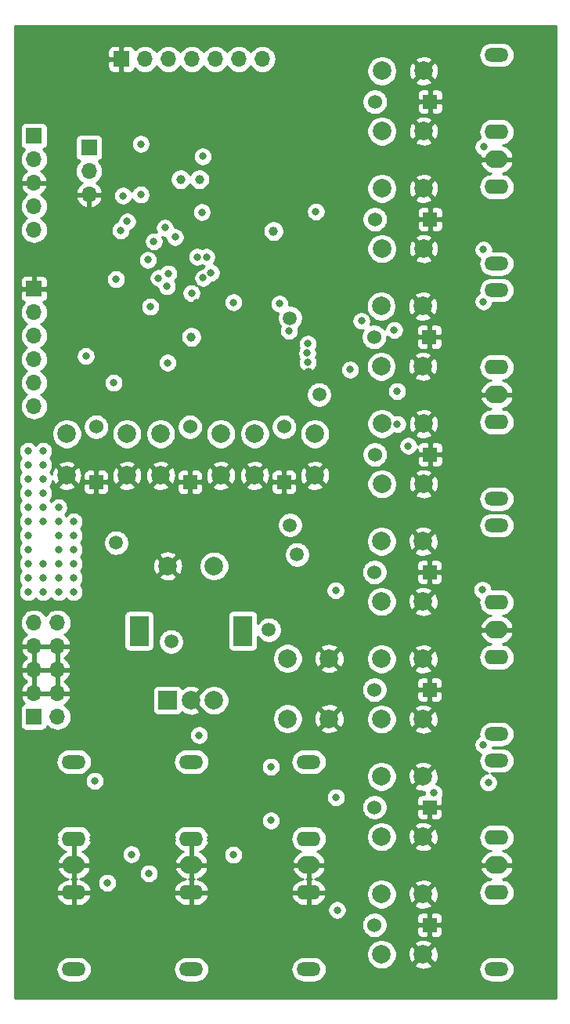
<source format=gbr>
G04 #@! TF.GenerationSoftware,KiCad,Pcbnew,(5.1.0-0)*
G04 #@! TF.CreationDate,2019-05-28T00:09:15+08:00*
G04 #@! TF.ProjectId,Beats,42656174-732e-46b6-9963-61645f706362,rev?*
G04 #@! TF.SameCoordinates,Original*
G04 #@! TF.FileFunction,Copper,L3,Inr*
G04 #@! TF.FilePolarity,Positive*
%FSLAX46Y46*%
G04 Gerber Fmt 4.6, Leading zero omitted, Abs format (unit mm)*
G04 Created by KiCad (PCBNEW (5.1.0-0)) date 2019-05-28 00:09:15*
%MOMM*%
%LPD*%
G04 APERTURE LIST*
%ADD10R,1.524000X1.524000*%
%ADD11C,1.524000*%
%ADD12C,2.000000*%
%ADD13O,2.600000X1.600000*%
%ADD14O,2.400000X1.900000*%
%ADD15O,2.600000X1.500000*%
%ADD16O,1.700000X1.700000*%
%ADD17R,1.700000X1.700000*%
%ADD18R,2.000000X3.200000*%
%ADD19R,2.000000X2.000000*%
%ADD20C,0.800000*%
%ADD21C,1.000000*%
%ADD22C,1.500000*%
%ADD23C,0.254000*%
G04 APERTURE END LIST*
D10*
X165539000Y-68377000D03*
D11*
X159570000Y-68377000D03*
D12*
X160332000Y-65052000D03*
X164832000Y-65052000D03*
X160332000Y-71552000D03*
X164832000Y-71552000D03*
D13*
X127013000Y-141070000D03*
D14*
X127013000Y-138100000D03*
D15*
X127013000Y-149370000D03*
D13*
X139713000Y-141070000D03*
D14*
X139713000Y-138100000D03*
D15*
X139713000Y-149370000D03*
D13*
X152413000Y-141070000D03*
D14*
X152413000Y-138100000D03*
D15*
X152413000Y-149370000D03*
D13*
X127013000Y-135257000D03*
D15*
X127013000Y-126957000D03*
D13*
X139713000Y-135257000D03*
D15*
X139713000Y-126957000D03*
D13*
X152413000Y-135257000D03*
D15*
X152413000Y-126957000D03*
D13*
X172733000Y-141070000D03*
D14*
X172733000Y-138100000D03*
D15*
X172733000Y-149370000D03*
D13*
X172733000Y-115670000D03*
D14*
X172733000Y-112700000D03*
D15*
X172733000Y-123970000D03*
D13*
X172733000Y-90270000D03*
D14*
X172733000Y-87300000D03*
D15*
X172733000Y-98570000D03*
D13*
X172733000Y-64870000D03*
D14*
X172733000Y-61900000D03*
D15*
X172733000Y-73170000D03*
D13*
X172733000Y-135130000D03*
D15*
X172733000Y-126830000D03*
D13*
X172733000Y-109730000D03*
D15*
X172733000Y-101430000D03*
D13*
X172733000Y-84330000D03*
D15*
X172733000Y-76030000D03*
D13*
X172733000Y-58930000D03*
D15*
X172733000Y-50630000D03*
D16*
X122695000Y-88570000D03*
X122695000Y-86030000D03*
X122695000Y-83490000D03*
X122695000Y-80950000D03*
X122695000Y-78410000D03*
D17*
X122695000Y-75870000D03*
D10*
X149745000Y-96757000D03*
D11*
X149745000Y-90788000D03*
D12*
X153070000Y-91550000D03*
X153070000Y-96050000D03*
X146570000Y-91550000D03*
X146570000Y-96050000D03*
D10*
X139580000Y-96757000D03*
D11*
X139580000Y-90788000D03*
D12*
X142905000Y-91550000D03*
X142905000Y-96050000D03*
X136405000Y-91550000D03*
X136405000Y-96050000D03*
D10*
X129430000Y-96757000D03*
D11*
X129430000Y-90788000D03*
D12*
X132755000Y-91550000D03*
X132755000Y-96050000D03*
X126255000Y-91550000D03*
X126255000Y-96050000D03*
D10*
X165494000Y-144577000D03*
D11*
X159525000Y-144577000D03*
D12*
X160287000Y-141252000D03*
X164787000Y-141252000D03*
X160287000Y-147752000D03*
X164787000Y-147752000D03*
D10*
X165494000Y-131871000D03*
D11*
X159525000Y-131871000D03*
D12*
X160287000Y-128546000D03*
X164787000Y-128546000D03*
X160287000Y-135046000D03*
X164787000Y-135046000D03*
D10*
X165494000Y-119177000D03*
D11*
X159525000Y-119177000D03*
D12*
X160287000Y-115852000D03*
X164787000Y-115852000D03*
X160287000Y-122352000D03*
X164787000Y-122352000D03*
D10*
X165494000Y-106476000D03*
D11*
X159525000Y-106476000D03*
D12*
X160287000Y-103151000D03*
X164787000Y-103151000D03*
X160287000Y-109651000D03*
X164787000Y-109651000D03*
D10*
X165539000Y-93777000D03*
D11*
X159570000Y-93777000D03*
D12*
X160332000Y-90452000D03*
X164832000Y-90452000D03*
X160332000Y-96952000D03*
X164832000Y-96952000D03*
D10*
X165462000Y-81081000D03*
D11*
X159493000Y-81081000D03*
D12*
X160255000Y-77756000D03*
X164755000Y-77756000D03*
X160255000Y-84256000D03*
X164755000Y-84256000D03*
D10*
X165539000Y-55681000D03*
D11*
X159570000Y-55681000D03*
D12*
X160332000Y-52356000D03*
X164832000Y-52356000D03*
X160332000Y-58856000D03*
X164832000Y-58856000D03*
X150123000Y-115799000D03*
X154623000Y-115799000D03*
X150123000Y-122299000D03*
X154623000Y-122299000D03*
D17*
X132154160Y-51069440D03*
D16*
X134694160Y-51069440D03*
X137234160Y-51069440D03*
X139774160Y-51069440D03*
X142314160Y-51069440D03*
X144854160Y-51069440D03*
X147394160Y-51069440D03*
D12*
X142173000Y-105820000D03*
X137173000Y-105820000D03*
D18*
X145273000Y-112820000D03*
X134073000Y-112820000D03*
D12*
X142173000Y-120320000D03*
X139673000Y-120320000D03*
D19*
X137173000Y-120320000D03*
D17*
X122695000Y-122098000D03*
D16*
X125235000Y-122098000D03*
X122695000Y-119558000D03*
X125235000Y-119558000D03*
X122695000Y-117018000D03*
X125235000Y-117018000D03*
X122695000Y-114478000D03*
X125235000Y-114478000D03*
X122695000Y-111938000D03*
X125235000Y-111938000D03*
D17*
X128664000Y-60630000D03*
D16*
X128664000Y-63170000D03*
X128664000Y-65710000D03*
D17*
X122695000Y-59360000D03*
D16*
X122695000Y-61900000D03*
X122695000Y-64440000D03*
X122695000Y-66980000D03*
X122695000Y-69520000D03*
D20*
X140292100Y-77412700D03*
X152882600Y-79094000D03*
X150152500Y-60841100D03*
X133378300Y-107176700D03*
X148324200Y-130325100D03*
X145834500Y-136996600D03*
X141338500Y-55866800D03*
X149911000Y-143573300D03*
X147562800Y-117015400D03*
X146960000Y-56293500D03*
X142659500Y-61585800D03*
X124372600Y-50152800D03*
X133463800Y-118232300D03*
X145333500Y-146405000D03*
X139840000Y-112317500D03*
D21*
X136893500Y-64102500D03*
X141745000Y-81077000D03*
X147333000Y-67996000D03*
D20*
X151397000Y-65329000D03*
X133109000Y-86030000D03*
D21*
X149111000Y-87300000D03*
X147082200Y-78029000D03*
X152413000Y-84943600D03*
X133236000Y-139497000D03*
D20*
X133236000Y-133401000D03*
X127394000Y-73838000D03*
X132728000Y-80061000D03*
X127775000Y-86030000D03*
X125235000Y-87554000D03*
X128309900Y-83153200D03*
X155486500Y-142972000D03*
X155359500Y-130796000D03*
X144259500Y-137002300D03*
D22*
X150381000Y-101397000D03*
X131585000Y-103302000D03*
D20*
X122060000Y-105588000D03*
X123711000Y-105588000D03*
X125362000Y-105588000D03*
X127013000Y-105588000D03*
X127013000Y-107112000D03*
X125362000Y-107112000D03*
X123711000Y-107112000D03*
X122060000Y-107112000D03*
X122060000Y-108636000D03*
X123711000Y-108636000D03*
X125362000Y-108636000D03*
X127013000Y-108636000D03*
X127013000Y-104064000D03*
X125362000Y-104064000D03*
X122060000Y-104064000D03*
X122060000Y-102540000D03*
X122060000Y-101016000D03*
X123711000Y-101016000D03*
X125362000Y-101016000D03*
X127013000Y-101016000D03*
X127013000Y-102540000D03*
X125362000Y-102540000D03*
X122060000Y-99492000D03*
X123711000Y-99492000D03*
X125362000Y-99492000D03*
X123711000Y-97968000D03*
X122060000Y-97968000D03*
X122060000Y-96444000D03*
X123711000Y-96444000D03*
X123711000Y-94920000D03*
X123711000Y-93396000D03*
X122060000Y-93396000D03*
X122060000Y-94920000D03*
D21*
X140602000Y-64059000D03*
X138570000Y-64059000D03*
X148603000Y-69647000D03*
X139713000Y-81077000D03*
D20*
X131331000Y-86030000D03*
X133236000Y-136957000D03*
D22*
X151143000Y-104572000D03*
X150381000Y-79045000D03*
X153556000Y-87300000D03*
X148095000Y-112700000D03*
X137554000Y-113970000D03*
D20*
X132347000Y-65837000D03*
X165953800Y-130327500D03*
X132081200Y-69575200D03*
X150278600Y-80420600D03*
X171316700Y-60548600D03*
X152325100Y-81817600D03*
X171299000Y-71650000D03*
X163171500Y-92841500D03*
X171189500Y-108392100D03*
X171824800Y-129198600D03*
X156900300Y-84604200D03*
X161991100Y-90498600D03*
X171299000Y-125112200D03*
X141360900Y-72442200D03*
X148325600Y-127485200D03*
X140352900Y-72442300D03*
X136860100Y-69279600D03*
X140943900Y-61583600D03*
X134252000Y-65710000D03*
X134252000Y-60249000D03*
X132791000Y-68605400D03*
X155329800Y-108451500D03*
X135662400Y-70770300D03*
X137970800Y-70309100D03*
X148328000Y-133298700D03*
X131585000Y-74854000D03*
X136164700Y-74728400D03*
X135271400Y-77809100D03*
X137152800Y-83863200D03*
X137089700Y-75617400D03*
X139745200Y-76359100D03*
X130625400Y-140016400D03*
X137221800Y-74248300D03*
X135123000Y-138997200D03*
X144275600Y-77350200D03*
X140560400Y-124079300D03*
X135025900Y-72756000D03*
X129257000Y-129013800D03*
X140996800Y-74712900D03*
X141849500Y-74150900D03*
X152249600Y-82819900D03*
X149259000Y-77499600D03*
X158120200Y-79350500D03*
X161653400Y-80327800D03*
X153180700Y-67542600D03*
X140856000Y-67615000D03*
X171299000Y-77261900D03*
X152301100Y-83822700D03*
X161977600Y-86931500D03*
D23*
G36*
X179119999Y-152515000D02*
G01*
X120629999Y-152515000D01*
X120629999Y-149370000D01*
X125071299Y-149370000D01*
X125098040Y-149641507D01*
X125177236Y-149902581D01*
X125305843Y-150143188D01*
X125478919Y-150354081D01*
X125689812Y-150527157D01*
X125930419Y-150655764D01*
X126191493Y-150734960D01*
X126394963Y-150755000D01*
X127631037Y-150755000D01*
X127834507Y-150734960D01*
X128095581Y-150655764D01*
X128336188Y-150527157D01*
X128547081Y-150354081D01*
X128720157Y-150143188D01*
X128848764Y-149902581D01*
X128927960Y-149641507D01*
X128954701Y-149370000D01*
X137771299Y-149370000D01*
X137798040Y-149641507D01*
X137877236Y-149902581D01*
X138005843Y-150143188D01*
X138178919Y-150354081D01*
X138389812Y-150527157D01*
X138630419Y-150655764D01*
X138891493Y-150734960D01*
X139094963Y-150755000D01*
X140331037Y-150755000D01*
X140534507Y-150734960D01*
X140795581Y-150655764D01*
X141036188Y-150527157D01*
X141247081Y-150354081D01*
X141420157Y-150143188D01*
X141548764Y-149902581D01*
X141627960Y-149641507D01*
X141654701Y-149370000D01*
X150471299Y-149370000D01*
X150498040Y-149641507D01*
X150577236Y-149902581D01*
X150705843Y-150143188D01*
X150878919Y-150354081D01*
X151089812Y-150527157D01*
X151330419Y-150655764D01*
X151591493Y-150734960D01*
X151794963Y-150755000D01*
X153031037Y-150755000D01*
X153234507Y-150734960D01*
X153495581Y-150655764D01*
X153736188Y-150527157D01*
X153947081Y-150354081D01*
X154120157Y-150143188D01*
X154248764Y-149902581D01*
X154327960Y-149641507D01*
X154354701Y-149370000D01*
X154327960Y-149098493D01*
X154248764Y-148837419D01*
X154120157Y-148596812D01*
X153947081Y-148385919D01*
X153736188Y-148212843D01*
X153495581Y-148084236D01*
X153234507Y-148005040D01*
X153031037Y-147985000D01*
X151794963Y-147985000D01*
X151591493Y-148005040D01*
X151330419Y-148084236D01*
X151089812Y-148212843D01*
X150878919Y-148385919D01*
X150705843Y-148596812D01*
X150577236Y-148837419D01*
X150498040Y-149098493D01*
X150471299Y-149370000D01*
X141654701Y-149370000D01*
X141627960Y-149098493D01*
X141548764Y-148837419D01*
X141420157Y-148596812D01*
X141247081Y-148385919D01*
X141036188Y-148212843D01*
X140795581Y-148084236D01*
X140534507Y-148005040D01*
X140331037Y-147985000D01*
X139094963Y-147985000D01*
X138891493Y-148005040D01*
X138630419Y-148084236D01*
X138389812Y-148212843D01*
X138178919Y-148385919D01*
X138005843Y-148596812D01*
X137877236Y-148837419D01*
X137798040Y-149098493D01*
X137771299Y-149370000D01*
X128954701Y-149370000D01*
X128927960Y-149098493D01*
X128848764Y-148837419D01*
X128720157Y-148596812D01*
X128547081Y-148385919D01*
X128336188Y-148212843D01*
X128095581Y-148084236D01*
X127834507Y-148005040D01*
X127631037Y-147985000D01*
X126394963Y-147985000D01*
X126191493Y-148005040D01*
X125930419Y-148084236D01*
X125689812Y-148212843D01*
X125478919Y-148385919D01*
X125305843Y-148596812D01*
X125177236Y-148837419D01*
X125098040Y-149098493D01*
X125071299Y-149370000D01*
X120629999Y-149370000D01*
X120629999Y-147590967D01*
X158652000Y-147590967D01*
X158652000Y-147913033D01*
X158714832Y-148228912D01*
X158838082Y-148526463D01*
X159017013Y-148794252D01*
X159244748Y-149021987D01*
X159512537Y-149200918D01*
X159810088Y-149324168D01*
X160125967Y-149387000D01*
X160448033Y-149387000D01*
X160763912Y-149324168D01*
X161061463Y-149200918D01*
X161329252Y-149021987D01*
X161463826Y-148887413D01*
X163831192Y-148887413D01*
X163926956Y-149151814D01*
X164216571Y-149292704D01*
X164528108Y-149374384D01*
X164849595Y-149393718D01*
X165022548Y-149370000D01*
X170791299Y-149370000D01*
X170818040Y-149641507D01*
X170897236Y-149902581D01*
X171025843Y-150143188D01*
X171198919Y-150354081D01*
X171409812Y-150527157D01*
X171650419Y-150655764D01*
X171911493Y-150734960D01*
X172114963Y-150755000D01*
X173351037Y-150755000D01*
X173554507Y-150734960D01*
X173815581Y-150655764D01*
X174056188Y-150527157D01*
X174267081Y-150354081D01*
X174440157Y-150143188D01*
X174568764Y-149902581D01*
X174647960Y-149641507D01*
X174674701Y-149370000D01*
X174647960Y-149098493D01*
X174568764Y-148837419D01*
X174440157Y-148596812D01*
X174267081Y-148385919D01*
X174056188Y-148212843D01*
X173815581Y-148084236D01*
X173554507Y-148005040D01*
X173351037Y-147985000D01*
X172114963Y-147985000D01*
X171911493Y-148005040D01*
X171650419Y-148084236D01*
X171409812Y-148212843D01*
X171198919Y-148385919D01*
X171025843Y-148596812D01*
X170897236Y-148837419D01*
X170818040Y-149098493D01*
X170791299Y-149370000D01*
X165022548Y-149370000D01*
X165168675Y-149349961D01*
X165473088Y-149244795D01*
X165647044Y-149151814D01*
X165742808Y-148887413D01*
X164787000Y-147931605D01*
X163831192Y-148887413D01*
X161463826Y-148887413D01*
X161556987Y-148794252D01*
X161735918Y-148526463D01*
X161859168Y-148228912D01*
X161922000Y-147913033D01*
X161922000Y-147814595D01*
X163145282Y-147814595D01*
X163189039Y-148133675D01*
X163294205Y-148438088D01*
X163387186Y-148612044D01*
X163651587Y-148707808D01*
X164607395Y-147752000D01*
X164966605Y-147752000D01*
X165922413Y-148707808D01*
X166186814Y-148612044D01*
X166327704Y-148322429D01*
X166409384Y-148010892D01*
X166428718Y-147689405D01*
X166384961Y-147370325D01*
X166279795Y-147065912D01*
X166186814Y-146891956D01*
X165922413Y-146796192D01*
X164966605Y-147752000D01*
X164607395Y-147752000D01*
X163651587Y-146796192D01*
X163387186Y-146891956D01*
X163246296Y-147181571D01*
X163164616Y-147493108D01*
X163145282Y-147814595D01*
X161922000Y-147814595D01*
X161922000Y-147590967D01*
X161859168Y-147275088D01*
X161735918Y-146977537D01*
X161556987Y-146709748D01*
X161463826Y-146616587D01*
X163831192Y-146616587D01*
X164787000Y-147572395D01*
X165742808Y-146616587D01*
X165647044Y-146352186D01*
X165357429Y-146211296D01*
X165045892Y-146129616D01*
X164724405Y-146110282D01*
X164405325Y-146154039D01*
X164100912Y-146259205D01*
X163926956Y-146352186D01*
X163831192Y-146616587D01*
X161463826Y-146616587D01*
X161329252Y-146482013D01*
X161061463Y-146303082D01*
X160763912Y-146179832D01*
X160448033Y-146117000D01*
X160125967Y-146117000D01*
X159810088Y-146179832D01*
X159512537Y-146303082D01*
X159244748Y-146482013D01*
X159017013Y-146709748D01*
X158838082Y-146977537D01*
X158714832Y-147275088D01*
X158652000Y-147590967D01*
X120629999Y-147590967D01*
X120629999Y-144439408D01*
X158128000Y-144439408D01*
X158128000Y-144714592D01*
X158181686Y-144984490D01*
X158286995Y-145238727D01*
X158439880Y-145467535D01*
X158634465Y-145662120D01*
X158863273Y-145815005D01*
X159117510Y-145920314D01*
X159387408Y-145974000D01*
X159662592Y-145974000D01*
X159932490Y-145920314D01*
X160186727Y-145815005D01*
X160415535Y-145662120D01*
X160610120Y-145467535D01*
X160696004Y-145339000D01*
X164093928Y-145339000D01*
X164106188Y-145463482D01*
X164142498Y-145583180D01*
X164201463Y-145693494D01*
X164280815Y-145790185D01*
X164377506Y-145869537D01*
X164487820Y-145928502D01*
X164607518Y-145964812D01*
X164732000Y-145977072D01*
X165208250Y-145974000D01*
X165367000Y-145815250D01*
X165367000Y-144704000D01*
X165621000Y-144704000D01*
X165621000Y-145815250D01*
X165779750Y-145974000D01*
X166256000Y-145977072D01*
X166380482Y-145964812D01*
X166500180Y-145928502D01*
X166610494Y-145869537D01*
X166707185Y-145790185D01*
X166786537Y-145693494D01*
X166845502Y-145583180D01*
X166881812Y-145463482D01*
X166894072Y-145339000D01*
X166891000Y-144862750D01*
X166732250Y-144704000D01*
X165621000Y-144704000D01*
X165367000Y-144704000D01*
X164255750Y-144704000D01*
X164097000Y-144862750D01*
X164093928Y-145339000D01*
X160696004Y-145339000D01*
X160763005Y-145238727D01*
X160868314Y-144984490D01*
X160922000Y-144714592D01*
X160922000Y-144439408D01*
X160868314Y-144169510D01*
X160763005Y-143915273D01*
X160696005Y-143815000D01*
X164093928Y-143815000D01*
X164097000Y-144291250D01*
X164255750Y-144450000D01*
X165367000Y-144450000D01*
X165367000Y-143338750D01*
X165621000Y-143338750D01*
X165621000Y-144450000D01*
X166732250Y-144450000D01*
X166891000Y-144291250D01*
X166894072Y-143815000D01*
X166881812Y-143690518D01*
X166845502Y-143570820D01*
X166786537Y-143460506D01*
X166707185Y-143363815D01*
X166610494Y-143284463D01*
X166500180Y-143225498D01*
X166380482Y-143189188D01*
X166256000Y-143176928D01*
X165779750Y-143180000D01*
X165621000Y-143338750D01*
X165367000Y-143338750D01*
X165208250Y-143180000D01*
X164732000Y-143176928D01*
X164607518Y-143189188D01*
X164487820Y-143225498D01*
X164377506Y-143284463D01*
X164280815Y-143363815D01*
X164201463Y-143460506D01*
X164142498Y-143570820D01*
X164106188Y-143690518D01*
X164093928Y-143815000D01*
X160696005Y-143815000D01*
X160610120Y-143686465D01*
X160415535Y-143491880D01*
X160186727Y-143338995D01*
X159932490Y-143233686D01*
X159662592Y-143180000D01*
X159387408Y-143180000D01*
X159117510Y-143233686D01*
X158863273Y-143338995D01*
X158634465Y-143491880D01*
X158439880Y-143686465D01*
X158286995Y-143915273D01*
X158181686Y-144169510D01*
X158128000Y-144439408D01*
X120629999Y-144439408D01*
X120629999Y-142870061D01*
X154451500Y-142870061D01*
X154451500Y-143073939D01*
X154491274Y-143273898D01*
X154569295Y-143462256D01*
X154682563Y-143631774D01*
X154826726Y-143775937D01*
X154996244Y-143889205D01*
X155184602Y-143967226D01*
X155384561Y-144007000D01*
X155588439Y-144007000D01*
X155788398Y-143967226D01*
X155976756Y-143889205D01*
X156146274Y-143775937D01*
X156290437Y-143631774D01*
X156403705Y-143462256D01*
X156481726Y-143273898D01*
X156521500Y-143073939D01*
X156521500Y-142870061D01*
X156481726Y-142670102D01*
X156403705Y-142481744D01*
X156290437Y-142312226D01*
X156146274Y-142168063D01*
X155976756Y-142054795D01*
X155788398Y-141976774D01*
X155588439Y-141937000D01*
X155384561Y-141937000D01*
X155184602Y-141976774D01*
X154996244Y-142054795D01*
X154826726Y-142168063D01*
X154682563Y-142312226D01*
X154569295Y-142481744D01*
X154491274Y-142670102D01*
X154451500Y-142870061D01*
X120629999Y-142870061D01*
X120629999Y-141419039D01*
X125121096Y-141419039D01*
X125138633Y-141501818D01*
X125249285Y-141761646D01*
X125408500Y-141994895D01*
X125610161Y-142192601D01*
X125846517Y-142347166D01*
X126108486Y-142452650D01*
X126386000Y-142505000D01*
X126886000Y-142505000D01*
X126886000Y-141197000D01*
X127140000Y-141197000D01*
X127140000Y-142505000D01*
X127640000Y-142505000D01*
X127917514Y-142452650D01*
X128179483Y-142347166D01*
X128415839Y-142192601D01*
X128617500Y-141994895D01*
X128776715Y-141761646D01*
X128887367Y-141501818D01*
X128904904Y-141419039D01*
X137821096Y-141419039D01*
X137838633Y-141501818D01*
X137949285Y-141761646D01*
X138108500Y-141994895D01*
X138310161Y-142192601D01*
X138546517Y-142347166D01*
X138808486Y-142452650D01*
X139086000Y-142505000D01*
X139586000Y-142505000D01*
X139586000Y-141197000D01*
X139840000Y-141197000D01*
X139840000Y-142505000D01*
X140340000Y-142505000D01*
X140617514Y-142452650D01*
X140879483Y-142347166D01*
X141115839Y-142192601D01*
X141317500Y-141994895D01*
X141476715Y-141761646D01*
X141587367Y-141501818D01*
X141604904Y-141419039D01*
X150521096Y-141419039D01*
X150538633Y-141501818D01*
X150649285Y-141761646D01*
X150808500Y-141994895D01*
X151010161Y-142192601D01*
X151246517Y-142347166D01*
X151508486Y-142452650D01*
X151786000Y-142505000D01*
X152286000Y-142505000D01*
X152286000Y-141197000D01*
X152540000Y-141197000D01*
X152540000Y-142505000D01*
X153040000Y-142505000D01*
X153317514Y-142452650D01*
X153579483Y-142347166D01*
X153815839Y-142192601D01*
X154017500Y-141994895D01*
X154176715Y-141761646D01*
X154287367Y-141501818D01*
X154304904Y-141419039D01*
X154182915Y-141197000D01*
X152540000Y-141197000D01*
X152286000Y-141197000D01*
X150643085Y-141197000D01*
X150521096Y-141419039D01*
X141604904Y-141419039D01*
X141482915Y-141197000D01*
X139840000Y-141197000D01*
X139586000Y-141197000D01*
X137943085Y-141197000D01*
X137821096Y-141419039D01*
X128904904Y-141419039D01*
X128782915Y-141197000D01*
X127140000Y-141197000D01*
X126886000Y-141197000D01*
X125243085Y-141197000D01*
X125121096Y-141419039D01*
X120629999Y-141419039D01*
X120629999Y-141090967D01*
X158652000Y-141090967D01*
X158652000Y-141413033D01*
X158714832Y-141728912D01*
X158838082Y-142026463D01*
X159017013Y-142294252D01*
X159244748Y-142521987D01*
X159512537Y-142700918D01*
X159810088Y-142824168D01*
X160125967Y-142887000D01*
X160448033Y-142887000D01*
X160763912Y-142824168D01*
X161061463Y-142700918D01*
X161329252Y-142521987D01*
X161463826Y-142387413D01*
X163831192Y-142387413D01*
X163926956Y-142651814D01*
X164216571Y-142792704D01*
X164528108Y-142874384D01*
X164849595Y-142893718D01*
X165168675Y-142849961D01*
X165473088Y-142744795D01*
X165647044Y-142651814D01*
X165742808Y-142387413D01*
X164787000Y-141431605D01*
X163831192Y-142387413D01*
X161463826Y-142387413D01*
X161556987Y-142294252D01*
X161735918Y-142026463D01*
X161859168Y-141728912D01*
X161922000Y-141413033D01*
X161922000Y-141314595D01*
X163145282Y-141314595D01*
X163189039Y-141633675D01*
X163294205Y-141938088D01*
X163387186Y-142112044D01*
X163651587Y-142207808D01*
X164607395Y-141252000D01*
X164966605Y-141252000D01*
X165922413Y-142207808D01*
X166186814Y-142112044D01*
X166327704Y-141822429D01*
X166409384Y-141510892D01*
X166428718Y-141189405D01*
X166412344Y-141070000D01*
X170791057Y-141070000D01*
X170818764Y-141351309D01*
X170900818Y-141621808D01*
X171034068Y-141871101D01*
X171213392Y-142089608D01*
X171431899Y-142268932D01*
X171681192Y-142402182D01*
X171951691Y-142484236D01*
X172162508Y-142505000D01*
X173303492Y-142505000D01*
X173514309Y-142484236D01*
X173784808Y-142402182D01*
X174034101Y-142268932D01*
X174252608Y-142089608D01*
X174431932Y-141871101D01*
X174565182Y-141621808D01*
X174647236Y-141351309D01*
X174674943Y-141070000D01*
X174647236Y-140788691D01*
X174565182Y-140518192D01*
X174431932Y-140268899D01*
X174252608Y-140050392D01*
X174034101Y-139871068D01*
X173784808Y-139737818D01*
X173514309Y-139655764D01*
X173374622Y-139642006D01*
X173417900Y-139634218D01*
X173708855Y-139519894D01*
X173971915Y-139351004D01*
X174196972Y-139134039D01*
X174375377Y-138877336D01*
X174500274Y-138590760D01*
X174523586Y-138472588D01*
X174403584Y-138227000D01*
X172860000Y-138227000D01*
X172860000Y-138247000D01*
X172606000Y-138247000D01*
X172606000Y-138227000D01*
X171062416Y-138227000D01*
X170942414Y-138472588D01*
X170965726Y-138590760D01*
X171090623Y-138877336D01*
X171269028Y-139134039D01*
X171494085Y-139351004D01*
X171757145Y-139519894D01*
X172048100Y-139634218D01*
X172091378Y-139642006D01*
X171951691Y-139655764D01*
X171681192Y-139737818D01*
X171431899Y-139871068D01*
X171213392Y-140050392D01*
X171034068Y-140268899D01*
X170900818Y-140518192D01*
X170818764Y-140788691D01*
X170791057Y-141070000D01*
X166412344Y-141070000D01*
X166384961Y-140870325D01*
X166279795Y-140565912D01*
X166186814Y-140391956D01*
X165922413Y-140296192D01*
X164966605Y-141252000D01*
X164607395Y-141252000D01*
X163651587Y-140296192D01*
X163387186Y-140391956D01*
X163246296Y-140681571D01*
X163164616Y-140993108D01*
X163145282Y-141314595D01*
X161922000Y-141314595D01*
X161922000Y-141090967D01*
X161859168Y-140775088D01*
X161735918Y-140477537D01*
X161556987Y-140209748D01*
X161463826Y-140116587D01*
X163831192Y-140116587D01*
X164787000Y-141072395D01*
X165742808Y-140116587D01*
X165647044Y-139852186D01*
X165357429Y-139711296D01*
X165045892Y-139629616D01*
X164724405Y-139610282D01*
X164405325Y-139654039D01*
X164100912Y-139759205D01*
X163926956Y-139852186D01*
X163831192Y-140116587D01*
X161463826Y-140116587D01*
X161329252Y-139982013D01*
X161061463Y-139803082D01*
X160763912Y-139679832D01*
X160448033Y-139617000D01*
X160125967Y-139617000D01*
X159810088Y-139679832D01*
X159512537Y-139803082D01*
X159244748Y-139982013D01*
X159017013Y-140209748D01*
X158838082Y-140477537D01*
X158714832Y-140775088D01*
X158652000Y-141090967D01*
X120629999Y-141090967D01*
X120629999Y-140720961D01*
X125121096Y-140720961D01*
X125243085Y-140943000D01*
X126886000Y-140943000D01*
X126886000Y-139635000D01*
X126721986Y-139635000D01*
X126886000Y-139531166D01*
X126886000Y-138227000D01*
X127140000Y-138227000D01*
X127140000Y-139531166D01*
X127304014Y-139635000D01*
X127140000Y-139635000D01*
X127140000Y-140943000D01*
X128782915Y-140943000D01*
X128904904Y-140720961D01*
X128887367Y-140638182D01*
X128776715Y-140378354D01*
X128617500Y-140145105D01*
X128415839Y-139947399D01*
X128365472Y-139914461D01*
X129590400Y-139914461D01*
X129590400Y-140118339D01*
X129630174Y-140318298D01*
X129708195Y-140506656D01*
X129821463Y-140676174D01*
X129965626Y-140820337D01*
X130135144Y-140933605D01*
X130323502Y-141011626D01*
X130523461Y-141051400D01*
X130727339Y-141051400D01*
X130927298Y-141011626D01*
X131115656Y-140933605D01*
X131285174Y-140820337D01*
X131384550Y-140720961D01*
X137821096Y-140720961D01*
X137943085Y-140943000D01*
X139586000Y-140943000D01*
X139586000Y-139635000D01*
X139421986Y-139635000D01*
X139586000Y-139531166D01*
X139586000Y-138227000D01*
X139840000Y-138227000D01*
X139840000Y-139531166D01*
X140004014Y-139635000D01*
X139840000Y-139635000D01*
X139840000Y-140943000D01*
X141482915Y-140943000D01*
X141604904Y-140720961D01*
X150521096Y-140720961D01*
X150643085Y-140943000D01*
X152286000Y-140943000D01*
X152286000Y-139635000D01*
X152121986Y-139635000D01*
X152286000Y-139531166D01*
X152286000Y-138227000D01*
X152540000Y-138227000D01*
X152540000Y-139531166D01*
X152704014Y-139635000D01*
X152540000Y-139635000D01*
X152540000Y-140943000D01*
X154182915Y-140943000D01*
X154304904Y-140720961D01*
X154287367Y-140638182D01*
X154176715Y-140378354D01*
X154017500Y-140145105D01*
X153815839Y-139947399D01*
X153579483Y-139792834D01*
X153317514Y-139687350D01*
X153066146Y-139639932D01*
X153097900Y-139634218D01*
X153388855Y-139519894D01*
X153651915Y-139351004D01*
X153876972Y-139134039D01*
X154055377Y-138877336D01*
X154180274Y-138590760D01*
X154203586Y-138472588D01*
X154083584Y-138227000D01*
X152540000Y-138227000D01*
X152286000Y-138227000D01*
X150742416Y-138227000D01*
X150622414Y-138472588D01*
X150645726Y-138590760D01*
X150770623Y-138877336D01*
X150949028Y-139134039D01*
X151174085Y-139351004D01*
X151437145Y-139519894D01*
X151728100Y-139634218D01*
X151759854Y-139639932D01*
X151508486Y-139687350D01*
X151246517Y-139792834D01*
X151010161Y-139947399D01*
X150808500Y-140145105D01*
X150649285Y-140378354D01*
X150538633Y-140638182D01*
X150521096Y-140720961D01*
X141604904Y-140720961D01*
X141587367Y-140638182D01*
X141476715Y-140378354D01*
X141317500Y-140145105D01*
X141115839Y-139947399D01*
X140879483Y-139792834D01*
X140617514Y-139687350D01*
X140366146Y-139639932D01*
X140397900Y-139634218D01*
X140688855Y-139519894D01*
X140951915Y-139351004D01*
X141176972Y-139134039D01*
X141355377Y-138877336D01*
X141480274Y-138590760D01*
X141503586Y-138472588D01*
X141383584Y-138227000D01*
X139840000Y-138227000D01*
X139586000Y-138227000D01*
X138042416Y-138227000D01*
X137922414Y-138472588D01*
X137945726Y-138590760D01*
X138070623Y-138877336D01*
X138249028Y-139134039D01*
X138474085Y-139351004D01*
X138737145Y-139519894D01*
X139028100Y-139634218D01*
X139059854Y-139639932D01*
X138808486Y-139687350D01*
X138546517Y-139792834D01*
X138310161Y-139947399D01*
X138108500Y-140145105D01*
X137949285Y-140378354D01*
X137838633Y-140638182D01*
X137821096Y-140720961D01*
X131384550Y-140720961D01*
X131429337Y-140676174D01*
X131542605Y-140506656D01*
X131620626Y-140318298D01*
X131660400Y-140118339D01*
X131660400Y-139914461D01*
X131620626Y-139714502D01*
X131542605Y-139526144D01*
X131429337Y-139356626D01*
X131285174Y-139212463D01*
X131115656Y-139099195D01*
X130927298Y-139021174D01*
X130727339Y-138981400D01*
X130523461Y-138981400D01*
X130323502Y-139021174D01*
X130135144Y-139099195D01*
X129965626Y-139212463D01*
X129821463Y-139356626D01*
X129708195Y-139526144D01*
X129630174Y-139714502D01*
X129590400Y-139914461D01*
X128365472Y-139914461D01*
X128179483Y-139792834D01*
X127917514Y-139687350D01*
X127666146Y-139639932D01*
X127697900Y-139634218D01*
X127988855Y-139519894D01*
X128251915Y-139351004D01*
X128476972Y-139134039D01*
X128642919Y-138895261D01*
X134088000Y-138895261D01*
X134088000Y-139099139D01*
X134127774Y-139299098D01*
X134205795Y-139487456D01*
X134319063Y-139656974D01*
X134463226Y-139801137D01*
X134632744Y-139914405D01*
X134821102Y-139992426D01*
X135021061Y-140032200D01*
X135224939Y-140032200D01*
X135424898Y-139992426D01*
X135613256Y-139914405D01*
X135782774Y-139801137D01*
X135926937Y-139656974D01*
X136040205Y-139487456D01*
X136118226Y-139299098D01*
X136158000Y-139099139D01*
X136158000Y-138895261D01*
X136118226Y-138695302D01*
X136040205Y-138506944D01*
X135926937Y-138337426D01*
X135782774Y-138193263D01*
X135613256Y-138079995D01*
X135424898Y-138001974D01*
X135224939Y-137962200D01*
X135021061Y-137962200D01*
X134821102Y-138001974D01*
X134632744Y-138079995D01*
X134463226Y-138193263D01*
X134319063Y-138337426D01*
X134205795Y-138506944D01*
X134127774Y-138695302D01*
X134088000Y-138895261D01*
X128642919Y-138895261D01*
X128655377Y-138877336D01*
X128780274Y-138590760D01*
X128803586Y-138472588D01*
X128683584Y-138227000D01*
X127140000Y-138227000D01*
X126886000Y-138227000D01*
X125342416Y-138227000D01*
X125222414Y-138472588D01*
X125245726Y-138590760D01*
X125370623Y-138877336D01*
X125549028Y-139134039D01*
X125774085Y-139351004D01*
X126037145Y-139519894D01*
X126328100Y-139634218D01*
X126359854Y-139639932D01*
X126108486Y-139687350D01*
X125846517Y-139792834D01*
X125610161Y-139947399D01*
X125408500Y-140145105D01*
X125249285Y-140378354D01*
X125138633Y-140638182D01*
X125121096Y-140720961D01*
X120629999Y-140720961D01*
X120629999Y-135129998D01*
X125078000Y-135129998D01*
X125078000Y-135384002D01*
X125243084Y-135384002D01*
X125121096Y-135606039D01*
X125138633Y-135688818D01*
X125249285Y-135948646D01*
X125408500Y-136181895D01*
X125610161Y-136379601D01*
X125846517Y-136534166D01*
X126108486Y-136639650D01*
X126129849Y-136643680D01*
X126037145Y-136680106D01*
X125774085Y-136848996D01*
X125549028Y-137065961D01*
X125370623Y-137322664D01*
X125245726Y-137609240D01*
X125222414Y-137727412D01*
X125342416Y-137973000D01*
X126886000Y-137973000D01*
X126886000Y-135384000D01*
X126866000Y-135384000D01*
X126866000Y-135130000D01*
X126886000Y-135130000D01*
X126886000Y-135110000D01*
X127140000Y-135110000D01*
X127140000Y-135130000D01*
X127160000Y-135130000D01*
X127160000Y-135384000D01*
X127140000Y-135384000D01*
X127140000Y-137973000D01*
X128683584Y-137973000D01*
X128803586Y-137727412D01*
X128780274Y-137609240D01*
X128655377Y-137322664D01*
X128476972Y-137065961D01*
X128258207Y-136855061D01*
X132201000Y-136855061D01*
X132201000Y-137058939D01*
X132240774Y-137258898D01*
X132318795Y-137447256D01*
X132432063Y-137616774D01*
X132576226Y-137760937D01*
X132745744Y-137874205D01*
X132934102Y-137952226D01*
X133134061Y-137992000D01*
X133337939Y-137992000D01*
X133537898Y-137952226D01*
X133726256Y-137874205D01*
X133895774Y-137760937D01*
X134039937Y-137616774D01*
X134153205Y-137447256D01*
X134231226Y-137258898D01*
X134271000Y-137058939D01*
X134271000Y-136855061D01*
X134231226Y-136655102D01*
X134153205Y-136466744D01*
X134039937Y-136297226D01*
X133895774Y-136153063D01*
X133726256Y-136039795D01*
X133537898Y-135961774D01*
X133337939Y-135922000D01*
X133134061Y-135922000D01*
X132934102Y-135961774D01*
X132745744Y-136039795D01*
X132576226Y-136153063D01*
X132432063Y-136297226D01*
X132318795Y-136466744D01*
X132240774Y-136655102D01*
X132201000Y-136855061D01*
X128258207Y-136855061D01*
X128251915Y-136848996D01*
X127988855Y-136680106D01*
X127896151Y-136643680D01*
X127917514Y-136639650D01*
X128179483Y-136534166D01*
X128415839Y-136379601D01*
X128617500Y-136181895D01*
X128776715Y-135948646D01*
X128887367Y-135688818D01*
X128904904Y-135606039D01*
X128782916Y-135384002D01*
X128948000Y-135384002D01*
X128948000Y-135129998D01*
X137778000Y-135129998D01*
X137778000Y-135384002D01*
X137943084Y-135384002D01*
X137821096Y-135606039D01*
X137838633Y-135688818D01*
X137949285Y-135948646D01*
X138108500Y-136181895D01*
X138310161Y-136379601D01*
X138546517Y-136534166D01*
X138808486Y-136639650D01*
X138829849Y-136643680D01*
X138737145Y-136680106D01*
X138474085Y-136848996D01*
X138249028Y-137065961D01*
X138070623Y-137322664D01*
X137945726Y-137609240D01*
X137922414Y-137727412D01*
X138042416Y-137973000D01*
X139586000Y-137973000D01*
X139586000Y-135384000D01*
X139566000Y-135384000D01*
X139566000Y-135130000D01*
X139586000Y-135130000D01*
X139586000Y-135110000D01*
X139840000Y-135110000D01*
X139840000Y-135130000D01*
X139860000Y-135130000D01*
X139860000Y-135384000D01*
X139840000Y-135384000D01*
X139840000Y-137973000D01*
X141383584Y-137973000D01*
X141503586Y-137727412D01*
X141480274Y-137609240D01*
X141355377Y-137322664D01*
X141176972Y-137065961D01*
X141005196Y-136900361D01*
X143224500Y-136900361D01*
X143224500Y-137104239D01*
X143264274Y-137304198D01*
X143342295Y-137492556D01*
X143455563Y-137662074D01*
X143599726Y-137806237D01*
X143769244Y-137919505D01*
X143957602Y-137997526D01*
X144157561Y-138037300D01*
X144361439Y-138037300D01*
X144561398Y-137997526D01*
X144749756Y-137919505D01*
X144919274Y-137806237D01*
X145063437Y-137662074D01*
X145176705Y-137492556D01*
X145254726Y-137304198D01*
X145294500Y-137104239D01*
X145294500Y-136900361D01*
X145254726Y-136700402D01*
X145176705Y-136512044D01*
X145063437Y-136342526D01*
X144919274Y-136198363D01*
X144749756Y-136085095D01*
X144561398Y-136007074D01*
X144361439Y-135967300D01*
X144157561Y-135967300D01*
X143957602Y-136007074D01*
X143769244Y-136085095D01*
X143599726Y-136198363D01*
X143455563Y-136342526D01*
X143342295Y-136512044D01*
X143264274Y-136700402D01*
X143224500Y-136900361D01*
X141005196Y-136900361D01*
X140951915Y-136848996D01*
X140688855Y-136680106D01*
X140596151Y-136643680D01*
X140617514Y-136639650D01*
X140879483Y-136534166D01*
X141115839Y-136379601D01*
X141317500Y-136181895D01*
X141476715Y-135948646D01*
X141587367Y-135688818D01*
X141604904Y-135606039D01*
X141482916Y-135384002D01*
X141648000Y-135384002D01*
X141648000Y-135257000D01*
X150471057Y-135257000D01*
X150498764Y-135538309D01*
X150580818Y-135808808D01*
X150714068Y-136058101D01*
X150893392Y-136276608D01*
X151111899Y-136455932D01*
X151361192Y-136589182D01*
X151534642Y-136641797D01*
X151437145Y-136680106D01*
X151174085Y-136848996D01*
X150949028Y-137065961D01*
X150770623Y-137322664D01*
X150645726Y-137609240D01*
X150622414Y-137727412D01*
X150742416Y-137973000D01*
X152286000Y-137973000D01*
X152286000Y-137953000D01*
X152540000Y-137953000D01*
X152540000Y-137973000D01*
X154083584Y-137973000D01*
X154203586Y-137727412D01*
X154180274Y-137609240D01*
X154055377Y-137322664D01*
X153876972Y-137065961D01*
X153651915Y-136848996D01*
X153388855Y-136680106D01*
X153291358Y-136641797D01*
X153464808Y-136589182D01*
X153714101Y-136455932D01*
X153932608Y-136276608D01*
X154111932Y-136058101D01*
X154245182Y-135808808D01*
X154327236Y-135538309D01*
X154354943Y-135257000D01*
X154327236Y-134975691D01*
X154299716Y-134884967D01*
X158652000Y-134884967D01*
X158652000Y-135207033D01*
X158714832Y-135522912D01*
X158838082Y-135820463D01*
X159017013Y-136088252D01*
X159244748Y-136315987D01*
X159512537Y-136494918D01*
X159810088Y-136618168D01*
X160125967Y-136681000D01*
X160448033Y-136681000D01*
X160763912Y-136618168D01*
X161061463Y-136494918D01*
X161329252Y-136315987D01*
X161463826Y-136181413D01*
X163831192Y-136181413D01*
X163926956Y-136445814D01*
X164216571Y-136586704D01*
X164528108Y-136668384D01*
X164849595Y-136687718D01*
X165168675Y-136643961D01*
X165473088Y-136538795D01*
X165647044Y-136445814D01*
X165742808Y-136181413D01*
X164787000Y-135225605D01*
X163831192Y-136181413D01*
X161463826Y-136181413D01*
X161556987Y-136088252D01*
X161735918Y-135820463D01*
X161859168Y-135522912D01*
X161922000Y-135207033D01*
X161922000Y-135108595D01*
X163145282Y-135108595D01*
X163189039Y-135427675D01*
X163294205Y-135732088D01*
X163387186Y-135906044D01*
X163651587Y-136001808D01*
X164607395Y-135046000D01*
X164966605Y-135046000D01*
X165922413Y-136001808D01*
X166186814Y-135906044D01*
X166327704Y-135616429D01*
X166409384Y-135304892D01*
X166419901Y-135130000D01*
X170791057Y-135130000D01*
X170818764Y-135411309D01*
X170900818Y-135681808D01*
X171034068Y-135931101D01*
X171213392Y-136149608D01*
X171431899Y-136328932D01*
X171681192Y-136462182D01*
X171951691Y-136544236D01*
X172091378Y-136557994D01*
X172048100Y-136565782D01*
X171757145Y-136680106D01*
X171494085Y-136848996D01*
X171269028Y-137065961D01*
X171090623Y-137322664D01*
X170965726Y-137609240D01*
X170942414Y-137727412D01*
X171062416Y-137973000D01*
X172606000Y-137973000D01*
X172606000Y-137953000D01*
X172860000Y-137953000D01*
X172860000Y-137973000D01*
X174403584Y-137973000D01*
X174523586Y-137727412D01*
X174500274Y-137609240D01*
X174375377Y-137322664D01*
X174196972Y-137065961D01*
X173971915Y-136848996D01*
X173708855Y-136680106D01*
X173417900Y-136565782D01*
X173374622Y-136557994D01*
X173514309Y-136544236D01*
X173784808Y-136462182D01*
X174034101Y-136328932D01*
X174252608Y-136149608D01*
X174431932Y-135931101D01*
X174565182Y-135681808D01*
X174647236Y-135411309D01*
X174674943Y-135130000D01*
X174647236Y-134848691D01*
X174565182Y-134578192D01*
X174431932Y-134328899D01*
X174252608Y-134110392D01*
X174034101Y-133931068D01*
X173784808Y-133797818D01*
X173514309Y-133715764D01*
X173303492Y-133695000D01*
X172162508Y-133695000D01*
X171951691Y-133715764D01*
X171681192Y-133797818D01*
X171431899Y-133931068D01*
X171213392Y-134110392D01*
X171034068Y-134328899D01*
X170900818Y-134578192D01*
X170818764Y-134848691D01*
X170791057Y-135130000D01*
X166419901Y-135130000D01*
X166428718Y-134983405D01*
X166384961Y-134664325D01*
X166279795Y-134359912D01*
X166186814Y-134185956D01*
X165922413Y-134090192D01*
X164966605Y-135046000D01*
X164607395Y-135046000D01*
X163651587Y-134090192D01*
X163387186Y-134185956D01*
X163246296Y-134475571D01*
X163164616Y-134787108D01*
X163145282Y-135108595D01*
X161922000Y-135108595D01*
X161922000Y-134884967D01*
X161859168Y-134569088D01*
X161735918Y-134271537D01*
X161556987Y-134003748D01*
X161463826Y-133910587D01*
X163831192Y-133910587D01*
X164787000Y-134866395D01*
X165742808Y-133910587D01*
X165647044Y-133646186D01*
X165357429Y-133505296D01*
X165045892Y-133423616D01*
X164724405Y-133404282D01*
X164405325Y-133448039D01*
X164100912Y-133553205D01*
X163926956Y-133646186D01*
X163831192Y-133910587D01*
X161463826Y-133910587D01*
X161329252Y-133776013D01*
X161061463Y-133597082D01*
X160763912Y-133473832D01*
X160448033Y-133411000D01*
X160125967Y-133411000D01*
X159810088Y-133473832D01*
X159512537Y-133597082D01*
X159244748Y-133776013D01*
X159017013Y-134003748D01*
X158838082Y-134271537D01*
X158714832Y-134569088D01*
X158652000Y-134884967D01*
X154299716Y-134884967D01*
X154245182Y-134705192D01*
X154111932Y-134455899D01*
X153932608Y-134237392D01*
X153714101Y-134058068D01*
X153464808Y-133924818D01*
X153194309Y-133842764D01*
X152983492Y-133822000D01*
X151842508Y-133822000D01*
X151631691Y-133842764D01*
X151361192Y-133924818D01*
X151111899Y-134058068D01*
X150893392Y-134237392D01*
X150714068Y-134455899D01*
X150580818Y-134705192D01*
X150498764Y-134975691D01*
X150471057Y-135257000D01*
X141648000Y-135257000D01*
X141648000Y-135129998D01*
X141482916Y-135129998D01*
X141604904Y-134907961D01*
X141587367Y-134825182D01*
X141476715Y-134565354D01*
X141317500Y-134332105D01*
X141115839Y-134134399D01*
X140879483Y-133979834D01*
X140617514Y-133874350D01*
X140340000Y-133822000D01*
X139086000Y-133822000D01*
X138808486Y-133874350D01*
X138546517Y-133979834D01*
X138310161Y-134134399D01*
X138108500Y-134332105D01*
X137949285Y-134565354D01*
X137838633Y-134825182D01*
X137821096Y-134907961D01*
X137943084Y-135129998D01*
X137778000Y-135129998D01*
X128948000Y-135129998D01*
X128782916Y-135129998D01*
X128904904Y-134907961D01*
X128887367Y-134825182D01*
X128776715Y-134565354D01*
X128617500Y-134332105D01*
X128415839Y-134134399D01*
X128179483Y-133979834D01*
X127917514Y-133874350D01*
X127640000Y-133822000D01*
X126386000Y-133822000D01*
X126108486Y-133874350D01*
X125846517Y-133979834D01*
X125610161Y-134134399D01*
X125408500Y-134332105D01*
X125249285Y-134565354D01*
X125138633Y-134825182D01*
X125121096Y-134907961D01*
X125243084Y-135129998D01*
X125078000Y-135129998D01*
X120629999Y-135129998D01*
X120629999Y-133196761D01*
X147293000Y-133196761D01*
X147293000Y-133400639D01*
X147332774Y-133600598D01*
X147410795Y-133788956D01*
X147524063Y-133958474D01*
X147668226Y-134102637D01*
X147837744Y-134215905D01*
X148026102Y-134293926D01*
X148226061Y-134333700D01*
X148429939Y-134333700D01*
X148629898Y-134293926D01*
X148818256Y-134215905D01*
X148987774Y-134102637D01*
X149131937Y-133958474D01*
X149245205Y-133788956D01*
X149323226Y-133600598D01*
X149363000Y-133400639D01*
X149363000Y-133196761D01*
X149323226Y-132996802D01*
X149245205Y-132808444D01*
X149131937Y-132638926D01*
X148987774Y-132494763D01*
X148818256Y-132381495D01*
X148629898Y-132303474D01*
X148429939Y-132263700D01*
X148226061Y-132263700D01*
X148026102Y-132303474D01*
X147837744Y-132381495D01*
X147668226Y-132494763D01*
X147524063Y-132638926D01*
X147410795Y-132808444D01*
X147332774Y-132996802D01*
X147293000Y-133196761D01*
X120629999Y-133196761D01*
X120629999Y-130694061D01*
X154324500Y-130694061D01*
X154324500Y-130897939D01*
X154364274Y-131097898D01*
X154442295Y-131286256D01*
X154555563Y-131455774D01*
X154699726Y-131599937D01*
X154869244Y-131713205D01*
X155057602Y-131791226D01*
X155257561Y-131831000D01*
X155461439Y-131831000D01*
X155661398Y-131791226D01*
X155800981Y-131733408D01*
X158128000Y-131733408D01*
X158128000Y-132008592D01*
X158181686Y-132278490D01*
X158286995Y-132532727D01*
X158439880Y-132761535D01*
X158634465Y-132956120D01*
X158863273Y-133109005D01*
X159117510Y-133214314D01*
X159387408Y-133268000D01*
X159662592Y-133268000D01*
X159932490Y-133214314D01*
X160186727Y-133109005D01*
X160415535Y-132956120D01*
X160610120Y-132761535D01*
X160696004Y-132633000D01*
X164093928Y-132633000D01*
X164106188Y-132757482D01*
X164142498Y-132877180D01*
X164201463Y-132987494D01*
X164280815Y-133084185D01*
X164377506Y-133163537D01*
X164487820Y-133222502D01*
X164607518Y-133258812D01*
X164732000Y-133271072D01*
X165208250Y-133268000D01*
X165367000Y-133109250D01*
X165367000Y-131998000D01*
X165621000Y-131998000D01*
X165621000Y-133109250D01*
X165779750Y-133268000D01*
X166256000Y-133271072D01*
X166380482Y-133258812D01*
X166500180Y-133222502D01*
X166610494Y-133163537D01*
X166707185Y-133084185D01*
X166786537Y-132987494D01*
X166845502Y-132877180D01*
X166881812Y-132757482D01*
X166894072Y-132633000D01*
X166891000Y-132156750D01*
X166732250Y-131998000D01*
X165621000Y-131998000D01*
X165367000Y-131998000D01*
X164255750Y-131998000D01*
X164097000Y-132156750D01*
X164093928Y-132633000D01*
X160696004Y-132633000D01*
X160763005Y-132532727D01*
X160868314Y-132278490D01*
X160922000Y-132008592D01*
X160922000Y-131733408D01*
X160868314Y-131463510D01*
X160763005Y-131209273D01*
X160610120Y-130980465D01*
X160415535Y-130785880D01*
X160186727Y-130632995D01*
X159932490Y-130527686D01*
X159662592Y-130474000D01*
X159387408Y-130474000D01*
X159117510Y-130527686D01*
X158863273Y-130632995D01*
X158634465Y-130785880D01*
X158439880Y-130980465D01*
X158286995Y-131209273D01*
X158181686Y-131463510D01*
X158128000Y-131733408D01*
X155800981Y-131733408D01*
X155849756Y-131713205D01*
X156019274Y-131599937D01*
X156163437Y-131455774D01*
X156276705Y-131286256D01*
X156354726Y-131097898D01*
X156394500Y-130897939D01*
X156394500Y-130694061D01*
X156354726Y-130494102D01*
X156276705Y-130305744D01*
X156163437Y-130136226D01*
X156019274Y-129992063D01*
X155849756Y-129878795D01*
X155661398Y-129800774D01*
X155461439Y-129761000D01*
X155257561Y-129761000D01*
X155057602Y-129800774D01*
X154869244Y-129878795D01*
X154699726Y-129992063D01*
X154555563Y-130136226D01*
X154442295Y-130305744D01*
X154364274Y-130494102D01*
X154324500Y-130694061D01*
X120629999Y-130694061D01*
X120629999Y-128911861D01*
X128222000Y-128911861D01*
X128222000Y-129115739D01*
X128261774Y-129315698D01*
X128339795Y-129504056D01*
X128453063Y-129673574D01*
X128597226Y-129817737D01*
X128766744Y-129931005D01*
X128955102Y-130009026D01*
X129155061Y-130048800D01*
X129358939Y-130048800D01*
X129558898Y-130009026D01*
X129747256Y-129931005D01*
X129916774Y-129817737D01*
X130060937Y-129673574D01*
X130174205Y-129504056D01*
X130252226Y-129315698D01*
X130292000Y-129115739D01*
X130292000Y-128911861D01*
X130252226Y-128711902D01*
X130174205Y-128523544D01*
X130060937Y-128354026D01*
X129916774Y-128209863D01*
X129747256Y-128096595D01*
X129558898Y-128018574D01*
X129358939Y-127978800D01*
X129155061Y-127978800D01*
X128955102Y-128018574D01*
X128766744Y-128096595D01*
X128597226Y-128209863D01*
X128453063Y-128354026D01*
X128339795Y-128523544D01*
X128261774Y-128711902D01*
X128222000Y-128911861D01*
X120629999Y-128911861D01*
X120629999Y-126957000D01*
X125071299Y-126957000D01*
X125098040Y-127228507D01*
X125177236Y-127489581D01*
X125305843Y-127730188D01*
X125478919Y-127941081D01*
X125689812Y-128114157D01*
X125930419Y-128242764D01*
X126191493Y-128321960D01*
X126394963Y-128342000D01*
X127631037Y-128342000D01*
X127834507Y-128321960D01*
X128095581Y-128242764D01*
X128336188Y-128114157D01*
X128547081Y-127941081D01*
X128720157Y-127730188D01*
X128848764Y-127489581D01*
X128927960Y-127228507D01*
X128954701Y-126957000D01*
X137771299Y-126957000D01*
X137798040Y-127228507D01*
X137877236Y-127489581D01*
X138005843Y-127730188D01*
X138178919Y-127941081D01*
X138389812Y-128114157D01*
X138630419Y-128242764D01*
X138891493Y-128321960D01*
X139094963Y-128342000D01*
X140331037Y-128342000D01*
X140534507Y-128321960D01*
X140795581Y-128242764D01*
X141036188Y-128114157D01*
X141247081Y-127941081D01*
X141420157Y-127730188D01*
X141548764Y-127489581D01*
X141581015Y-127383261D01*
X147290600Y-127383261D01*
X147290600Y-127587139D01*
X147330374Y-127787098D01*
X147408395Y-127975456D01*
X147521663Y-128144974D01*
X147665826Y-128289137D01*
X147835344Y-128402405D01*
X148023702Y-128480426D01*
X148223661Y-128520200D01*
X148427539Y-128520200D01*
X148627498Y-128480426D01*
X148815856Y-128402405D01*
X148841953Y-128384967D01*
X158652000Y-128384967D01*
X158652000Y-128707033D01*
X158714832Y-129022912D01*
X158838082Y-129320463D01*
X159017013Y-129588252D01*
X159244748Y-129815987D01*
X159512537Y-129994918D01*
X159810088Y-130118168D01*
X160125967Y-130181000D01*
X160448033Y-130181000D01*
X160763912Y-130118168D01*
X161061463Y-129994918D01*
X161329252Y-129815987D01*
X161463826Y-129681413D01*
X163831192Y-129681413D01*
X163926956Y-129945814D01*
X164216571Y-130086704D01*
X164528108Y-130168384D01*
X164849595Y-130187718D01*
X164928479Y-130176900D01*
X164918800Y-130225561D01*
X164918800Y-130429439D01*
X164927303Y-130472188D01*
X164732000Y-130470928D01*
X164607518Y-130483188D01*
X164487820Y-130519498D01*
X164377506Y-130578463D01*
X164280815Y-130657815D01*
X164201463Y-130754506D01*
X164142498Y-130864820D01*
X164106188Y-130984518D01*
X164093928Y-131109000D01*
X164097000Y-131585250D01*
X164255750Y-131744000D01*
X165367000Y-131744000D01*
X165367000Y-131724000D01*
X165621000Y-131724000D01*
X165621000Y-131744000D01*
X166732250Y-131744000D01*
X166891000Y-131585250D01*
X166894072Y-131109000D01*
X166881812Y-130984518D01*
X166845502Y-130864820D01*
X166842860Y-130859878D01*
X166871005Y-130817756D01*
X166949026Y-130629398D01*
X166988800Y-130429439D01*
X166988800Y-130225561D01*
X166949026Y-130025602D01*
X166871005Y-129837244D01*
X166757737Y-129667726D01*
X166613574Y-129523563D01*
X166444056Y-129410295D01*
X166255698Y-129332274D01*
X166225612Y-129326290D01*
X166327704Y-129116429D01*
X166409384Y-128804892D01*
X166428718Y-128483405D01*
X166384961Y-128164325D01*
X166279795Y-127859912D01*
X166186814Y-127685956D01*
X165922413Y-127590192D01*
X164966605Y-128546000D01*
X164980748Y-128560143D01*
X164801143Y-128739748D01*
X164787000Y-128725605D01*
X163831192Y-129681413D01*
X161463826Y-129681413D01*
X161556987Y-129588252D01*
X161735918Y-129320463D01*
X161859168Y-129022912D01*
X161922000Y-128707033D01*
X161922000Y-128608595D01*
X163145282Y-128608595D01*
X163189039Y-128927675D01*
X163294205Y-129232088D01*
X163387186Y-129406044D01*
X163651587Y-129501808D01*
X164607395Y-128546000D01*
X163651587Y-127590192D01*
X163387186Y-127685956D01*
X163246296Y-127975571D01*
X163164616Y-128287108D01*
X163145282Y-128608595D01*
X161922000Y-128608595D01*
X161922000Y-128384967D01*
X161859168Y-128069088D01*
X161735918Y-127771537D01*
X161556987Y-127503748D01*
X161463826Y-127410587D01*
X163831192Y-127410587D01*
X164787000Y-128366395D01*
X165742808Y-127410587D01*
X165647044Y-127146186D01*
X165357429Y-127005296D01*
X165045892Y-126923616D01*
X164724405Y-126904282D01*
X164405325Y-126948039D01*
X164100912Y-127053205D01*
X163926956Y-127146186D01*
X163831192Y-127410587D01*
X161463826Y-127410587D01*
X161329252Y-127276013D01*
X161061463Y-127097082D01*
X160763912Y-126973832D01*
X160448033Y-126911000D01*
X160125967Y-126911000D01*
X159810088Y-126973832D01*
X159512537Y-127097082D01*
X159244748Y-127276013D01*
X159017013Y-127503748D01*
X158838082Y-127771537D01*
X158714832Y-128069088D01*
X158652000Y-128384967D01*
X148841953Y-128384967D01*
X148985374Y-128289137D01*
X149129537Y-128144974D01*
X149242805Y-127975456D01*
X149320826Y-127787098D01*
X149360600Y-127587139D01*
X149360600Y-127383261D01*
X149320826Y-127183302D01*
X149242805Y-126994944D01*
X149217452Y-126957000D01*
X150471299Y-126957000D01*
X150498040Y-127228507D01*
X150577236Y-127489581D01*
X150705843Y-127730188D01*
X150878919Y-127941081D01*
X151089812Y-128114157D01*
X151330419Y-128242764D01*
X151591493Y-128321960D01*
X151794963Y-128342000D01*
X153031037Y-128342000D01*
X153234507Y-128321960D01*
X153495581Y-128242764D01*
X153736188Y-128114157D01*
X153947081Y-127941081D01*
X154120157Y-127730188D01*
X154248764Y-127489581D01*
X154327960Y-127228507D01*
X154354701Y-126957000D01*
X154327960Y-126685493D01*
X154248764Y-126424419D01*
X154120157Y-126183812D01*
X153947081Y-125972919D01*
X153736188Y-125799843D01*
X153495581Y-125671236D01*
X153234507Y-125592040D01*
X153031037Y-125572000D01*
X151794963Y-125572000D01*
X151591493Y-125592040D01*
X151330419Y-125671236D01*
X151089812Y-125799843D01*
X150878919Y-125972919D01*
X150705843Y-126183812D01*
X150577236Y-126424419D01*
X150498040Y-126685493D01*
X150471299Y-126957000D01*
X149217452Y-126957000D01*
X149129537Y-126825426D01*
X148985374Y-126681263D01*
X148815856Y-126567995D01*
X148627498Y-126489974D01*
X148427539Y-126450200D01*
X148223661Y-126450200D01*
X148023702Y-126489974D01*
X147835344Y-126567995D01*
X147665826Y-126681263D01*
X147521663Y-126825426D01*
X147408395Y-126994944D01*
X147330374Y-127183302D01*
X147290600Y-127383261D01*
X141581015Y-127383261D01*
X141627960Y-127228507D01*
X141654701Y-126957000D01*
X141627960Y-126685493D01*
X141548764Y-126424419D01*
X141420157Y-126183812D01*
X141247081Y-125972919D01*
X141036188Y-125799843D01*
X140795581Y-125671236D01*
X140534507Y-125592040D01*
X140331037Y-125572000D01*
X139094963Y-125572000D01*
X138891493Y-125592040D01*
X138630419Y-125671236D01*
X138389812Y-125799843D01*
X138178919Y-125972919D01*
X138005843Y-126183812D01*
X137877236Y-126424419D01*
X137798040Y-126685493D01*
X137771299Y-126957000D01*
X128954701Y-126957000D01*
X128927960Y-126685493D01*
X128848764Y-126424419D01*
X128720157Y-126183812D01*
X128547081Y-125972919D01*
X128336188Y-125799843D01*
X128095581Y-125671236D01*
X127834507Y-125592040D01*
X127631037Y-125572000D01*
X126394963Y-125572000D01*
X126191493Y-125592040D01*
X125930419Y-125671236D01*
X125689812Y-125799843D01*
X125478919Y-125972919D01*
X125305843Y-126183812D01*
X125177236Y-126424419D01*
X125098040Y-126685493D01*
X125071299Y-126957000D01*
X120629999Y-126957000D01*
X120629999Y-123977361D01*
X139525400Y-123977361D01*
X139525400Y-124181239D01*
X139565174Y-124381198D01*
X139643195Y-124569556D01*
X139756463Y-124739074D01*
X139900626Y-124883237D01*
X140070144Y-124996505D01*
X140258502Y-125074526D01*
X140458461Y-125114300D01*
X140662339Y-125114300D01*
X140862298Y-125074526D01*
X141017446Y-125010261D01*
X170264000Y-125010261D01*
X170264000Y-125214139D01*
X170303774Y-125414098D01*
X170381795Y-125602456D01*
X170495063Y-125771974D01*
X170639226Y-125916137D01*
X170808744Y-126029405D01*
X170997102Y-126107426D01*
X170998627Y-126107729D01*
X170897236Y-126297419D01*
X170818040Y-126558493D01*
X170791299Y-126830000D01*
X170818040Y-127101507D01*
X170897236Y-127362581D01*
X171025843Y-127603188D01*
X171198919Y-127814081D01*
X171409812Y-127987157D01*
X171650419Y-128115764D01*
X171808113Y-128163600D01*
X171722861Y-128163600D01*
X171522902Y-128203374D01*
X171334544Y-128281395D01*
X171165026Y-128394663D01*
X171020863Y-128538826D01*
X170907595Y-128708344D01*
X170829574Y-128896702D01*
X170789800Y-129096661D01*
X170789800Y-129300539D01*
X170829574Y-129500498D01*
X170907595Y-129688856D01*
X171020863Y-129858374D01*
X171165026Y-130002537D01*
X171334544Y-130115805D01*
X171522902Y-130193826D01*
X171722861Y-130233600D01*
X171926739Y-130233600D01*
X172126698Y-130193826D01*
X172315056Y-130115805D01*
X172484574Y-130002537D01*
X172628737Y-129858374D01*
X172742005Y-129688856D01*
X172820026Y-129500498D01*
X172859800Y-129300539D01*
X172859800Y-129096661D01*
X172820026Y-128896702D01*
X172742005Y-128708344D01*
X172628737Y-128538826D01*
X172484574Y-128394663D01*
X172315056Y-128281395D01*
X172154765Y-128215000D01*
X173351037Y-128215000D01*
X173554507Y-128194960D01*
X173815581Y-128115764D01*
X174056188Y-127987157D01*
X174267081Y-127814081D01*
X174440157Y-127603188D01*
X174568764Y-127362581D01*
X174647960Y-127101507D01*
X174674701Y-126830000D01*
X174647960Y-126558493D01*
X174568764Y-126297419D01*
X174440157Y-126056812D01*
X174267081Y-125845919D01*
X174056188Y-125672843D01*
X173815581Y-125544236D01*
X173554507Y-125465040D01*
X173351037Y-125445000D01*
X172281426Y-125445000D01*
X172294226Y-125414098D01*
X172305981Y-125355000D01*
X173351037Y-125355000D01*
X173554507Y-125334960D01*
X173815581Y-125255764D01*
X174056188Y-125127157D01*
X174267081Y-124954081D01*
X174440157Y-124743188D01*
X174568764Y-124502581D01*
X174647960Y-124241507D01*
X174674701Y-123970000D01*
X174647960Y-123698493D01*
X174568764Y-123437419D01*
X174440157Y-123196812D01*
X174267081Y-122985919D01*
X174056188Y-122812843D01*
X173815581Y-122684236D01*
X173554507Y-122605040D01*
X173351037Y-122585000D01*
X172114963Y-122585000D01*
X171911493Y-122605040D01*
X171650419Y-122684236D01*
X171409812Y-122812843D01*
X171198919Y-122985919D01*
X171025843Y-123196812D01*
X170897236Y-123437419D01*
X170818040Y-123698493D01*
X170791299Y-123970000D01*
X170813274Y-124193119D01*
X170808744Y-124194995D01*
X170639226Y-124308263D01*
X170495063Y-124452426D01*
X170381795Y-124621944D01*
X170303774Y-124810302D01*
X170264000Y-125010261D01*
X141017446Y-125010261D01*
X141050656Y-124996505D01*
X141220174Y-124883237D01*
X141364337Y-124739074D01*
X141477605Y-124569556D01*
X141555626Y-124381198D01*
X141595400Y-124181239D01*
X141595400Y-123977361D01*
X141555626Y-123777402D01*
X141477605Y-123589044D01*
X141364337Y-123419526D01*
X141220174Y-123275363D01*
X141050656Y-123162095D01*
X140862298Y-123084074D01*
X140662339Y-123044300D01*
X140458461Y-123044300D01*
X140258502Y-123084074D01*
X140070144Y-123162095D01*
X139900626Y-123275363D01*
X139756463Y-123419526D01*
X139643195Y-123589044D01*
X139565174Y-123777402D01*
X139525400Y-123977361D01*
X120629999Y-123977361D01*
X120629999Y-121248000D01*
X121206928Y-121248000D01*
X121206928Y-122948000D01*
X121219188Y-123072482D01*
X121255498Y-123192180D01*
X121314463Y-123302494D01*
X121393815Y-123399185D01*
X121490506Y-123478537D01*
X121600820Y-123537502D01*
X121720518Y-123573812D01*
X121845000Y-123586072D01*
X123545000Y-123586072D01*
X123669482Y-123573812D01*
X123789180Y-123537502D01*
X123899494Y-123478537D01*
X123996185Y-123399185D01*
X124075537Y-123302494D01*
X124134502Y-123192180D01*
X124155393Y-123123313D01*
X124179866Y-123153134D01*
X124405986Y-123338706D01*
X124663966Y-123476599D01*
X124943889Y-123561513D01*
X125162050Y-123583000D01*
X125307950Y-123583000D01*
X125526111Y-123561513D01*
X125806034Y-123476599D01*
X126064014Y-123338706D01*
X126290134Y-123153134D01*
X126475706Y-122927014D01*
X126613599Y-122669034D01*
X126698513Y-122389111D01*
X126723248Y-122137967D01*
X148488000Y-122137967D01*
X148488000Y-122460033D01*
X148550832Y-122775912D01*
X148674082Y-123073463D01*
X148853013Y-123341252D01*
X149080748Y-123568987D01*
X149348537Y-123747918D01*
X149646088Y-123871168D01*
X149961967Y-123934000D01*
X150284033Y-123934000D01*
X150599912Y-123871168D01*
X150897463Y-123747918D01*
X151165252Y-123568987D01*
X151299826Y-123434413D01*
X153667192Y-123434413D01*
X153762956Y-123698814D01*
X154052571Y-123839704D01*
X154364108Y-123921384D01*
X154685595Y-123940718D01*
X155004675Y-123896961D01*
X155309088Y-123791795D01*
X155483044Y-123698814D01*
X155578808Y-123434413D01*
X154623000Y-122478605D01*
X153667192Y-123434413D01*
X151299826Y-123434413D01*
X151392987Y-123341252D01*
X151571918Y-123073463D01*
X151695168Y-122775912D01*
X151758000Y-122460033D01*
X151758000Y-122361595D01*
X152981282Y-122361595D01*
X153025039Y-122680675D01*
X153130205Y-122985088D01*
X153223186Y-123159044D01*
X153487587Y-123254808D01*
X154443395Y-122299000D01*
X154802605Y-122299000D01*
X155758413Y-123254808D01*
X156022814Y-123159044D01*
X156163704Y-122869429D01*
X156245384Y-122557892D01*
X156264718Y-122236405D01*
X156258487Y-122190967D01*
X158652000Y-122190967D01*
X158652000Y-122513033D01*
X158714832Y-122828912D01*
X158838082Y-123126463D01*
X159017013Y-123394252D01*
X159244748Y-123621987D01*
X159512537Y-123800918D01*
X159810088Y-123924168D01*
X160125967Y-123987000D01*
X160448033Y-123987000D01*
X160763912Y-123924168D01*
X161061463Y-123800918D01*
X161329252Y-123621987D01*
X161463826Y-123487413D01*
X163831192Y-123487413D01*
X163926956Y-123751814D01*
X164216571Y-123892704D01*
X164528108Y-123974384D01*
X164849595Y-123993718D01*
X165168675Y-123949961D01*
X165473088Y-123844795D01*
X165647044Y-123751814D01*
X165742808Y-123487413D01*
X164787000Y-122531605D01*
X163831192Y-123487413D01*
X161463826Y-123487413D01*
X161556987Y-123394252D01*
X161735918Y-123126463D01*
X161859168Y-122828912D01*
X161922000Y-122513033D01*
X161922000Y-122414595D01*
X163145282Y-122414595D01*
X163189039Y-122733675D01*
X163294205Y-123038088D01*
X163387186Y-123212044D01*
X163651587Y-123307808D01*
X164607395Y-122352000D01*
X164966605Y-122352000D01*
X165922413Y-123307808D01*
X166186814Y-123212044D01*
X166327704Y-122922429D01*
X166409384Y-122610892D01*
X166428718Y-122289405D01*
X166384961Y-121970325D01*
X166279795Y-121665912D01*
X166186814Y-121491956D01*
X165922413Y-121396192D01*
X164966605Y-122352000D01*
X164607395Y-122352000D01*
X163651587Y-121396192D01*
X163387186Y-121491956D01*
X163246296Y-121781571D01*
X163164616Y-122093108D01*
X163145282Y-122414595D01*
X161922000Y-122414595D01*
X161922000Y-122190967D01*
X161859168Y-121875088D01*
X161735918Y-121577537D01*
X161556987Y-121309748D01*
X161463826Y-121216587D01*
X163831192Y-121216587D01*
X164787000Y-122172395D01*
X165742808Y-121216587D01*
X165647044Y-120952186D01*
X165357429Y-120811296D01*
X165045892Y-120729616D01*
X164724405Y-120710282D01*
X164405325Y-120754039D01*
X164100912Y-120859205D01*
X163926956Y-120952186D01*
X163831192Y-121216587D01*
X161463826Y-121216587D01*
X161329252Y-121082013D01*
X161061463Y-120903082D01*
X160763912Y-120779832D01*
X160448033Y-120717000D01*
X160125967Y-120717000D01*
X159810088Y-120779832D01*
X159512537Y-120903082D01*
X159244748Y-121082013D01*
X159017013Y-121309748D01*
X158838082Y-121577537D01*
X158714832Y-121875088D01*
X158652000Y-122190967D01*
X156258487Y-122190967D01*
X156220961Y-121917325D01*
X156115795Y-121612912D01*
X156022814Y-121438956D01*
X155758413Y-121343192D01*
X154802605Y-122299000D01*
X154443395Y-122299000D01*
X153487587Y-121343192D01*
X153223186Y-121438956D01*
X153082296Y-121728571D01*
X153000616Y-122040108D01*
X152981282Y-122361595D01*
X151758000Y-122361595D01*
X151758000Y-122137967D01*
X151695168Y-121822088D01*
X151571918Y-121524537D01*
X151392987Y-121256748D01*
X151299826Y-121163587D01*
X153667192Y-121163587D01*
X154623000Y-122119395D01*
X155578808Y-121163587D01*
X155483044Y-120899186D01*
X155193429Y-120758296D01*
X154881892Y-120676616D01*
X154560405Y-120657282D01*
X154241325Y-120701039D01*
X153936912Y-120806205D01*
X153762956Y-120899186D01*
X153667192Y-121163587D01*
X151299826Y-121163587D01*
X151165252Y-121029013D01*
X150897463Y-120850082D01*
X150599912Y-120726832D01*
X150284033Y-120664000D01*
X149961967Y-120664000D01*
X149646088Y-120726832D01*
X149348537Y-120850082D01*
X149080748Y-121029013D01*
X148853013Y-121256748D01*
X148674082Y-121524537D01*
X148550832Y-121822088D01*
X148488000Y-122137967D01*
X126723248Y-122137967D01*
X126727185Y-122098000D01*
X126698513Y-121806889D01*
X126613599Y-121526966D01*
X126475706Y-121268986D01*
X126290134Y-121042866D01*
X126064014Y-120857294D01*
X125999477Y-120822799D01*
X126116355Y-120753178D01*
X126332588Y-120558269D01*
X126506641Y-120324920D01*
X126631825Y-120062099D01*
X126676476Y-119914890D01*
X126555155Y-119685000D01*
X125362000Y-119685000D01*
X125362000Y-119705000D01*
X125108000Y-119705000D01*
X125108000Y-119685000D01*
X122822000Y-119685000D01*
X122822000Y-119705000D01*
X122568000Y-119705000D01*
X122568000Y-119685000D01*
X121374845Y-119685000D01*
X121253524Y-119914890D01*
X121298175Y-120062099D01*
X121423359Y-120324920D01*
X121597412Y-120558269D01*
X121681466Y-120634034D01*
X121600820Y-120658498D01*
X121490506Y-120717463D01*
X121393815Y-120796815D01*
X121314463Y-120893506D01*
X121255498Y-121003820D01*
X121219188Y-121123518D01*
X121206928Y-121248000D01*
X120629999Y-121248000D01*
X120629999Y-117374890D01*
X121253524Y-117374890D01*
X121298175Y-117522099D01*
X121423359Y-117784920D01*
X121597412Y-118018269D01*
X121813645Y-118213178D01*
X121939255Y-118288000D01*
X121813645Y-118362822D01*
X121597412Y-118557731D01*
X121423359Y-118791080D01*
X121298175Y-119053901D01*
X121253524Y-119201110D01*
X121374845Y-119431000D01*
X122568000Y-119431000D01*
X122568000Y-117145000D01*
X122822000Y-117145000D01*
X122822000Y-119431000D01*
X125108000Y-119431000D01*
X125108000Y-117145000D01*
X125362000Y-117145000D01*
X125362000Y-119431000D01*
X126555155Y-119431000D01*
X126613733Y-119320000D01*
X135534928Y-119320000D01*
X135534928Y-121320000D01*
X135547188Y-121444482D01*
X135583498Y-121564180D01*
X135642463Y-121674494D01*
X135721815Y-121771185D01*
X135818506Y-121850537D01*
X135928820Y-121909502D01*
X136048518Y-121945812D01*
X136173000Y-121958072D01*
X138173000Y-121958072D01*
X138297482Y-121945812D01*
X138417180Y-121909502D01*
X138527494Y-121850537D01*
X138624185Y-121771185D01*
X138703537Y-121674494D01*
X138758976Y-121570777D01*
X138812956Y-121719814D01*
X139102571Y-121860704D01*
X139414108Y-121942384D01*
X139735595Y-121961718D01*
X140054675Y-121917961D01*
X140359088Y-121812795D01*
X140533044Y-121719814D01*
X140628808Y-121455413D01*
X139673000Y-120499605D01*
X139658858Y-120513748D01*
X139479253Y-120334143D01*
X139493395Y-120320000D01*
X139852605Y-120320000D01*
X140808413Y-121275808D01*
X140838075Y-121265065D01*
X140903013Y-121362252D01*
X141130748Y-121589987D01*
X141398537Y-121768918D01*
X141696088Y-121892168D01*
X142011967Y-121955000D01*
X142334033Y-121955000D01*
X142649912Y-121892168D01*
X142947463Y-121768918D01*
X143215252Y-121589987D01*
X143442987Y-121362252D01*
X143621918Y-121094463D01*
X143745168Y-120796912D01*
X143808000Y-120481033D01*
X143808000Y-120158967D01*
X143745168Y-119843088D01*
X143621918Y-119545537D01*
X143442987Y-119277748D01*
X143215252Y-119050013D01*
X143199381Y-119039408D01*
X158128000Y-119039408D01*
X158128000Y-119314592D01*
X158181686Y-119584490D01*
X158286995Y-119838727D01*
X158439880Y-120067535D01*
X158634465Y-120262120D01*
X158863273Y-120415005D01*
X159117510Y-120520314D01*
X159387408Y-120574000D01*
X159662592Y-120574000D01*
X159932490Y-120520314D01*
X160186727Y-120415005D01*
X160415535Y-120262120D01*
X160610120Y-120067535D01*
X160696004Y-119939000D01*
X164093928Y-119939000D01*
X164106188Y-120063482D01*
X164142498Y-120183180D01*
X164201463Y-120293494D01*
X164280815Y-120390185D01*
X164377506Y-120469537D01*
X164487820Y-120528502D01*
X164607518Y-120564812D01*
X164732000Y-120577072D01*
X165208250Y-120574000D01*
X165367000Y-120415250D01*
X165367000Y-119304000D01*
X165621000Y-119304000D01*
X165621000Y-120415250D01*
X165779750Y-120574000D01*
X166256000Y-120577072D01*
X166380482Y-120564812D01*
X166500180Y-120528502D01*
X166610494Y-120469537D01*
X166707185Y-120390185D01*
X166786537Y-120293494D01*
X166845502Y-120183180D01*
X166881812Y-120063482D01*
X166894072Y-119939000D01*
X166891000Y-119462750D01*
X166732250Y-119304000D01*
X165621000Y-119304000D01*
X165367000Y-119304000D01*
X164255750Y-119304000D01*
X164097000Y-119462750D01*
X164093928Y-119939000D01*
X160696004Y-119939000D01*
X160763005Y-119838727D01*
X160868314Y-119584490D01*
X160922000Y-119314592D01*
X160922000Y-119039408D01*
X160868314Y-118769510D01*
X160763005Y-118515273D01*
X160696005Y-118415000D01*
X164093928Y-118415000D01*
X164097000Y-118891250D01*
X164255750Y-119050000D01*
X165367000Y-119050000D01*
X165367000Y-117938750D01*
X165621000Y-117938750D01*
X165621000Y-119050000D01*
X166732250Y-119050000D01*
X166891000Y-118891250D01*
X166894072Y-118415000D01*
X166881812Y-118290518D01*
X166845502Y-118170820D01*
X166786537Y-118060506D01*
X166707185Y-117963815D01*
X166610494Y-117884463D01*
X166500180Y-117825498D01*
X166380482Y-117789188D01*
X166256000Y-117776928D01*
X165779750Y-117780000D01*
X165621000Y-117938750D01*
X165367000Y-117938750D01*
X165208250Y-117780000D01*
X164732000Y-117776928D01*
X164607518Y-117789188D01*
X164487820Y-117825498D01*
X164377506Y-117884463D01*
X164280815Y-117963815D01*
X164201463Y-118060506D01*
X164142498Y-118170820D01*
X164106188Y-118290518D01*
X164093928Y-118415000D01*
X160696005Y-118415000D01*
X160610120Y-118286465D01*
X160415535Y-118091880D01*
X160186727Y-117938995D01*
X159932490Y-117833686D01*
X159662592Y-117780000D01*
X159387408Y-117780000D01*
X159117510Y-117833686D01*
X158863273Y-117938995D01*
X158634465Y-118091880D01*
X158439880Y-118286465D01*
X158286995Y-118515273D01*
X158181686Y-118769510D01*
X158128000Y-119039408D01*
X143199381Y-119039408D01*
X142947463Y-118871082D01*
X142649912Y-118747832D01*
X142334033Y-118685000D01*
X142011967Y-118685000D01*
X141696088Y-118747832D01*
X141398537Y-118871082D01*
X141130748Y-119050013D01*
X140903013Y-119277748D01*
X140838075Y-119374935D01*
X140808413Y-119364192D01*
X139852605Y-120320000D01*
X139493395Y-120320000D01*
X139479253Y-120305858D01*
X139658858Y-120126253D01*
X139673000Y-120140395D01*
X140628808Y-119184587D01*
X140533044Y-118920186D01*
X140243429Y-118779296D01*
X139931892Y-118697616D01*
X139610405Y-118678282D01*
X139291325Y-118722039D01*
X138986912Y-118827205D01*
X138812956Y-118920186D01*
X138758976Y-119069223D01*
X138703537Y-118965506D01*
X138624185Y-118868815D01*
X138527494Y-118789463D01*
X138417180Y-118730498D01*
X138297482Y-118694188D01*
X138173000Y-118681928D01*
X136173000Y-118681928D01*
X136048518Y-118694188D01*
X135928820Y-118730498D01*
X135818506Y-118789463D01*
X135721815Y-118868815D01*
X135642463Y-118965506D01*
X135583498Y-119075820D01*
X135547188Y-119195518D01*
X135534928Y-119320000D01*
X126613733Y-119320000D01*
X126676476Y-119201110D01*
X126631825Y-119053901D01*
X126506641Y-118791080D01*
X126332588Y-118557731D01*
X126116355Y-118362822D01*
X125990745Y-118288000D01*
X126116355Y-118213178D01*
X126332588Y-118018269D01*
X126506641Y-117784920D01*
X126631825Y-117522099D01*
X126676476Y-117374890D01*
X126555155Y-117145000D01*
X125362000Y-117145000D01*
X125108000Y-117145000D01*
X122822000Y-117145000D01*
X122568000Y-117145000D01*
X121374845Y-117145000D01*
X121253524Y-117374890D01*
X120629999Y-117374890D01*
X120629999Y-114834890D01*
X121253524Y-114834890D01*
X121298175Y-114982099D01*
X121423359Y-115244920D01*
X121597412Y-115478269D01*
X121813645Y-115673178D01*
X121939255Y-115748000D01*
X121813645Y-115822822D01*
X121597412Y-116017731D01*
X121423359Y-116251080D01*
X121298175Y-116513901D01*
X121253524Y-116661110D01*
X121374845Y-116891000D01*
X122568000Y-116891000D01*
X122568000Y-114605000D01*
X122822000Y-114605000D01*
X122822000Y-116891000D01*
X125108000Y-116891000D01*
X125108000Y-114605000D01*
X125362000Y-114605000D01*
X125362000Y-116891000D01*
X126555155Y-116891000D01*
X126676476Y-116661110D01*
X126631825Y-116513901D01*
X126506641Y-116251080D01*
X126332588Y-116017731D01*
X126116355Y-115822822D01*
X125990745Y-115748000D01*
X126116355Y-115673178D01*
X126155418Y-115637967D01*
X148488000Y-115637967D01*
X148488000Y-115960033D01*
X148550832Y-116275912D01*
X148674082Y-116573463D01*
X148853013Y-116841252D01*
X149080748Y-117068987D01*
X149348537Y-117247918D01*
X149646088Y-117371168D01*
X149961967Y-117434000D01*
X150284033Y-117434000D01*
X150599912Y-117371168D01*
X150897463Y-117247918D01*
X151165252Y-117068987D01*
X151299826Y-116934413D01*
X153667192Y-116934413D01*
X153762956Y-117198814D01*
X154052571Y-117339704D01*
X154364108Y-117421384D01*
X154685595Y-117440718D01*
X155004675Y-117396961D01*
X155309088Y-117291795D01*
X155483044Y-117198814D01*
X155578808Y-116934413D01*
X154623000Y-115978605D01*
X153667192Y-116934413D01*
X151299826Y-116934413D01*
X151392987Y-116841252D01*
X151571918Y-116573463D01*
X151695168Y-116275912D01*
X151758000Y-115960033D01*
X151758000Y-115861595D01*
X152981282Y-115861595D01*
X153025039Y-116180675D01*
X153130205Y-116485088D01*
X153223186Y-116659044D01*
X153487587Y-116754808D01*
X154443395Y-115799000D01*
X154802605Y-115799000D01*
X155758413Y-116754808D01*
X156022814Y-116659044D01*
X156163704Y-116369429D01*
X156245384Y-116057892D01*
X156264718Y-115736405D01*
X156258487Y-115690967D01*
X158652000Y-115690967D01*
X158652000Y-116013033D01*
X158714832Y-116328912D01*
X158838082Y-116626463D01*
X159017013Y-116894252D01*
X159244748Y-117121987D01*
X159512537Y-117300918D01*
X159810088Y-117424168D01*
X160125967Y-117487000D01*
X160448033Y-117487000D01*
X160763912Y-117424168D01*
X161061463Y-117300918D01*
X161329252Y-117121987D01*
X161463826Y-116987413D01*
X163831192Y-116987413D01*
X163926956Y-117251814D01*
X164216571Y-117392704D01*
X164528108Y-117474384D01*
X164849595Y-117493718D01*
X165168675Y-117449961D01*
X165473088Y-117344795D01*
X165647044Y-117251814D01*
X165742808Y-116987413D01*
X164787000Y-116031605D01*
X163831192Y-116987413D01*
X161463826Y-116987413D01*
X161556987Y-116894252D01*
X161735918Y-116626463D01*
X161859168Y-116328912D01*
X161922000Y-116013033D01*
X161922000Y-115914595D01*
X163145282Y-115914595D01*
X163189039Y-116233675D01*
X163294205Y-116538088D01*
X163387186Y-116712044D01*
X163651587Y-116807808D01*
X164607395Y-115852000D01*
X164966605Y-115852000D01*
X165922413Y-116807808D01*
X166186814Y-116712044D01*
X166327704Y-116422429D01*
X166409384Y-116110892D01*
X166428718Y-115789405D01*
X166412344Y-115670000D01*
X170791057Y-115670000D01*
X170818764Y-115951309D01*
X170900818Y-116221808D01*
X171034068Y-116471101D01*
X171213392Y-116689608D01*
X171431899Y-116868932D01*
X171681192Y-117002182D01*
X171951691Y-117084236D01*
X172162508Y-117105000D01*
X173303492Y-117105000D01*
X173514309Y-117084236D01*
X173784808Y-117002182D01*
X174034101Y-116868932D01*
X174252608Y-116689608D01*
X174431932Y-116471101D01*
X174565182Y-116221808D01*
X174647236Y-115951309D01*
X174674943Y-115670000D01*
X174647236Y-115388691D01*
X174565182Y-115118192D01*
X174431932Y-114868899D01*
X174252608Y-114650392D01*
X174034101Y-114471068D01*
X173784808Y-114337818D01*
X173514309Y-114255764D01*
X173374622Y-114242006D01*
X173417900Y-114234218D01*
X173708855Y-114119894D01*
X173971915Y-113951004D01*
X174196972Y-113734039D01*
X174375377Y-113477336D01*
X174500274Y-113190760D01*
X174523586Y-113072588D01*
X174403584Y-112827000D01*
X172860000Y-112827000D01*
X172860000Y-112847000D01*
X172606000Y-112847000D01*
X172606000Y-112827000D01*
X171062416Y-112827000D01*
X170942414Y-113072588D01*
X170965726Y-113190760D01*
X171090623Y-113477336D01*
X171269028Y-113734039D01*
X171494085Y-113951004D01*
X171757145Y-114119894D01*
X172048100Y-114234218D01*
X172091378Y-114242006D01*
X171951691Y-114255764D01*
X171681192Y-114337818D01*
X171431899Y-114471068D01*
X171213392Y-114650392D01*
X171034068Y-114868899D01*
X170900818Y-115118192D01*
X170818764Y-115388691D01*
X170791057Y-115670000D01*
X166412344Y-115670000D01*
X166384961Y-115470325D01*
X166279795Y-115165912D01*
X166186814Y-114991956D01*
X165922413Y-114896192D01*
X164966605Y-115852000D01*
X164607395Y-115852000D01*
X163651587Y-114896192D01*
X163387186Y-114991956D01*
X163246296Y-115281571D01*
X163164616Y-115593108D01*
X163145282Y-115914595D01*
X161922000Y-115914595D01*
X161922000Y-115690967D01*
X161859168Y-115375088D01*
X161735918Y-115077537D01*
X161556987Y-114809748D01*
X161463826Y-114716587D01*
X163831192Y-114716587D01*
X164787000Y-115672395D01*
X165742808Y-114716587D01*
X165647044Y-114452186D01*
X165357429Y-114311296D01*
X165045892Y-114229616D01*
X164724405Y-114210282D01*
X164405325Y-114254039D01*
X164100912Y-114359205D01*
X163926956Y-114452186D01*
X163831192Y-114716587D01*
X161463826Y-114716587D01*
X161329252Y-114582013D01*
X161061463Y-114403082D01*
X160763912Y-114279832D01*
X160448033Y-114217000D01*
X160125967Y-114217000D01*
X159810088Y-114279832D01*
X159512537Y-114403082D01*
X159244748Y-114582013D01*
X159017013Y-114809748D01*
X158838082Y-115077537D01*
X158714832Y-115375088D01*
X158652000Y-115690967D01*
X156258487Y-115690967D01*
X156220961Y-115417325D01*
X156115795Y-115112912D01*
X156022814Y-114938956D01*
X155758413Y-114843192D01*
X154802605Y-115799000D01*
X154443395Y-115799000D01*
X153487587Y-114843192D01*
X153223186Y-114938956D01*
X153082296Y-115228571D01*
X153000616Y-115540108D01*
X152981282Y-115861595D01*
X151758000Y-115861595D01*
X151758000Y-115637967D01*
X151695168Y-115322088D01*
X151571918Y-115024537D01*
X151392987Y-114756748D01*
X151299826Y-114663587D01*
X153667192Y-114663587D01*
X154623000Y-115619395D01*
X155578808Y-114663587D01*
X155483044Y-114399186D01*
X155193429Y-114258296D01*
X154881892Y-114176616D01*
X154560405Y-114157282D01*
X154241325Y-114201039D01*
X153936912Y-114306205D01*
X153762956Y-114399186D01*
X153667192Y-114663587D01*
X151299826Y-114663587D01*
X151165252Y-114529013D01*
X150897463Y-114350082D01*
X150599912Y-114226832D01*
X150284033Y-114164000D01*
X149961967Y-114164000D01*
X149646088Y-114226832D01*
X149348537Y-114350082D01*
X149080748Y-114529013D01*
X148853013Y-114756748D01*
X148674082Y-115024537D01*
X148550832Y-115322088D01*
X148488000Y-115637967D01*
X126155418Y-115637967D01*
X126332588Y-115478269D01*
X126506641Y-115244920D01*
X126631825Y-114982099D01*
X126676476Y-114834890D01*
X126555155Y-114605000D01*
X125362000Y-114605000D01*
X125108000Y-114605000D01*
X122822000Y-114605000D01*
X122568000Y-114605000D01*
X121374845Y-114605000D01*
X121253524Y-114834890D01*
X120629999Y-114834890D01*
X120629999Y-111938000D01*
X121202815Y-111938000D01*
X121231487Y-112229111D01*
X121316401Y-112509034D01*
X121454294Y-112767014D01*
X121639866Y-112993134D01*
X121865986Y-113178706D01*
X121930523Y-113213201D01*
X121813645Y-113282822D01*
X121597412Y-113477731D01*
X121423359Y-113711080D01*
X121298175Y-113973901D01*
X121253524Y-114121110D01*
X121374845Y-114351000D01*
X122568000Y-114351000D01*
X122568000Y-114331000D01*
X122822000Y-114331000D01*
X122822000Y-114351000D01*
X125108000Y-114351000D01*
X125108000Y-114331000D01*
X125362000Y-114331000D01*
X125362000Y-114351000D01*
X126555155Y-114351000D01*
X126676476Y-114121110D01*
X126631825Y-113973901D01*
X126506641Y-113711080D01*
X126332588Y-113477731D01*
X126116355Y-113282822D01*
X125999477Y-113213201D01*
X126064014Y-113178706D01*
X126290134Y-112993134D01*
X126475706Y-112767014D01*
X126613599Y-112509034D01*
X126698513Y-112229111D01*
X126727185Y-111938000D01*
X126698513Y-111646889D01*
X126613599Y-111366966D01*
X126535045Y-111220000D01*
X132434928Y-111220000D01*
X132434928Y-114420000D01*
X132447188Y-114544482D01*
X132483498Y-114664180D01*
X132542463Y-114774494D01*
X132621815Y-114871185D01*
X132718506Y-114950537D01*
X132828820Y-115009502D01*
X132948518Y-115045812D01*
X133073000Y-115058072D01*
X135073000Y-115058072D01*
X135197482Y-115045812D01*
X135317180Y-115009502D01*
X135427494Y-114950537D01*
X135524185Y-114871185D01*
X135603537Y-114774494D01*
X135662502Y-114664180D01*
X135698812Y-114544482D01*
X135711072Y-114420000D01*
X135711072Y-113833589D01*
X136169000Y-113833589D01*
X136169000Y-114106411D01*
X136222225Y-114373989D01*
X136326629Y-114626043D01*
X136478201Y-114852886D01*
X136671114Y-115045799D01*
X136897957Y-115197371D01*
X137150011Y-115301775D01*
X137417589Y-115355000D01*
X137690411Y-115355000D01*
X137957989Y-115301775D01*
X138210043Y-115197371D01*
X138436886Y-115045799D01*
X138629799Y-114852886D01*
X138781371Y-114626043D01*
X138885775Y-114373989D01*
X138939000Y-114106411D01*
X138939000Y-113833589D01*
X138885775Y-113566011D01*
X138781371Y-113313957D01*
X138629799Y-113087114D01*
X138436886Y-112894201D01*
X138210043Y-112742629D01*
X137957989Y-112638225D01*
X137690411Y-112585000D01*
X137417589Y-112585000D01*
X137150011Y-112638225D01*
X136897957Y-112742629D01*
X136671114Y-112894201D01*
X136478201Y-113087114D01*
X136326629Y-113313957D01*
X136222225Y-113566011D01*
X136169000Y-113833589D01*
X135711072Y-113833589D01*
X135711072Y-111220000D01*
X143634928Y-111220000D01*
X143634928Y-114420000D01*
X143647188Y-114544482D01*
X143683498Y-114664180D01*
X143742463Y-114774494D01*
X143821815Y-114871185D01*
X143918506Y-114950537D01*
X144028820Y-115009502D01*
X144148518Y-115045812D01*
X144273000Y-115058072D01*
X146273000Y-115058072D01*
X146397482Y-115045812D01*
X146517180Y-115009502D01*
X146627494Y-114950537D01*
X146724185Y-114871185D01*
X146803537Y-114774494D01*
X146862502Y-114664180D01*
X146898812Y-114544482D01*
X146911072Y-114420000D01*
X146911072Y-113421060D01*
X147019201Y-113582886D01*
X147212114Y-113775799D01*
X147438957Y-113927371D01*
X147691011Y-114031775D01*
X147958589Y-114085000D01*
X148231411Y-114085000D01*
X148498989Y-114031775D01*
X148751043Y-113927371D01*
X148977886Y-113775799D01*
X149170799Y-113582886D01*
X149322371Y-113356043D01*
X149426775Y-113103989D01*
X149480000Y-112836411D01*
X149480000Y-112563589D01*
X149426775Y-112296011D01*
X149322371Y-112043957D01*
X149170799Y-111817114D01*
X148977886Y-111624201D01*
X148751043Y-111472629D01*
X148498989Y-111368225D01*
X148231411Y-111315000D01*
X147958589Y-111315000D01*
X147691011Y-111368225D01*
X147438957Y-111472629D01*
X147212114Y-111624201D01*
X147019201Y-111817114D01*
X146911072Y-111978940D01*
X146911072Y-111220000D01*
X146898812Y-111095518D01*
X146862502Y-110975820D01*
X146803537Y-110865506D01*
X146724185Y-110768815D01*
X146627494Y-110689463D01*
X146517180Y-110630498D01*
X146397482Y-110594188D01*
X146273000Y-110581928D01*
X144273000Y-110581928D01*
X144148518Y-110594188D01*
X144028820Y-110630498D01*
X143918506Y-110689463D01*
X143821815Y-110768815D01*
X143742463Y-110865506D01*
X143683498Y-110975820D01*
X143647188Y-111095518D01*
X143634928Y-111220000D01*
X135711072Y-111220000D01*
X135698812Y-111095518D01*
X135662502Y-110975820D01*
X135603537Y-110865506D01*
X135524185Y-110768815D01*
X135427494Y-110689463D01*
X135317180Y-110630498D01*
X135197482Y-110594188D01*
X135073000Y-110581928D01*
X133073000Y-110581928D01*
X132948518Y-110594188D01*
X132828820Y-110630498D01*
X132718506Y-110689463D01*
X132621815Y-110768815D01*
X132542463Y-110865506D01*
X132483498Y-110975820D01*
X132447188Y-111095518D01*
X132434928Y-111220000D01*
X126535045Y-111220000D01*
X126475706Y-111108986D01*
X126290134Y-110882866D01*
X126064014Y-110697294D01*
X125806034Y-110559401D01*
X125526111Y-110474487D01*
X125307950Y-110453000D01*
X125162050Y-110453000D01*
X124943889Y-110474487D01*
X124663966Y-110559401D01*
X124405986Y-110697294D01*
X124179866Y-110882866D01*
X123994294Y-111108986D01*
X123965000Y-111163791D01*
X123935706Y-111108986D01*
X123750134Y-110882866D01*
X123524014Y-110697294D01*
X123266034Y-110559401D01*
X122986111Y-110474487D01*
X122767950Y-110453000D01*
X122622050Y-110453000D01*
X122403889Y-110474487D01*
X122123966Y-110559401D01*
X121865986Y-110697294D01*
X121639866Y-110882866D01*
X121454294Y-111108986D01*
X121316401Y-111366966D01*
X121231487Y-111646889D01*
X121202815Y-111938000D01*
X120629999Y-111938000D01*
X120629999Y-93294061D01*
X121025000Y-93294061D01*
X121025000Y-93497939D01*
X121064774Y-93697898D01*
X121142795Y-93886256D01*
X121256063Y-94055774D01*
X121358289Y-94158000D01*
X121256063Y-94260226D01*
X121142795Y-94429744D01*
X121064774Y-94618102D01*
X121025000Y-94818061D01*
X121025000Y-95021939D01*
X121064774Y-95221898D01*
X121142795Y-95410256D01*
X121256063Y-95579774D01*
X121358289Y-95682000D01*
X121256063Y-95784226D01*
X121142795Y-95953744D01*
X121064774Y-96142102D01*
X121025000Y-96342061D01*
X121025000Y-96545939D01*
X121064774Y-96745898D01*
X121142795Y-96934256D01*
X121256063Y-97103774D01*
X121358289Y-97206000D01*
X121256063Y-97308226D01*
X121142795Y-97477744D01*
X121064774Y-97666102D01*
X121025000Y-97866061D01*
X121025000Y-98069939D01*
X121064774Y-98269898D01*
X121142795Y-98458256D01*
X121256063Y-98627774D01*
X121358289Y-98730000D01*
X121256063Y-98832226D01*
X121142795Y-99001744D01*
X121064774Y-99190102D01*
X121025000Y-99390061D01*
X121025000Y-99593939D01*
X121064774Y-99793898D01*
X121142795Y-99982256D01*
X121256063Y-100151774D01*
X121358289Y-100254000D01*
X121256063Y-100356226D01*
X121142795Y-100525744D01*
X121064774Y-100714102D01*
X121025000Y-100914061D01*
X121025000Y-101117939D01*
X121064774Y-101317898D01*
X121142795Y-101506256D01*
X121256063Y-101675774D01*
X121358289Y-101778000D01*
X121256063Y-101880226D01*
X121142795Y-102049744D01*
X121064774Y-102238102D01*
X121025000Y-102438061D01*
X121025000Y-102641939D01*
X121064774Y-102841898D01*
X121142795Y-103030256D01*
X121256063Y-103199774D01*
X121358289Y-103302000D01*
X121256063Y-103404226D01*
X121142795Y-103573744D01*
X121064774Y-103762102D01*
X121025000Y-103962061D01*
X121025000Y-104165939D01*
X121064774Y-104365898D01*
X121142795Y-104554256D01*
X121256063Y-104723774D01*
X121358289Y-104826000D01*
X121256063Y-104928226D01*
X121142795Y-105097744D01*
X121064774Y-105286102D01*
X121025000Y-105486061D01*
X121025000Y-105689939D01*
X121064774Y-105889898D01*
X121142795Y-106078256D01*
X121256063Y-106247774D01*
X121358289Y-106350000D01*
X121256063Y-106452226D01*
X121142795Y-106621744D01*
X121064774Y-106810102D01*
X121025000Y-107010061D01*
X121025000Y-107213939D01*
X121064774Y-107413898D01*
X121142795Y-107602256D01*
X121256063Y-107771774D01*
X121358289Y-107874000D01*
X121256063Y-107976226D01*
X121142795Y-108145744D01*
X121064774Y-108334102D01*
X121025000Y-108534061D01*
X121025000Y-108737939D01*
X121064774Y-108937898D01*
X121142795Y-109126256D01*
X121256063Y-109295774D01*
X121400226Y-109439937D01*
X121569744Y-109553205D01*
X121758102Y-109631226D01*
X121958061Y-109671000D01*
X122161939Y-109671000D01*
X122361898Y-109631226D01*
X122550256Y-109553205D01*
X122719774Y-109439937D01*
X122863937Y-109295774D01*
X122885500Y-109263503D01*
X122907063Y-109295774D01*
X123051226Y-109439937D01*
X123220744Y-109553205D01*
X123409102Y-109631226D01*
X123609061Y-109671000D01*
X123812939Y-109671000D01*
X124012898Y-109631226D01*
X124201256Y-109553205D01*
X124370774Y-109439937D01*
X124514937Y-109295774D01*
X124536500Y-109263503D01*
X124558063Y-109295774D01*
X124702226Y-109439937D01*
X124871744Y-109553205D01*
X125060102Y-109631226D01*
X125260061Y-109671000D01*
X125463939Y-109671000D01*
X125663898Y-109631226D01*
X125852256Y-109553205D01*
X126021774Y-109439937D01*
X126165937Y-109295774D01*
X126187500Y-109263503D01*
X126209063Y-109295774D01*
X126353226Y-109439937D01*
X126522744Y-109553205D01*
X126711102Y-109631226D01*
X126911061Y-109671000D01*
X127114939Y-109671000D01*
X127314898Y-109631226D01*
X127503256Y-109553205D01*
X127597898Y-109489967D01*
X158652000Y-109489967D01*
X158652000Y-109812033D01*
X158714832Y-110127912D01*
X158838082Y-110425463D01*
X159017013Y-110693252D01*
X159244748Y-110920987D01*
X159512537Y-111099918D01*
X159810088Y-111223168D01*
X160125967Y-111286000D01*
X160448033Y-111286000D01*
X160763912Y-111223168D01*
X161061463Y-111099918D01*
X161329252Y-110920987D01*
X161463826Y-110786413D01*
X163831192Y-110786413D01*
X163926956Y-111050814D01*
X164216571Y-111191704D01*
X164528108Y-111273384D01*
X164849595Y-111292718D01*
X165168675Y-111248961D01*
X165473088Y-111143795D01*
X165647044Y-111050814D01*
X165742808Y-110786413D01*
X164787000Y-109830605D01*
X163831192Y-110786413D01*
X161463826Y-110786413D01*
X161556987Y-110693252D01*
X161735918Y-110425463D01*
X161859168Y-110127912D01*
X161922000Y-109812033D01*
X161922000Y-109713595D01*
X163145282Y-109713595D01*
X163189039Y-110032675D01*
X163294205Y-110337088D01*
X163387186Y-110511044D01*
X163651587Y-110606808D01*
X164607395Y-109651000D01*
X164966605Y-109651000D01*
X165922413Y-110606808D01*
X166186814Y-110511044D01*
X166327704Y-110221429D01*
X166409384Y-109909892D01*
X166428718Y-109588405D01*
X166384961Y-109269325D01*
X166279795Y-108964912D01*
X166186814Y-108790956D01*
X165922413Y-108695192D01*
X164966605Y-109651000D01*
X164607395Y-109651000D01*
X163651587Y-108695192D01*
X163387186Y-108790956D01*
X163246296Y-109080571D01*
X163164616Y-109392108D01*
X163145282Y-109713595D01*
X161922000Y-109713595D01*
X161922000Y-109489967D01*
X161859168Y-109174088D01*
X161735918Y-108876537D01*
X161556987Y-108608748D01*
X161463826Y-108515587D01*
X163831192Y-108515587D01*
X164787000Y-109471395D01*
X165742808Y-108515587D01*
X165661161Y-108290161D01*
X170154500Y-108290161D01*
X170154500Y-108494039D01*
X170194274Y-108693998D01*
X170272295Y-108882356D01*
X170385563Y-109051874D01*
X170529726Y-109196037D01*
X170699244Y-109309305D01*
X170842985Y-109368845D01*
X170818764Y-109448691D01*
X170791057Y-109730000D01*
X170818764Y-110011309D01*
X170900818Y-110281808D01*
X171034068Y-110531101D01*
X171213392Y-110749608D01*
X171431899Y-110928932D01*
X171681192Y-111062182D01*
X171951691Y-111144236D01*
X172091378Y-111157994D01*
X172048100Y-111165782D01*
X171757145Y-111280106D01*
X171494085Y-111448996D01*
X171269028Y-111665961D01*
X171090623Y-111922664D01*
X170965726Y-112209240D01*
X170942414Y-112327412D01*
X171062416Y-112573000D01*
X172606000Y-112573000D01*
X172606000Y-112553000D01*
X172860000Y-112553000D01*
X172860000Y-112573000D01*
X174403584Y-112573000D01*
X174523586Y-112327412D01*
X174500274Y-112209240D01*
X174375377Y-111922664D01*
X174196972Y-111665961D01*
X173971915Y-111448996D01*
X173708855Y-111280106D01*
X173417900Y-111165782D01*
X173374622Y-111157994D01*
X173514309Y-111144236D01*
X173784808Y-111062182D01*
X174034101Y-110928932D01*
X174252608Y-110749608D01*
X174431932Y-110531101D01*
X174565182Y-110281808D01*
X174647236Y-110011309D01*
X174674943Y-109730000D01*
X174647236Y-109448691D01*
X174565182Y-109178192D01*
X174431932Y-108928899D01*
X174252608Y-108710392D01*
X174034101Y-108531068D01*
X173784808Y-108397818D01*
X173514309Y-108315764D01*
X173303492Y-108295000D01*
X172224500Y-108295000D01*
X172224500Y-108290161D01*
X172184726Y-108090202D01*
X172106705Y-107901844D01*
X171993437Y-107732326D01*
X171849274Y-107588163D01*
X171679756Y-107474895D01*
X171491398Y-107396874D01*
X171291439Y-107357100D01*
X171087561Y-107357100D01*
X170887602Y-107396874D01*
X170699244Y-107474895D01*
X170529726Y-107588163D01*
X170385563Y-107732326D01*
X170272295Y-107901844D01*
X170194274Y-108090202D01*
X170154500Y-108290161D01*
X165661161Y-108290161D01*
X165647044Y-108251186D01*
X165357429Y-108110296D01*
X165045892Y-108028616D01*
X164724405Y-108009282D01*
X164405325Y-108053039D01*
X164100912Y-108158205D01*
X163926956Y-108251186D01*
X163831192Y-108515587D01*
X161463826Y-108515587D01*
X161329252Y-108381013D01*
X161061463Y-108202082D01*
X160763912Y-108078832D01*
X160448033Y-108016000D01*
X160125967Y-108016000D01*
X159810088Y-108078832D01*
X159512537Y-108202082D01*
X159244748Y-108381013D01*
X159017013Y-108608748D01*
X158838082Y-108876537D01*
X158714832Y-109174088D01*
X158652000Y-109489967D01*
X127597898Y-109489967D01*
X127672774Y-109439937D01*
X127816937Y-109295774D01*
X127930205Y-109126256D01*
X128008226Y-108937898D01*
X128048000Y-108737939D01*
X128048000Y-108534061D01*
X128011301Y-108349561D01*
X154294800Y-108349561D01*
X154294800Y-108553439D01*
X154334574Y-108753398D01*
X154412595Y-108941756D01*
X154525863Y-109111274D01*
X154670026Y-109255437D01*
X154839544Y-109368705D01*
X155027902Y-109446726D01*
X155227861Y-109486500D01*
X155431739Y-109486500D01*
X155631698Y-109446726D01*
X155820056Y-109368705D01*
X155989574Y-109255437D01*
X156133737Y-109111274D01*
X156247005Y-108941756D01*
X156325026Y-108753398D01*
X156364800Y-108553439D01*
X156364800Y-108349561D01*
X156325026Y-108149602D01*
X156247005Y-107961244D01*
X156133737Y-107791726D01*
X155989574Y-107647563D01*
X155820056Y-107534295D01*
X155631698Y-107456274D01*
X155431739Y-107416500D01*
X155227861Y-107416500D01*
X155027902Y-107456274D01*
X154839544Y-107534295D01*
X154670026Y-107647563D01*
X154525863Y-107791726D01*
X154412595Y-107961244D01*
X154334574Y-108149602D01*
X154294800Y-108349561D01*
X128011301Y-108349561D01*
X128008226Y-108334102D01*
X127930205Y-108145744D01*
X127816937Y-107976226D01*
X127714711Y-107874000D01*
X127816937Y-107771774D01*
X127930205Y-107602256D01*
X128008226Y-107413898D01*
X128048000Y-107213939D01*
X128048000Y-107010061D01*
X128037130Y-106955413D01*
X136217192Y-106955413D01*
X136312956Y-107219814D01*
X136602571Y-107360704D01*
X136914108Y-107442384D01*
X137235595Y-107461718D01*
X137554675Y-107417961D01*
X137859088Y-107312795D01*
X138033044Y-107219814D01*
X138128808Y-106955413D01*
X137173000Y-105999605D01*
X136217192Y-106955413D01*
X128037130Y-106955413D01*
X128008226Y-106810102D01*
X127930205Y-106621744D01*
X127816937Y-106452226D01*
X127714711Y-106350000D01*
X127816937Y-106247774D01*
X127930205Y-106078256D01*
X128008226Y-105889898D01*
X128009678Y-105882595D01*
X135531282Y-105882595D01*
X135575039Y-106201675D01*
X135680205Y-106506088D01*
X135773186Y-106680044D01*
X136037587Y-106775808D01*
X136993395Y-105820000D01*
X137352605Y-105820000D01*
X138308413Y-106775808D01*
X138572814Y-106680044D01*
X138713704Y-106390429D01*
X138795384Y-106078892D01*
X138814718Y-105757405D01*
X138801219Y-105658967D01*
X140538000Y-105658967D01*
X140538000Y-105981033D01*
X140600832Y-106296912D01*
X140724082Y-106594463D01*
X140903013Y-106862252D01*
X141130748Y-107089987D01*
X141398537Y-107268918D01*
X141696088Y-107392168D01*
X142011967Y-107455000D01*
X142334033Y-107455000D01*
X142649912Y-107392168D01*
X142947463Y-107268918D01*
X143215252Y-107089987D01*
X143442987Y-106862252D01*
X143621918Y-106594463D01*
X143727979Y-106338408D01*
X158128000Y-106338408D01*
X158128000Y-106613592D01*
X158181686Y-106883490D01*
X158286995Y-107137727D01*
X158439880Y-107366535D01*
X158634465Y-107561120D01*
X158863273Y-107714005D01*
X159117510Y-107819314D01*
X159387408Y-107873000D01*
X159662592Y-107873000D01*
X159932490Y-107819314D01*
X160186727Y-107714005D01*
X160415535Y-107561120D01*
X160610120Y-107366535D01*
X160696004Y-107238000D01*
X164093928Y-107238000D01*
X164106188Y-107362482D01*
X164142498Y-107482180D01*
X164201463Y-107592494D01*
X164280815Y-107689185D01*
X164377506Y-107768537D01*
X164487820Y-107827502D01*
X164607518Y-107863812D01*
X164732000Y-107876072D01*
X165208250Y-107873000D01*
X165367000Y-107714250D01*
X165367000Y-106603000D01*
X165621000Y-106603000D01*
X165621000Y-107714250D01*
X165779750Y-107873000D01*
X166256000Y-107876072D01*
X166380482Y-107863812D01*
X166500180Y-107827502D01*
X166610494Y-107768537D01*
X166707185Y-107689185D01*
X166786537Y-107592494D01*
X166845502Y-107482180D01*
X166881812Y-107362482D01*
X166894072Y-107238000D01*
X166891000Y-106761750D01*
X166732250Y-106603000D01*
X165621000Y-106603000D01*
X165367000Y-106603000D01*
X164255750Y-106603000D01*
X164097000Y-106761750D01*
X164093928Y-107238000D01*
X160696004Y-107238000D01*
X160763005Y-107137727D01*
X160868314Y-106883490D01*
X160922000Y-106613592D01*
X160922000Y-106338408D01*
X160868314Y-106068510D01*
X160763005Y-105814273D01*
X160696005Y-105714000D01*
X164093928Y-105714000D01*
X164097000Y-106190250D01*
X164255750Y-106349000D01*
X165367000Y-106349000D01*
X165367000Y-105237750D01*
X165621000Y-105237750D01*
X165621000Y-106349000D01*
X166732250Y-106349000D01*
X166891000Y-106190250D01*
X166894072Y-105714000D01*
X166881812Y-105589518D01*
X166845502Y-105469820D01*
X166786537Y-105359506D01*
X166707185Y-105262815D01*
X166610494Y-105183463D01*
X166500180Y-105124498D01*
X166380482Y-105088188D01*
X166256000Y-105075928D01*
X165779750Y-105079000D01*
X165621000Y-105237750D01*
X165367000Y-105237750D01*
X165208250Y-105079000D01*
X164732000Y-105075928D01*
X164607518Y-105088188D01*
X164487820Y-105124498D01*
X164377506Y-105183463D01*
X164280815Y-105262815D01*
X164201463Y-105359506D01*
X164142498Y-105469820D01*
X164106188Y-105589518D01*
X164093928Y-105714000D01*
X160696005Y-105714000D01*
X160610120Y-105585465D01*
X160415535Y-105390880D01*
X160186727Y-105237995D01*
X159932490Y-105132686D01*
X159662592Y-105079000D01*
X159387408Y-105079000D01*
X159117510Y-105132686D01*
X158863273Y-105237995D01*
X158634465Y-105390880D01*
X158439880Y-105585465D01*
X158286995Y-105814273D01*
X158181686Y-106068510D01*
X158128000Y-106338408D01*
X143727979Y-106338408D01*
X143745168Y-106296912D01*
X143808000Y-105981033D01*
X143808000Y-105658967D01*
X143745168Y-105343088D01*
X143621918Y-105045537D01*
X143442987Y-104777748D01*
X143215252Y-104550013D01*
X143044005Y-104435589D01*
X149758000Y-104435589D01*
X149758000Y-104708411D01*
X149811225Y-104975989D01*
X149915629Y-105228043D01*
X150067201Y-105454886D01*
X150260114Y-105647799D01*
X150486957Y-105799371D01*
X150739011Y-105903775D01*
X151006589Y-105957000D01*
X151279411Y-105957000D01*
X151546989Y-105903775D01*
X151799043Y-105799371D01*
X152025886Y-105647799D01*
X152218799Y-105454886D01*
X152370371Y-105228043D01*
X152474775Y-104975989D01*
X152528000Y-104708411D01*
X152528000Y-104435589D01*
X152474775Y-104168011D01*
X152370371Y-103915957D01*
X152218799Y-103689114D01*
X152025886Y-103496201D01*
X151799043Y-103344629D01*
X151546989Y-103240225D01*
X151279411Y-103187000D01*
X151006589Y-103187000D01*
X150739011Y-103240225D01*
X150486957Y-103344629D01*
X150260114Y-103496201D01*
X150067201Y-103689114D01*
X149915629Y-103915957D01*
X149811225Y-104168011D01*
X149758000Y-104435589D01*
X143044005Y-104435589D01*
X142947463Y-104371082D01*
X142649912Y-104247832D01*
X142334033Y-104185000D01*
X142011967Y-104185000D01*
X141696088Y-104247832D01*
X141398537Y-104371082D01*
X141130748Y-104550013D01*
X140903013Y-104777748D01*
X140724082Y-105045537D01*
X140600832Y-105343088D01*
X140538000Y-105658967D01*
X138801219Y-105658967D01*
X138770961Y-105438325D01*
X138665795Y-105133912D01*
X138572814Y-104959956D01*
X138308413Y-104864192D01*
X137352605Y-105820000D01*
X136993395Y-105820000D01*
X136037587Y-104864192D01*
X135773186Y-104959956D01*
X135632296Y-105249571D01*
X135550616Y-105561108D01*
X135531282Y-105882595D01*
X128009678Y-105882595D01*
X128048000Y-105689939D01*
X128048000Y-105486061D01*
X128008226Y-105286102D01*
X127930205Y-105097744D01*
X127816937Y-104928226D01*
X127714711Y-104826000D01*
X127816937Y-104723774D01*
X127930205Y-104554256D01*
X128008226Y-104365898D01*
X128048000Y-104165939D01*
X128048000Y-103962061D01*
X128008226Y-103762102D01*
X127930205Y-103573744D01*
X127816937Y-103404226D01*
X127714711Y-103302000D01*
X127816937Y-103199774D01*
X127839778Y-103165589D01*
X130200000Y-103165589D01*
X130200000Y-103438411D01*
X130253225Y-103705989D01*
X130357629Y-103958043D01*
X130509201Y-104184886D01*
X130702114Y-104377799D01*
X130928957Y-104529371D01*
X131181011Y-104633775D01*
X131448589Y-104687000D01*
X131721411Y-104687000D01*
X131733541Y-104684587D01*
X136217192Y-104684587D01*
X137173000Y-105640395D01*
X138128808Y-104684587D01*
X138033044Y-104420186D01*
X137743429Y-104279296D01*
X137431892Y-104197616D01*
X137110405Y-104178282D01*
X136791325Y-104222039D01*
X136486912Y-104327205D01*
X136312956Y-104420186D01*
X136217192Y-104684587D01*
X131733541Y-104684587D01*
X131988989Y-104633775D01*
X132241043Y-104529371D01*
X132467886Y-104377799D01*
X132660799Y-104184886D01*
X132812371Y-103958043D01*
X132916775Y-103705989D01*
X132970000Y-103438411D01*
X132970000Y-103165589D01*
X132935067Y-102989967D01*
X158652000Y-102989967D01*
X158652000Y-103312033D01*
X158714832Y-103627912D01*
X158838082Y-103925463D01*
X159017013Y-104193252D01*
X159244748Y-104420987D01*
X159512537Y-104599918D01*
X159810088Y-104723168D01*
X160125967Y-104786000D01*
X160448033Y-104786000D01*
X160763912Y-104723168D01*
X161061463Y-104599918D01*
X161329252Y-104420987D01*
X161463826Y-104286413D01*
X163831192Y-104286413D01*
X163926956Y-104550814D01*
X164216571Y-104691704D01*
X164528108Y-104773384D01*
X164849595Y-104792718D01*
X165168675Y-104748961D01*
X165473088Y-104643795D01*
X165647044Y-104550814D01*
X165742808Y-104286413D01*
X164787000Y-103330605D01*
X163831192Y-104286413D01*
X161463826Y-104286413D01*
X161556987Y-104193252D01*
X161735918Y-103925463D01*
X161859168Y-103627912D01*
X161922000Y-103312033D01*
X161922000Y-103213595D01*
X163145282Y-103213595D01*
X163189039Y-103532675D01*
X163294205Y-103837088D01*
X163387186Y-104011044D01*
X163651587Y-104106808D01*
X164607395Y-103151000D01*
X164966605Y-103151000D01*
X165922413Y-104106808D01*
X166186814Y-104011044D01*
X166327704Y-103721429D01*
X166409384Y-103409892D01*
X166428718Y-103088405D01*
X166384961Y-102769325D01*
X166279795Y-102464912D01*
X166186814Y-102290956D01*
X165922413Y-102195192D01*
X164966605Y-103151000D01*
X164607395Y-103151000D01*
X163651587Y-102195192D01*
X163387186Y-102290956D01*
X163246296Y-102580571D01*
X163164616Y-102892108D01*
X163145282Y-103213595D01*
X161922000Y-103213595D01*
X161922000Y-102989967D01*
X161859168Y-102674088D01*
X161735918Y-102376537D01*
X161556987Y-102108748D01*
X161463826Y-102015587D01*
X163831192Y-102015587D01*
X164787000Y-102971395D01*
X165742808Y-102015587D01*
X165647044Y-101751186D01*
X165357429Y-101610296D01*
X165045892Y-101528616D01*
X164724405Y-101509282D01*
X164405325Y-101553039D01*
X164100912Y-101658205D01*
X163926956Y-101751186D01*
X163831192Y-102015587D01*
X161463826Y-102015587D01*
X161329252Y-101881013D01*
X161061463Y-101702082D01*
X160763912Y-101578832D01*
X160448033Y-101516000D01*
X160125967Y-101516000D01*
X159810088Y-101578832D01*
X159512537Y-101702082D01*
X159244748Y-101881013D01*
X159017013Y-102108748D01*
X158838082Y-102376537D01*
X158714832Y-102674088D01*
X158652000Y-102989967D01*
X132935067Y-102989967D01*
X132916775Y-102898011D01*
X132812371Y-102645957D01*
X132660799Y-102419114D01*
X132467886Y-102226201D01*
X132241043Y-102074629D01*
X131988989Y-101970225D01*
X131721411Y-101917000D01*
X131448589Y-101917000D01*
X131181011Y-101970225D01*
X130928957Y-102074629D01*
X130702114Y-102226201D01*
X130509201Y-102419114D01*
X130357629Y-102645957D01*
X130253225Y-102898011D01*
X130200000Y-103165589D01*
X127839778Y-103165589D01*
X127930205Y-103030256D01*
X128008226Y-102841898D01*
X128048000Y-102641939D01*
X128048000Y-102438061D01*
X128008226Y-102238102D01*
X127930205Y-102049744D01*
X127816937Y-101880226D01*
X127714711Y-101778000D01*
X127816937Y-101675774D01*
X127930205Y-101506256D01*
X128008226Y-101317898D01*
X128019625Y-101260589D01*
X148996000Y-101260589D01*
X148996000Y-101533411D01*
X149049225Y-101800989D01*
X149153629Y-102053043D01*
X149305201Y-102279886D01*
X149498114Y-102472799D01*
X149724957Y-102624371D01*
X149977011Y-102728775D01*
X150244589Y-102782000D01*
X150517411Y-102782000D01*
X150784989Y-102728775D01*
X151037043Y-102624371D01*
X151263886Y-102472799D01*
X151456799Y-102279886D01*
X151608371Y-102053043D01*
X151712775Y-101800989D01*
X151766000Y-101533411D01*
X151766000Y-101430000D01*
X170791299Y-101430000D01*
X170818040Y-101701507D01*
X170897236Y-101962581D01*
X171025843Y-102203188D01*
X171198919Y-102414081D01*
X171409812Y-102587157D01*
X171650419Y-102715764D01*
X171911493Y-102794960D01*
X172114963Y-102815000D01*
X173351037Y-102815000D01*
X173554507Y-102794960D01*
X173815581Y-102715764D01*
X174056188Y-102587157D01*
X174267081Y-102414081D01*
X174440157Y-102203188D01*
X174568764Y-101962581D01*
X174647960Y-101701507D01*
X174674701Y-101430000D01*
X174647960Y-101158493D01*
X174568764Y-100897419D01*
X174440157Y-100656812D01*
X174267081Y-100445919D01*
X174056188Y-100272843D01*
X173815581Y-100144236D01*
X173554507Y-100065040D01*
X173351037Y-100045000D01*
X172114963Y-100045000D01*
X171911493Y-100065040D01*
X171650419Y-100144236D01*
X171409812Y-100272843D01*
X171198919Y-100445919D01*
X171025843Y-100656812D01*
X170897236Y-100897419D01*
X170818040Y-101158493D01*
X170791299Y-101430000D01*
X151766000Y-101430000D01*
X151766000Y-101260589D01*
X151712775Y-100993011D01*
X151608371Y-100740957D01*
X151456799Y-100514114D01*
X151263886Y-100321201D01*
X151037043Y-100169629D01*
X150784989Y-100065225D01*
X150517411Y-100012000D01*
X150244589Y-100012000D01*
X149977011Y-100065225D01*
X149724957Y-100169629D01*
X149498114Y-100321201D01*
X149305201Y-100514114D01*
X149153629Y-100740957D01*
X149049225Y-100993011D01*
X148996000Y-101260589D01*
X128019625Y-101260589D01*
X128048000Y-101117939D01*
X128048000Y-100914061D01*
X128008226Y-100714102D01*
X127930205Y-100525744D01*
X127816937Y-100356226D01*
X127672774Y-100212063D01*
X127503256Y-100098795D01*
X127314898Y-100020774D01*
X127114939Y-99981000D01*
X126911061Y-99981000D01*
X126711102Y-100020774D01*
X126522744Y-100098795D01*
X126353226Y-100212063D01*
X126209063Y-100356226D01*
X126187500Y-100388497D01*
X126165937Y-100356226D01*
X126063711Y-100254000D01*
X126165937Y-100151774D01*
X126279205Y-99982256D01*
X126357226Y-99793898D01*
X126397000Y-99593939D01*
X126397000Y-99390061D01*
X126357226Y-99190102D01*
X126279205Y-99001744D01*
X126165937Y-98832226D01*
X126021774Y-98688063D01*
X125852256Y-98574795D01*
X125663898Y-98496774D01*
X125463939Y-98457000D01*
X125260061Y-98457000D01*
X125060102Y-98496774D01*
X124871744Y-98574795D01*
X124702226Y-98688063D01*
X124558063Y-98832226D01*
X124536500Y-98864497D01*
X124514937Y-98832226D01*
X124412711Y-98730000D01*
X124514937Y-98627774D01*
X124628205Y-98458256D01*
X124706226Y-98269898D01*
X124746000Y-98069939D01*
X124746000Y-97866061D01*
X124706226Y-97666102D01*
X124628205Y-97477744D01*
X124514937Y-97308226D01*
X124412711Y-97206000D01*
X124433298Y-97185413D01*
X125299192Y-97185413D01*
X125394956Y-97449814D01*
X125684571Y-97590704D01*
X125996108Y-97672384D01*
X126317595Y-97691718D01*
X126636675Y-97647961D01*
X126941088Y-97542795D01*
X126985605Y-97519000D01*
X128029928Y-97519000D01*
X128042188Y-97643482D01*
X128078498Y-97763180D01*
X128137463Y-97873494D01*
X128216815Y-97970185D01*
X128313506Y-98049537D01*
X128423820Y-98108502D01*
X128543518Y-98144812D01*
X128668000Y-98157072D01*
X129144250Y-98154000D01*
X129303000Y-97995250D01*
X129303000Y-96884000D01*
X129557000Y-96884000D01*
X129557000Y-97995250D01*
X129715750Y-98154000D01*
X130192000Y-98157072D01*
X130316482Y-98144812D01*
X130436180Y-98108502D01*
X130546494Y-98049537D01*
X130643185Y-97970185D01*
X130722537Y-97873494D01*
X130781502Y-97763180D01*
X130817812Y-97643482D01*
X130830072Y-97519000D01*
X130827921Y-97185413D01*
X131799192Y-97185413D01*
X131894956Y-97449814D01*
X132184571Y-97590704D01*
X132496108Y-97672384D01*
X132817595Y-97691718D01*
X133136675Y-97647961D01*
X133441088Y-97542795D01*
X133615044Y-97449814D01*
X133710808Y-97185413D01*
X135449192Y-97185413D01*
X135544956Y-97449814D01*
X135834571Y-97590704D01*
X136146108Y-97672384D01*
X136467595Y-97691718D01*
X136786675Y-97647961D01*
X137091088Y-97542795D01*
X137135605Y-97519000D01*
X138179928Y-97519000D01*
X138192188Y-97643482D01*
X138228498Y-97763180D01*
X138287463Y-97873494D01*
X138366815Y-97970185D01*
X138463506Y-98049537D01*
X138573820Y-98108502D01*
X138693518Y-98144812D01*
X138818000Y-98157072D01*
X139294250Y-98154000D01*
X139453000Y-97995250D01*
X139453000Y-96884000D01*
X139707000Y-96884000D01*
X139707000Y-97995250D01*
X139865750Y-98154000D01*
X140342000Y-98157072D01*
X140466482Y-98144812D01*
X140586180Y-98108502D01*
X140696494Y-98049537D01*
X140793185Y-97970185D01*
X140872537Y-97873494D01*
X140931502Y-97763180D01*
X140967812Y-97643482D01*
X140980072Y-97519000D01*
X140977921Y-97185413D01*
X141949192Y-97185413D01*
X142044956Y-97449814D01*
X142334571Y-97590704D01*
X142646108Y-97672384D01*
X142967595Y-97691718D01*
X143286675Y-97647961D01*
X143591088Y-97542795D01*
X143765044Y-97449814D01*
X143860808Y-97185413D01*
X145614192Y-97185413D01*
X145709956Y-97449814D01*
X145999571Y-97590704D01*
X146311108Y-97672384D01*
X146632595Y-97691718D01*
X146951675Y-97647961D01*
X147256088Y-97542795D01*
X147300605Y-97519000D01*
X148344928Y-97519000D01*
X148357188Y-97643482D01*
X148393498Y-97763180D01*
X148452463Y-97873494D01*
X148531815Y-97970185D01*
X148628506Y-98049537D01*
X148738820Y-98108502D01*
X148858518Y-98144812D01*
X148983000Y-98157072D01*
X149459250Y-98154000D01*
X149618000Y-97995250D01*
X149618000Y-96884000D01*
X149872000Y-96884000D01*
X149872000Y-97995250D01*
X150030750Y-98154000D01*
X150507000Y-98157072D01*
X150631482Y-98144812D01*
X150751180Y-98108502D01*
X150861494Y-98049537D01*
X150958185Y-97970185D01*
X151037537Y-97873494D01*
X151096502Y-97763180D01*
X151132812Y-97643482D01*
X151145072Y-97519000D01*
X151142921Y-97185413D01*
X152114192Y-97185413D01*
X152209956Y-97449814D01*
X152499571Y-97590704D01*
X152811108Y-97672384D01*
X153132595Y-97691718D01*
X153451675Y-97647961D01*
X153756088Y-97542795D01*
X153930044Y-97449814D01*
X154025808Y-97185413D01*
X153070000Y-96229605D01*
X152114192Y-97185413D01*
X151142921Y-97185413D01*
X151142000Y-97042750D01*
X150983250Y-96884000D01*
X149872000Y-96884000D01*
X149618000Y-96884000D01*
X148506750Y-96884000D01*
X148348000Y-97042750D01*
X148344928Y-97519000D01*
X147300605Y-97519000D01*
X147430044Y-97449814D01*
X147525808Y-97185413D01*
X146570000Y-96229605D01*
X145614192Y-97185413D01*
X143860808Y-97185413D01*
X142905000Y-96229605D01*
X141949192Y-97185413D01*
X140977921Y-97185413D01*
X140977000Y-97042750D01*
X140818250Y-96884000D01*
X139707000Y-96884000D01*
X139453000Y-96884000D01*
X138341750Y-96884000D01*
X138183000Y-97042750D01*
X138179928Y-97519000D01*
X137135605Y-97519000D01*
X137265044Y-97449814D01*
X137360808Y-97185413D01*
X136405000Y-96229605D01*
X135449192Y-97185413D01*
X133710808Y-97185413D01*
X132755000Y-96229605D01*
X131799192Y-97185413D01*
X130827921Y-97185413D01*
X130827000Y-97042750D01*
X130668250Y-96884000D01*
X129557000Y-96884000D01*
X129303000Y-96884000D01*
X128191750Y-96884000D01*
X128033000Y-97042750D01*
X128029928Y-97519000D01*
X126985605Y-97519000D01*
X127115044Y-97449814D01*
X127210808Y-97185413D01*
X126255000Y-96229605D01*
X125299192Y-97185413D01*
X124433298Y-97185413D01*
X124514937Y-97103774D01*
X124628205Y-96934256D01*
X124706226Y-96745898D01*
X124727918Y-96636842D01*
X124762205Y-96736088D01*
X124855186Y-96910044D01*
X125119587Y-97005808D01*
X126075395Y-96050000D01*
X126434605Y-96050000D01*
X127390413Y-97005808D01*
X127654814Y-96910044D01*
X127795704Y-96620429D01*
X127877384Y-96308892D01*
X127896261Y-95995000D01*
X128029928Y-95995000D01*
X128033000Y-96471250D01*
X128191750Y-96630000D01*
X129303000Y-96630000D01*
X129303000Y-95518750D01*
X129557000Y-95518750D01*
X129557000Y-96630000D01*
X130668250Y-96630000D01*
X130827000Y-96471250D01*
X130829313Y-96112595D01*
X131113282Y-96112595D01*
X131157039Y-96431675D01*
X131262205Y-96736088D01*
X131355186Y-96910044D01*
X131619587Y-97005808D01*
X132575395Y-96050000D01*
X132934605Y-96050000D01*
X133890413Y-97005808D01*
X134154814Y-96910044D01*
X134295704Y-96620429D01*
X134377384Y-96308892D01*
X134389189Y-96112595D01*
X134763282Y-96112595D01*
X134807039Y-96431675D01*
X134912205Y-96736088D01*
X135005186Y-96910044D01*
X135269587Y-97005808D01*
X136225395Y-96050000D01*
X136584605Y-96050000D01*
X137540413Y-97005808D01*
X137804814Y-96910044D01*
X137945704Y-96620429D01*
X138027384Y-96308892D01*
X138046261Y-95995000D01*
X138179928Y-95995000D01*
X138183000Y-96471250D01*
X138341750Y-96630000D01*
X139453000Y-96630000D01*
X139453000Y-95518750D01*
X139707000Y-95518750D01*
X139707000Y-96630000D01*
X140818250Y-96630000D01*
X140977000Y-96471250D01*
X140979313Y-96112595D01*
X141263282Y-96112595D01*
X141307039Y-96431675D01*
X141412205Y-96736088D01*
X141505186Y-96910044D01*
X141769587Y-97005808D01*
X142725395Y-96050000D01*
X143084605Y-96050000D01*
X144040413Y-97005808D01*
X144304814Y-96910044D01*
X144445704Y-96620429D01*
X144527384Y-96308892D01*
X144539189Y-96112595D01*
X144928282Y-96112595D01*
X144972039Y-96431675D01*
X145077205Y-96736088D01*
X145170186Y-96910044D01*
X145434587Y-97005808D01*
X146390395Y-96050000D01*
X146749605Y-96050000D01*
X147705413Y-97005808D01*
X147969814Y-96910044D01*
X148110704Y-96620429D01*
X148192384Y-96308892D01*
X148211261Y-95995000D01*
X148344928Y-95995000D01*
X148348000Y-96471250D01*
X148506750Y-96630000D01*
X149618000Y-96630000D01*
X149618000Y-95518750D01*
X149872000Y-95518750D01*
X149872000Y-96630000D01*
X150983250Y-96630000D01*
X151142000Y-96471250D01*
X151144313Y-96112595D01*
X151428282Y-96112595D01*
X151472039Y-96431675D01*
X151577205Y-96736088D01*
X151670186Y-96910044D01*
X151934587Y-97005808D01*
X152890395Y-96050000D01*
X153249605Y-96050000D01*
X154205413Y-97005808D01*
X154469814Y-96910044D01*
X154527741Y-96790967D01*
X158697000Y-96790967D01*
X158697000Y-97113033D01*
X158759832Y-97428912D01*
X158883082Y-97726463D01*
X159062013Y-97994252D01*
X159289748Y-98221987D01*
X159557537Y-98400918D01*
X159855088Y-98524168D01*
X160170967Y-98587000D01*
X160493033Y-98587000D01*
X160808912Y-98524168D01*
X161106463Y-98400918D01*
X161374252Y-98221987D01*
X161508826Y-98087413D01*
X163876192Y-98087413D01*
X163971956Y-98351814D01*
X164261571Y-98492704D01*
X164573108Y-98574384D01*
X164894595Y-98593718D01*
X165067548Y-98570000D01*
X170791299Y-98570000D01*
X170818040Y-98841507D01*
X170897236Y-99102581D01*
X171025843Y-99343188D01*
X171198919Y-99554081D01*
X171409812Y-99727157D01*
X171650419Y-99855764D01*
X171911493Y-99934960D01*
X172114963Y-99955000D01*
X173351037Y-99955000D01*
X173554507Y-99934960D01*
X173815581Y-99855764D01*
X174056188Y-99727157D01*
X174267081Y-99554081D01*
X174440157Y-99343188D01*
X174568764Y-99102581D01*
X174647960Y-98841507D01*
X174674701Y-98570000D01*
X174647960Y-98298493D01*
X174568764Y-98037419D01*
X174440157Y-97796812D01*
X174267081Y-97585919D01*
X174056188Y-97412843D01*
X173815581Y-97284236D01*
X173554507Y-97205040D01*
X173351037Y-97185000D01*
X172114963Y-97185000D01*
X171911493Y-97205040D01*
X171650419Y-97284236D01*
X171409812Y-97412843D01*
X171198919Y-97585919D01*
X171025843Y-97796812D01*
X170897236Y-98037419D01*
X170818040Y-98298493D01*
X170791299Y-98570000D01*
X165067548Y-98570000D01*
X165213675Y-98549961D01*
X165518088Y-98444795D01*
X165692044Y-98351814D01*
X165787808Y-98087413D01*
X164832000Y-97131605D01*
X163876192Y-98087413D01*
X161508826Y-98087413D01*
X161601987Y-97994252D01*
X161780918Y-97726463D01*
X161904168Y-97428912D01*
X161967000Y-97113033D01*
X161967000Y-97014595D01*
X163190282Y-97014595D01*
X163234039Y-97333675D01*
X163339205Y-97638088D01*
X163432186Y-97812044D01*
X163696587Y-97907808D01*
X164652395Y-96952000D01*
X165011605Y-96952000D01*
X165967413Y-97907808D01*
X166231814Y-97812044D01*
X166372704Y-97522429D01*
X166454384Y-97210892D01*
X166473718Y-96889405D01*
X166429961Y-96570325D01*
X166324795Y-96265912D01*
X166231814Y-96091956D01*
X165967413Y-95996192D01*
X165011605Y-96952000D01*
X164652395Y-96952000D01*
X163696587Y-95996192D01*
X163432186Y-96091956D01*
X163291296Y-96381571D01*
X163209616Y-96693108D01*
X163190282Y-97014595D01*
X161967000Y-97014595D01*
X161967000Y-96790967D01*
X161904168Y-96475088D01*
X161780918Y-96177537D01*
X161601987Y-95909748D01*
X161508826Y-95816587D01*
X163876192Y-95816587D01*
X164832000Y-96772395D01*
X165787808Y-95816587D01*
X165692044Y-95552186D01*
X165402429Y-95411296D01*
X165090892Y-95329616D01*
X164769405Y-95310282D01*
X164450325Y-95354039D01*
X164145912Y-95459205D01*
X163971956Y-95552186D01*
X163876192Y-95816587D01*
X161508826Y-95816587D01*
X161374252Y-95682013D01*
X161106463Y-95503082D01*
X160808912Y-95379832D01*
X160493033Y-95317000D01*
X160170967Y-95317000D01*
X159855088Y-95379832D01*
X159557537Y-95503082D01*
X159289748Y-95682013D01*
X159062013Y-95909748D01*
X158883082Y-96177537D01*
X158759832Y-96475088D01*
X158697000Y-96790967D01*
X154527741Y-96790967D01*
X154610704Y-96620429D01*
X154692384Y-96308892D01*
X154711718Y-95987405D01*
X154667961Y-95668325D01*
X154562795Y-95363912D01*
X154469814Y-95189956D01*
X154205413Y-95094192D01*
X153249605Y-96050000D01*
X152890395Y-96050000D01*
X151934587Y-95094192D01*
X151670186Y-95189956D01*
X151529296Y-95479571D01*
X151447616Y-95791108D01*
X151428282Y-96112595D01*
X151144313Y-96112595D01*
X151145072Y-95995000D01*
X151132812Y-95870518D01*
X151096502Y-95750820D01*
X151037537Y-95640506D01*
X150958185Y-95543815D01*
X150861494Y-95464463D01*
X150751180Y-95405498D01*
X150631482Y-95369188D01*
X150507000Y-95356928D01*
X150030750Y-95360000D01*
X149872000Y-95518750D01*
X149618000Y-95518750D01*
X149459250Y-95360000D01*
X148983000Y-95356928D01*
X148858518Y-95369188D01*
X148738820Y-95405498D01*
X148628506Y-95464463D01*
X148531815Y-95543815D01*
X148452463Y-95640506D01*
X148393498Y-95750820D01*
X148357188Y-95870518D01*
X148344928Y-95995000D01*
X148211261Y-95995000D01*
X148211718Y-95987405D01*
X148167961Y-95668325D01*
X148062795Y-95363912D01*
X147969814Y-95189956D01*
X147705413Y-95094192D01*
X146749605Y-96050000D01*
X146390395Y-96050000D01*
X145434587Y-95094192D01*
X145170186Y-95189956D01*
X145029296Y-95479571D01*
X144947616Y-95791108D01*
X144928282Y-96112595D01*
X144539189Y-96112595D01*
X144546718Y-95987405D01*
X144502961Y-95668325D01*
X144397795Y-95363912D01*
X144304814Y-95189956D01*
X144040413Y-95094192D01*
X143084605Y-96050000D01*
X142725395Y-96050000D01*
X141769587Y-95094192D01*
X141505186Y-95189956D01*
X141364296Y-95479571D01*
X141282616Y-95791108D01*
X141263282Y-96112595D01*
X140979313Y-96112595D01*
X140980072Y-95995000D01*
X140967812Y-95870518D01*
X140931502Y-95750820D01*
X140872537Y-95640506D01*
X140793185Y-95543815D01*
X140696494Y-95464463D01*
X140586180Y-95405498D01*
X140466482Y-95369188D01*
X140342000Y-95356928D01*
X139865750Y-95360000D01*
X139707000Y-95518750D01*
X139453000Y-95518750D01*
X139294250Y-95360000D01*
X138818000Y-95356928D01*
X138693518Y-95369188D01*
X138573820Y-95405498D01*
X138463506Y-95464463D01*
X138366815Y-95543815D01*
X138287463Y-95640506D01*
X138228498Y-95750820D01*
X138192188Y-95870518D01*
X138179928Y-95995000D01*
X138046261Y-95995000D01*
X138046718Y-95987405D01*
X138002961Y-95668325D01*
X137897795Y-95363912D01*
X137804814Y-95189956D01*
X137540413Y-95094192D01*
X136584605Y-96050000D01*
X136225395Y-96050000D01*
X135269587Y-95094192D01*
X135005186Y-95189956D01*
X134864296Y-95479571D01*
X134782616Y-95791108D01*
X134763282Y-96112595D01*
X134389189Y-96112595D01*
X134396718Y-95987405D01*
X134352961Y-95668325D01*
X134247795Y-95363912D01*
X134154814Y-95189956D01*
X133890413Y-95094192D01*
X132934605Y-96050000D01*
X132575395Y-96050000D01*
X131619587Y-95094192D01*
X131355186Y-95189956D01*
X131214296Y-95479571D01*
X131132616Y-95791108D01*
X131113282Y-96112595D01*
X130829313Y-96112595D01*
X130830072Y-95995000D01*
X130817812Y-95870518D01*
X130781502Y-95750820D01*
X130722537Y-95640506D01*
X130643185Y-95543815D01*
X130546494Y-95464463D01*
X130436180Y-95405498D01*
X130316482Y-95369188D01*
X130192000Y-95356928D01*
X129715750Y-95360000D01*
X129557000Y-95518750D01*
X129303000Y-95518750D01*
X129144250Y-95360000D01*
X128668000Y-95356928D01*
X128543518Y-95369188D01*
X128423820Y-95405498D01*
X128313506Y-95464463D01*
X128216815Y-95543815D01*
X128137463Y-95640506D01*
X128078498Y-95750820D01*
X128042188Y-95870518D01*
X128029928Y-95995000D01*
X127896261Y-95995000D01*
X127896718Y-95987405D01*
X127852961Y-95668325D01*
X127747795Y-95363912D01*
X127654814Y-95189956D01*
X127390413Y-95094192D01*
X126434605Y-96050000D01*
X126075395Y-96050000D01*
X125119587Y-95094192D01*
X124855186Y-95189956D01*
X124714296Y-95479571D01*
X124632616Y-95791108D01*
X124623279Y-95946371D01*
X124514937Y-95784226D01*
X124412711Y-95682000D01*
X124514937Y-95579774D01*
X124628205Y-95410256D01*
X124706226Y-95221898D01*
X124746000Y-95021939D01*
X124746000Y-94914587D01*
X125299192Y-94914587D01*
X126255000Y-95870395D01*
X127210808Y-94914587D01*
X131799192Y-94914587D01*
X132755000Y-95870395D01*
X133710808Y-94914587D01*
X135449192Y-94914587D01*
X136405000Y-95870395D01*
X137360808Y-94914587D01*
X141949192Y-94914587D01*
X142905000Y-95870395D01*
X143860808Y-94914587D01*
X145614192Y-94914587D01*
X146570000Y-95870395D01*
X147525808Y-94914587D01*
X152114192Y-94914587D01*
X153070000Y-95870395D01*
X154025808Y-94914587D01*
X153930044Y-94650186D01*
X153640429Y-94509296D01*
X153328892Y-94427616D01*
X153007405Y-94408282D01*
X152688325Y-94452039D01*
X152383912Y-94557205D01*
X152209956Y-94650186D01*
X152114192Y-94914587D01*
X147525808Y-94914587D01*
X147430044Y-94650186D01*
X147140429Y-94509296D01*
X146828892Y-94427616D01*
X146507405Y-94408282D01*
X146188325Y-94452039D01*
X145883912Y-94557205D01*
X145709956Y-94650186D01*
X145614192Y-94914587D01*
X143860808Y-94914587D01*
X143765044Y-94650186D01*
X143475429Y-94509296D01*
X143163892Y-94427616D01*
X142842405Y-94408282D01*
X142523325Y-94452039D01*
X142218912Y-94557205D01*
X142044956Y-94650186D01*
X141949192Y-94914587D01*
X137360808Y-94914587D01*
X137265044Y-94650186D01*
X136975429Y-94509296D01*
X136663892Y-94427616D01*
X136342405Y-94408282D01*
X136023325Y-94452039D01*
X135718912Y-94557205D01*
X135544956Y-94650186D01*
X135449192Y-94914587D01*
X133710808Y-94914587D01*
X133615044Y-94650186D01*
X133325429Y-94509296D01*
X133013892Y-94427616D01*
X132692405Y-94408282D01*
X132373325Y-94452039D01*
X132068912Y-94557205D01*
X131894956Y-94650186D01*
X131799192Y-94914587D01*
X127210808Y-94914587D01*
X127115044Y-94650186D01*
X126825429Y-94509296D01*
X126513892Y-94427616D01*
X126192405Y-94408282D01*
X125873325Y-94452039D01*
X125568912Y-94557205D01*
X125394956Y-94650186D01*
X125299192Y-94914587D01*
X124746000Y-94914587D01*
X124746000Y-94818061D01*
X124706226Y-94618102D01*
X124628205Y-94429744D01*
X124514937Y-94260226D01*
X124412711Y-94158000D01*
X124514937Y-94055774D01*
X124628205Y-93886256D01*
X124706226Y-93697898D01*
X124717860Y-93639408D01*
X158173000Y-93639408D01*
X158173000Y-93914592D01*
X158226686Y-94184490D01*
X158331995Y-94438727D01*
X158484880Y-94667535D01*
X158679465Y-94862120D01*
X158908273Y-95015005D01*
X159162510Y-95120314D01*
X159432408Y-95174000D01*
X159707592Y-95174000D01*
X159977490Y-95120314D01*
X160231727Y-95015005D01*
X160460535Y-94862120D01*
X160655120Y-94667535D01*
X160741004Y-94539000D01*
X164138928Y-94539000D01*
X164151188Y-94663482D01*
X164187498Y-94783180D01*
X164246463Y-94893494D01*
X164325815Y-94990185D01*
X164422506Y-95069537D01*
X164532820Y-95128502D01*
X164652518Y-95164812D01*
X164777000Y-95177072D01*
X165253250Y-95174000D01*
X165412000Y-95015250D01*
X165412000Y-93904000D01*
X165666000Y-93904000D01*
X165666000Y-95015250D01*
X165824750Y-95174000D01*
X166301000Y-95177072D01*
X166425482Y-95164812D01*
X166545180Y-95128502D01*
X166655494Y-95069537D01*
X166752185Y-94990185D01*
X166831537Y-94893494D01*
X166890502Y-94783180D01*
X166926812Y-94663482D01*
X166939072Y-94539000D01*
X166936000Y-94062750D01*
X166777250Y-93904000D01*
X165666000Y-93904000D01*
X165412000Y-93904000D01*
X164300750Y-93904000D01*
X164142000Y-94062750D01*
X164138928Y-94539000D01*
X160741004Y-94539000D01*
X160808005Y-94438727D01*
X160913314Y-94184490D01*
X160967000Y-93914592D01*
X160967000Y-93639408D01*
X160913314Y-93369510D01*
X160808005Y-93115273D01*
X160655120Y-92886465D01*
X160508216Y-92739561D01*
X162136500Y-92739561D01*
X162136500Y-92943439D01*
X162176274Y-93143398D01*
X162254295Y-93331756D01*
X162367563Y-93501274D01*
X162511726Y-93645437D01*
X162681244Y-93758705D01*
X162869602Y-93836726D01*
X163069561Y-93876500D01*
X163273439Y-93876500D01*
X163473398Y-93836726D01*
X163661756Y-93758705D01*
X163831274Y-93645437D01*
X163975437Y-93501274D01*
X164088705Y-93331756D01*
X164140170Y-93207510D01*
X164142000Y-93491250D01*
X164300750Y-93650000D01*
X165412000Y-93650000D01*
X165412000Y-92538750D01*
X165666000Y-92538750D01*
X165666000Y-93650000D01*
X166777250Y-93650000D01*
X166936000Y-93491250D01*
X166939072Y-93015000D01*
X166926812Y-92890518D01*
X166890502Y-92770820D01*
X166831537Y-92660506D01*
X166752185Y-92563815D01*
X166655494Y-92484463D01*
X166545180Y-92425498D01*
X166425482Y-92389188D01*
X166301000Y-92376928D01*
X165824750Y-92380000D01*
X165666000Y-92538750D01*
X165412000Y-92538750D01*
X165253250Y-92380000D01*
X164777000Y-92376928D01*
X164652518Y-92389188D01*
X164532820Y-92425498D01*
X164422506Y-92484463D01*
X164325815Y-92563815D01*
X164246463Y-92660506D01*
X164205878Y-92736434D01*
X164166726Y-92539602D01*
X164088705Y-92351244D01*
X163975437Y-92181726D01*
X163831274Y-92037563D01*
X163661756Y-91924295D01*
X163473398Y-91846274D01*
X163273439Y-91806500D01*
X163069561Y-91806500D01*
X162869602Y-91846274D01*
X162681244Y-91924295D01*
X162511726Y-92037563D01*
X162367563Y-92181726D01*
X162254295Y-92351244D01*
X162176274Y-92539602D01*
X162136500Y-92739561D01*
X160508216Y-92739561D01*
X160460535Y-92691880D01*
X160231727Y-92538995D01*
X159977490Y-92433686D01*
X159707592Y-92380000D01*
X159432408Y-92380000D01*
X159162510Y-92433686D01*
X158908273Y-92538995D01*
X158679465Y-92691880D01*
X158484880Y-92886465D01*
X158331995Y-93115273D01*
X158226686Y-93369510D01*
X158173000Y-93639408D01*
X124717860Y-93639408D01*
X124746000Y-93497939D01*
X124746000Y-93294061D01*
X124706226Y-93094102D01*
X124628205Y-92905744D01*
X124514937Y-92736226D01*
X124370774Y-92592063D01*
X124201256Y-92478795D01*
X124012898Y-92400774D01*
X123812939Y-92361000D01*
X123609061Y-92361000D01*
X123409102Y-92400774D01*
X123220744Y-92478795D01*
X123051226Y-92592063D01*
X122907063Y-92736226D01*
X122885500Y-92768497D01*
X122863937Y-92736226D01*
X122719774Y-92592063D01*
X122550256Y-92478795D01*
X122361898Y-92400774D01*
X122161939Y-92361000D01*
X121958061Y-92361000D01*
X121758102Y-92400774D01*
X121569744Y-92478795D01*
X121400226Y-92592063D01*
X121256063Y-92736226D01*
X121142795Y-92905744D01*
X121064774Y-93094102D01*
X121025000Y-93294061D01*
X120629999Y-93294061D01*
X120629999Y-91388967D01*
X124620000Y-91388967D01*
X124620000Y-91711033D01*
X124682832Y-92026912D01*
X124806082Y-92324463D01*
X124985013Y-92592252D01*
X125212748Y-92819987D01*
X125480537Y-92998918D01*
X125778088Y-93122168D01*
X126093967Y-93185000D01*
X126416033Y-93185000D01*
X126731912Y-93122168D01*
X127029463Y-92998918D01*
X127297252Y-92819987D01*
X127524987Y-92592252D01*
X127703918Y-92324463D01*
X127827168Y-92026912D01*
X127890000Y-91711033D01*
X127890000Y-91388967D01*
X127827168Y-91073088D01*
X127703918Y-90775537D01*
X127620310Y-90650408D01*
X128033000Y-90650408D01*
X128033000Y-90925592D01*
X128086686Y-91195490D01*
X128191995Y-91449727D01*
X128344880Y-91678535D01*
X128539465Y-91873120D01*
X128768273Y-92026005D01*
X129022510Y-92131314D01*
X129292408Y-92185000D01*
X129567592Y-92185000D01*
X129837490Y-92131314D01*
X130091727Y-92026005D01*
X130320535Y-91873120D01*
X130515120Y-91678535D01*
X130668005Y-91449727D01*
X130693172Y-91388967D01*
X131120000Y-91388967D01*
X131120000Y-91711033D01*
X131182832Y-92026912D01*
X131306082Y-92324463D01*
X131485013Y-92592252D01*
X131712748Y-92819987D01*
X131980537Y-92998918D01*
X132278088Y-93122168D01*
X132593967Y-93185000D01*
X132916033Y-93185000D01*
X133231912Y-93122168D01*
X133529463Y-92998918D01*
X133797252Y-92819987D01*
X134024987Y-92592252D01*
X134203918Y-92324463D01*
X134327168Y-92026912D01*
X134390000Y-91711033D01*
X134390000Y-91388967D01*
X134770000Y-91388967D01*
X134770000Y-91711033D01*
X134832832Y-92026912D01*
X134956082Y-92324463D01*
X135135013Y-92592252D01*
X135362748Y-92819987D01*
X135630537Y-92998918D01*
X135928088Y-93122168D01*
X136243967Y-93185000D01*
X136566033Y-93185000D01*
X136881912Y-93122168D01*
X137179463Y-92998918D01*
X137447252Y-92819987D01*
X137674987Y-92592252D01*
X137853918Y-92324463D01*
X137977168Y-92026912D01*
X138040000Y-91711033D01*
X138040000Y-91388967D01*
X137977168Y-91073088D01*
X137853918Y-90775537D01*
X137770310Y-90650408D01*
X138183000Y-90650408D01*
X138183000Y-90925592D01*
X138236686Y-91195490D01*
X138341995Y-91449727D01*
X138494880Y-91678535D01*
X138689465Y-91873120D01*
X138918273Y-92026005D01*
X139172510Y-92131314D01*
X139442408Y-92185000D01*
X139717592Y-92185000D01*
X139987490Y-92131314D01*
X140241727Y-92026005D01*
X140470535Y-91873120D01*
X140665120Y-91678535D01*
X140818005Y-91449727D01*
X140843172Y-91388967D01*
X141270000Y-91388967D01*
X141270000Y-91711033D01*
X141332832Y-92026912D01*
X141456082Y-92324463D01*
X141635013Y-92592252D01*
X141862748Y-92819987D01*
X142130537Y-92998918D01*
X142428088Y-93122168D01*
X142743967Y-93185000D01*
X143066033Y-93185000D01*
X143381912Y-93122168D01*
X143679463Y-92998918D01*
X143947252Y-92819987D01*
X144174987Y-92592252D01*
X144353918Y-92324463D01*
X144477168Y-92026912D01*
X144540000Y-91711033D01*
X144540000Y-91388967D01*
X144935000Y-91388967D01*
X144935000Y-91711033D01*
X144997832Y-92026912D01*
X145121082Y-92324463D01*
X145300013Y-92592252D01*
X145527748Y-92819987D01*
X145795537Y-92998918D01*
X146093088Y-93122168D01*
X146408967Y-93185000D01*
X146731033Y-93185000D01*
X147046912Y-93122168D01*
X147344463Y-92998918D01*
X147612252Y-92819987D01*
X147839987Y-92592252D01*
X148018918Y-92324463D01*
X148142168Y-92026912D01*
X148205000Y-91711033D01*
X148205000Y-91388967D01*
X148142168Y-91073088D01*
X148018918Y-90775537D01*
X147935310Y-90650408D01*
X148348000Y-90650408D01*
X148348000Y-90925592D01*
X148401686Y-91195490D01*
X148506995Y-91449727D01*
X148659880Y-91678535D01*
X148854465Y-91873120D01*
X149083273Y-92026005D01*
X149337510Y-92131314D01*
X149607408Y-92185000D01*
X149882592Y-92185000D01*
X150152490Y-92131314D01*
X150406727Y-92026005D01*
X150635535Y-91873120D01*
X150830120Y-91678535D01*
X150983005Y-91449727D01*
X151008172Y-91388967D01*
X151435000Y-91388967D01*
X151435000Y-91711033D01*
X151497832Y-92026912D01*
X151621082Y-92324463D01*
X151800013Y-92592252D01*
X152027748Y-92819987D01*
X152295537Y-92998918D01*
X152593088Y-93122168D01*
X152908967Y-93185000D01*
X153231033Y-93185000D01*
X153546912Y-93122168D01*
X153844463Y-92998918D01*
X154112252Y-92819987D01*
X154339987Y-92592252D01*
X154518918Y-92324463D01*
X154642168Y-92026912D01*
X154705000Y-91711033D01*
X154705000Y-91388967D01*
X154642168Y-91073088D01*
X154518918Y-90775537D01*
X154339987Y-90507748D01*
X154123206Y-90290967D01*
X158697000Y-90290967D01*
X158697000Y-90613033D01*
X158759832Y-90928912D01*
X158883082Y-91226463D01*
X159062013Y-91494252D01*
X159289748Y-91721987D01*
X159557537Y-91900918D01*
X159855088Y-92024168D01*
X160170967Y-92087000D01*
X160493033Y-92087000D01*
X160808912Y-92024168D01*
X161106463Y-91900918D01*
X161374252Y-91721987D01*
X161508826Y-91587413D01*
X163876192Y-91587413D01*
X163971956Y-91851814D01*
X164261571Y-91992704D01*
X164573108Y-92074384D01*
X164894595Y-92093718D01*
X165213675Y-92049961D01*
X165518088Y-91944795D01*
X165692044Y-91851814D01*
X165787808Y-91587413D01*
X164832000Y-90631605D01*
X163876192Y-91587413D01*
X161508826Y-91587413D01*
X161601987Y-91494252D01*
X161621116Y-91465624D01*
X161689202Y-91493826D01*
X161889161Y-91533600D01*
X162093039Y-91533600D01*
X162292998Y-91493826D01*
X162481356Y-91415805D01*
X162650874Y-91302537D01*
X162795037Y-91158374D01*
X162908305Y-90988856D01*
X162986326Y-90800498D01*
X163026100Y-90600539D01*
X163026100Y-90514595D01*
X163190282Y-90514595D01*
X163234039Y-90833675D01*
X163339205Y-91138088D01*
X163432186Y-91312044D01*
X163696587Y-91407808D01*
X164652395Y-90452000D01*
X165011605Y-90452000D01*
X165967413Y-91407808D01*
X166231814Y-91312044D01*
X166372704Y-91022429D01*
X166454384Y-90710892D01*
X166473718Y-90389405D01*
X166457344Y-90270000D01*
X170791057Y-90270000D01*
X170818764Y-90551309D01*
X170900818Y-90821808D01*
X171034068Y-91071101D01*
X171213392Y-91289608D01*
X171431899Y-91468932D01*
X171681192Y-91602182D01*
X171951691Y-91684236D01*
X172162508Y-91705000D01*
X173303492Y-91705000D01*
X173514309Y-91684236D01*
X173784808Y-91602182D01*
X174034101Y-91468932D01*
X174252608Y-91289608D01*
X174431932Y-91071101D01*
X174565182Y-90821808D01*
X174647236Y-90551309D01*
X174674943Y-90270000D01*
X174647236Y-89988691D01*
X174565182Y-89718192D01*
X174431932Y-89468899D01*
X174252608Y-89250392D01*
X174034101Y-89071068D01*
X173784808Y-88937818D01*
X173514309Y-88855764D01*
X173374622Y-88842006D01*
X173417900Y-88834218D01*
X173708855Y-88719894D01*
X173971915Y-88551004D01*
X174196972Y-88334039D01*
X174375377Y-88077336D01*
X174500274Y-87790760D01*
X174523586Y-87672588D01*
X174403584Y-87427000D01*
X172860000Y-87427000D01*
X172860000Y-87447000D01*
X172606000Y-87447000D01*
X172606000Y-87427000D01*
X171062416Y-87427000D01*
X170942414Y-87672588D01*
X170965726Y-87790760D01*
X171090623Y-88077336D01*
X171269028Y-88334039D01*
X171494085Y-88551004D01*
X171757145Y-88719894D01*
X172048100Y-88834218D01*
X172091378Y-88842006D01*
X171951691Y-88855764D01*
X171681192Y-88937818D01*
X171431899Y-89071068D01*
X171213392Y-89250392D01*
X171034068Y-89468899D01*
X170900818Y-89718192D01*
X170818764Y-89988691D01*
X170791057Y-90270000D01*
X166457344Y-90270000D01*
X166429961Y-90070325D01*
X166324795Y-89765912D01*
X166231814Y-89591956D01*
X165967413Y-89496192D01*
X165011605Y-90452000D01*
X164652395Y-90452000D01*
X163696587Y-89496192D01*
X163432186Y-89591956D01*
X163291296Y-89881571D01*
X163209616Y-90193108D01*
X163190282Y-90514595D01*
X163026100Y-90514595D01*
X163026100Y-90396661D01*
X162986326Y-90196702D01*
X162908305Y-90008344D01*
X162795037Y-89838826D01*
X162650874Y-89694663D01*
X162481356Y-89581395D01*
X162292998Y-89503374D01*
X162093039Y-89463600D01*
X161889161Y-89463600D01*
X161689202Y-89503374D01*
X161669891Y-89511373D01*
X161601987Y-89409748D01*
X161508826Y-89316587D01*
X163876192Y-89316587D01*
X164832000Y-90272395D01*
X165787808Y-89316587D01*
X165692044Y-89052186D01*
X165402429Y-88911296D01*
X165090892Y-88829616D01*
X164769405Y-88810282D01*
X164450325Y-88854039D01*
X164145912Y-88959205D01*
X163971956Y-89052186D01*
X163876192Y-89316587D01*
X161508826Y-89316587D01*
X161374252Y-89182013D01*
X161106463Y-89003082D01*
X160808912Y-88879832D01*
X160493033Y-88817000D01*
X160170967Y-88817000D01*
X159855088Y-88879832D01*
X159557537Y-89003082D01*
X159289748Y-89182013D01*
X159062013Y-89409748D01*
X158883082Y-89677537D01*
X158759832Y-89975088D01*
X158697000Y-90290967D01*
X154123206Y-90290967D01*
X154112252Y-90280013D01*
X153844463Y-90101082D01*
X153546912Y-89977832D01*
X153231033Y-89915000D01*
X152908967Y-89915000D01*
X152593088Y-89977832D01*
X152295537Y-90101082D01*
X152027748Y-90280013D01*
X151800013Y-90507748D01*
X151621082Y-90775537D01*
X151497832Y-91073088D01*
X151435000Y-91388967D01*
X151008172Y-91388967D01*
X151088314Y-91195490D01*
X151142000Y-90925592D01*
X151142000Y-90650408D01*
X151088314Y-90380510D01*
X150983005Y-90126273D01*
X150830120Y-89897465D01*
X150635535Y-89702880D01*
X150406727Y-89549995D01*
X150152490Y-89444686D01*
X149882592Y-89391000D01*
X149607408Y-89391000D01*
X149337510Y-89444686D01*
X149083273Y-89549995D01*
X148854465Y-89702880D01*
X148659880Y-89897465D01*
X148506995Y-90126273D01*
X148401686Y-90380510D01*
X148348000Y-90650408D01*
X147935310Y-90650408D01*
X147839987Y-90507748D01*
X147612252Y-90280013D01*
X147344463Y-90101082D01*
X147046912Y-89977832D01*
X146731033Y-89915000D01*
X146408967Y-89915000D01*
X146093088Y-89977832D01*
X145795537Y-90101082D01*
X145527748Y-90280013D01*
X145300013Y-90507748D01*
X145121082Y-90775537D01*
X144997832Y-91073088D01*
X144935000Y-91388967D01*
X144540000Y-91388967D01*
X144477168Y-91073088D01*
X144353918Y-90775537D01*
X144174987Y-90507748D01*
X143947252Y-90280013D01*
X143679463Y-90101082D01*
X143381912Y-89977832D01*
X143066033Y-89915000D01*
X142743967Y-89915000D01*
X142428088Y-89977832D01*
X142130537Y-90101082D01*
X141862748Y-90280013D01*
X141635013Y-90507748D01*
X141456082Y-90775537D01*
X141332832Y-91073088D01*
X141270000Y-91388967D01*
X140843172Y-91388967D01*
X140923314Y-91195490D01*
X140977000Y-90925592D01*
X140977000Y-90650408D01*
X140923314Y-90380510D01*
X140818005Y-90126273D01*
X140665120Y-89897465D01*
X140470535Y-89702880D01*
X140241727Y-89549995D01*
X139987490Y-89444686D01*
X139717592Y-89391000D01*
X139442408Y-89391000D01*
X139172510Y-89444686D01*
X138918273Y-89549995D01*
X138689465Y-89702880D01*
X138494880Y-89897465D01*
X138341995Y-90126273D01*
X138236686Y-90380510D01*
X138183000Y-90650408D01*
X137770310Y-90650408D01*
X137674987Y-90507748D01*
X137447252Y-90280013D01*
X137179463Y-90101082D01*
X136881912Y-89977832D01*
X136566033Y-89915000D01*
X136243967Y-89915000D01*
X135928088Y-89977832D01*
X135630537Y-90101082D01*
X135362748Y-90280013D01*
X135135013Y-90507748D01*
X134956082Y-90775537D01*
X134832832Y-91073088D01*
X134770000Y-91388967D01*
X134390000Y-91388967D01*
X134327168Y-91073088D01*
X134203918Y-90775537D01*
X134024987Y-90507748D01*
X133797252Y-90280013D01*
X133529463Y-90101082D01*
X133231912Y-89977832D01*
X132916033Y-89915000D01*
X132593967Y-89915000D01*
X132278088Y-89977832D01*
X131980537Y-90101082D01*
X131712748Y-90280013D01*
X131485013Y-90507748D01*
X131306082Y-90775537D01*
X131182832Y-91073088D01*
X131120000Y-91388967D01*
X130693172Y-91388967D01*
X130773314Y-91195490D01*
X130827000Y-90925592D01*
X130827000Y-90650408D01*
X130773314Y-90380510D01*
X130668005Y-90126273D01*
X130515120Y-89897465D01*
X130320535Y-89702880D01*
X130091727Y-89549995D01*
X129837490Y-89444686D01*
X129567592Y-89391000D01*
X129292408Y-89391000D01*
X129022510Y-89444686D01*
X128768273Y-89549995D01*
X128539465Y-89702880D01*
X128344880Y-89897465D01*
X128191995Y-90126273D01*
X128086686Y-90380510D01*
X128033000Y-90650408D01*
X127620310Y-90650408D01*
X127524987Y-90507748D01*
X127297252Y-90280013D01*
X127029463Y-90101082D01*
X126731912Y-89977832D01*
X126416033Y-89915000D01*
X126093967Y-89915000D01*
X125778088Y-89977832D01*
X125480537Y-90101082D01*
X125212748Y-90280013D01*
X124985013Y-90507748D01*
X124806082Y-90775537D01*
X124682832Y-91073088D01*
X124620000Y-91388967D01*
X120629999Y-91388967D01*
X120629999Y-78410000D01*
X121202815Y-78410000D01*
X121231487Y-78701111D01*
X121316401Y-78981034D01*
X121454294Y-79239014D01*
X121639866Y-79465134D01*
X121865986Y-79650706D01*
X121920791Y-79680000D01*
X121865986Y-79709294D01*
X121639866Y-79894866D01*
X121454294Y-80120986D01*
X121316401Y-80378966D01*
X121231487Y-80658889D01*
X121202815Y-80950000D01*
X121231487Y-81241111D01*
X121316401Y-81521034D01*
X121454294Y-81779014D01*
X121639866Y-82005134D01*
X121865986Y-82190706D01*
X121920791Y-82220000D01*
X121865986Y-82249294D01*
X121639866Y-82434866D01*
X121454294Y-82660986D01*
X121316401Y-82918966D01*
X121231487Y-83198889D01*
X121202815Y-83490000D01*
X121231487Y-83781111D01*
X121316401Y-84061034D01*
X121454294Y-84319014D01*
X121639866Y-84545134D01*
X121865986Y-84730706D01*
X121920791Y-84760000D01*
X121865986Y-84789294D01*
X121639866Y-84974866D01*
X121454294Y-85200986D01*
X121316401Y-85458966D01*
X121231487Y-85738889D01*
X121202815Y-86030000D01*
X121231487Y-86321111D01*
X121316401Y-86601034D01*
X121454294Y-86859014D01*
X121639866Y-87085134D01*
X121865986Y-87270706D01*
X121920791Y-87300000D01*
X121865986Y-87329294D01*
X121639866Y-87514866D01*
X121454294Y-87740986D01*
X121316401Y-87998966D01*
X121231487Y-88278889D01*
X121202815Y-88570000D01*
X121231487Y-88861111D01*
X121316401Y-89141034D01*
X121454294Y-89399014D01*
X121639866Y-89625134D01*
X121865986Y-89810706D01*
X122123966Y-89948599D01*
X122403889Y-90033513D01*
X122622050Y-90055000D01*
X122767950Y-90055000D01*
X122986111Y-90033513D01*
X123266034Y-89948599D01*
X123524014Y-89810706D01*
X123750134Y-89625134D01*
X123935706Y-89399014D01*
X124073599Y-89141034D01*
X124158513Y-88861111D01*
X124187185Y-88570000D01*
X124158513Y-88278889D01*
X124073599Y-87998966D01*
X123935706Y-87740986D01*
X123750134Y-87514866D01*
X123524014Y-87329294D01*
X123469209Y-87300000D01*
X123524014Y-87270706D01*
X123654536Y-87163589D01*
X152171000Y-87163589D01*
X152171000Y-87436411D01*
X152224225Y-87703989D01*
X152328629Y-87956043D01*
X152480201Y-88182886D01*
X152673114Y-88375799D01*
X152899957Y-88527371D01*
X153152011Y-88631775D01*
X153419589Y-88685000D01*
X153692411Y-88685000D01*
X153959989Y-88631775D01*
X154212043Y-88527371D01*
X154438886Y-88375799D01*
X154631799Y-88182886D01*
X154783371Y-87956043D01*
X154887775Y-87703989D01*
X154941000Y-87436411D01*
X154941000Y-87163589D01*
X154887775Y-86896011D01*
X154860251Y-86829561D01*
X160942600Y-86829561D01*
X160942600Y-87033439D01*
X160982374Y-87233398D01*
X161060395Y-87421756D01*
X161173663Y-87591274D01*
X161317826Y-87735437D01*
X161487344Y-87848705D01*
X161675702Y-87926726D01*
X161875661Y-87966500D01*
X162079539Y-87966500D01*
X162279498Y-87926726D01*
X162467856Y-87848705D01*
X162637374Y-87735437D01*
X162781537Y-87591274D01*
X162894805Y-87421756D01*
X162972826Y-87233398D01*
X163012600Y-87033439D01*
X163012600Y-86829561D01*
X162972826Y-86629602D01*
X162894805Y-86441244D01*
X162781537Y-86271726D01*
X162637374Y-86127563D01*
X162467856Y-86014295D01*
X162279498Y-85936274D01*
X162079539Y-85896500D01*
X161875661Y-85896500D01*
X161675702Y-85936274D01*
X161487344Y-86014295D01*
X161317826Y-86127563D01*
X161173663Y-86271726D01*
X161060395Y-86441244D01*
X160982374Y-86629602D01*
X160942600Y-86829561D01*
X154860251Y-86829561D01*
X154783371Y-86643957D01*
X154631799Y-86417114D01*
X154438886Y-86224201D01*
X154212043Y-86072629D01*
X153959989Y-85968225D01*
X153692411Y-85915000D01*
X153419589Y-85915000D01*
X153152011Y-85968225D01*
X152899957Y-86072629D01*
X152673114Y-86224201D01*
X152480201Y-86417114D01*
X152328629Y-86643957D01*
X152224225Y-86896011D01*
X152171000Y-87163589D01*
X123654536Y-87163589D01*
X123750134Y-87085134D01*
X123935706Y-86859014D01*
X124073599Y-86601034D01*
X124158513Y-86321111D01*
X124187185Y-86030000D01*
X124177145Y-85928061D01*
X130296000Y-85928061D01*
X130296000Y-86131939D01*
X130335774Y-86331898D01*
X130413795Y-86520256D01*
X130527063Y-86689774D01*
X130671226Y-86833937D01*
X130840744Y-86947205D01*
X131029102Y-87025226D01*
X131229061Y-87065000D01*
X131432939Y-87065000D01*
X131632898Y-87025226D01*
X131821256Y-86947205D01*
X131990774Y-86833937D01*
X132134937Y-86689774D01*
X132248205Y-86520256D01*
X132326226Y-86331898D01*
X132366000Y-86131939D01*
X132366000Y-85928061D01*
X132326226Y-85728102D01*
X132248205Y-85539744D01*
X132134937Y-85370226D01*
X131990774Y-85226063D01*
X131821256Y-85112795D01*
X131632898Y-85034774D01*
X131432939Y-84995000D01*
X131229061Y-84995000D01*
X131029102Y-85034774D01*
X130840744Y-85112795D01*
X130671226Y-85226063D01*
X130527063Y-85370226D01*
X130413795Y-85539744D01*
X130335774Y-85728102D01*
X130296000Y-85928061D01*
X124177145Y-85928061D01*
X124158513Y-85738889D01*
X124073599Y-85458966D01*
X123935706Y-85200986D01*
X123750134Y-84974866D01*
X123524014Y-84789294D01*
X123469209Y-84760000D01*
X123524014Y-84730706D01*
X123750134Y-84545134D01*
X123935706Y-84319014D01*
X124073599Y-84061034D01*
X124158513Y-83781111D01*
X124187185Y-83490000D01*
X124158513Y-83198889D01*
X124113731Y-83051261D01*
X127274900Y-83051261D01*
X127274900Y-83255139D01*
X127314674Y-83455098D01*
X127392695Y-83643456D01*
X127505963Y-83812974D01*
X127650126Y-83957137D01*
X127819644Y-84070405D01*
X128008002Y-84148426D01*
X128207961Y-84188200D01*
X128411839Y-84188200D01*
X128611798Y-84148426D01*
X128800156Y-84070405D01*
X128969674Y-83957137D01*
X129113837Y-83812974D01*
X129148390Y-83761261D01*
X136117800Y-83761261D01*
X136117800Y-83965139D01*
X136157574Y-84165098D01*
X136235595Y-84353456D01*
X136348863Y-84522974D01*
X136493026Y-84667137D01*
X136662544Y-84780405D01*
X136850902Y-84858426D01*
X137050861Y-84898200D01*
X137254739Y-84898200D01*
X137454698Y-84858426D01*
X137643056Y-84780405D01*
X137812574Y-84667137D01*
X137956737Y-84522974D01*
X138070005Y-84353456D01*
X138148026Y-84165098D01*
X138187800Y-83965139D01*
X138187800Y-83761261D01*
X138148026Y-83561302D01*
X138070005Y-83372944D01*
X137956737Y-83203426D01*
X137812574Y-83059263D01*
X137643056Y-82945995D01*
X137454698Y-82867974D01*
X137254739Y-82828200D01*
X137050861Y-82828200D01*
X136850902Y-82867974D01*
X136662544Y-82945995D01*
X136493026Y-83059263D01*
X136348863Y-83203426D01*
X136235595Y-83372944D01*
X136157574Y-83561302D01*
X136117800Y-83761261D01*
X129148390Y-83761261D01*
X129227105Y-83643456D01*
X129305126Y-83455098D01*
X129344900Y-83255139D01*
X129344900Y-83051261D01*
X129305126Y-82851302D01*
X129249894Y-82717961D01*
X151214600Y-82717961D01*
X151214600Y-82921839D01*
X151254374Y-83121798D01*
X151332395Y-83310156D01*
X151369886Y-83366265D01*
X151305874Y-83520802D01*
X151266100Y-83720761D01*
X151266100Y-83924639D01*
X151305874Y-84124598D01*
X151383895Y-84312956D01*
X151497163Y-84482474D01*
X151641326Y-84626637D01*
X151810844Y-84739905D01*
X151999202Y-84817926D01*
X152199161Y-84857700D01*
X152403039Y-84857700D01*
X152602998Y-84817926D01*
X152791356Y-84739905D01*
X152960874Y-84626637D01*
X153085250Y-84502261D01*
X155865300Y-84502261D01*
X155865300Y-84706139D01*
X155905074Y-84906098D01*
X155983095Y-85094456D01*
X156096363Y-85263974D01*
X156240526Y-85408137D01*
X156410044Y-85521405D01*
X156598402Y-85599426D01*
X156798361Y-85639200D01*
X157002239Y-85639200D01*
X157202198Y-85599426D01*
X157390556Y-85521405D01*
X157560074Y-85408137D01*
X157704237Y-85263974D01*
X157817505Y-85094456D01*
X157895526Y-84906098D01*
X157935300Y-84706139D01*
X157935300Y-84502261D01*
X157895526Y-84302302D01*
X157817505Y-84113944D01*
X157804826Y-84094967D01*
X158620000Y-84094967D01*
X158620000Y-84417033D01*
X158682832Y-84732912D01*
X158806082Y-85030463D01*
X158985013Y-85298252D01*
X159212748Y-85525987D01*
X159480537Y-85704918D01*
X159778088Y-85828168D01*
X160093967Y-85891000D01*
X160416033Y-85891000D01*
X160731912Y-85828168D01*
X161029463Y-85704918D01*
X161297252Y-85525987D01*
X161431826Y-85391413D01*
X163799192Y-85391413D01*
X163894956Y-85655814D01*
X164184571Y-85796704D01*
X164496108Y-85878384D01*
X164817595Y-85897718D01*
X165136675Y-85853961D01*
X165441088Y-85748795D01*
X165615044Y-85655814D01*
X165710808Y-85391413D01*
X164755000Y-84435605D01*
X163799192Y-85391413D01*
X161431826Y-85391413D01*
X161524987Y-85298252D01*
X161703918Y-85030463D01*
X161827168Y-84732912D01*
X161890000Y-84417033D01*
X161890000Y-84318595D01*
X163113282Y-84318595D01*
X163157039Y-84637675D01*
X163262205Y-84942088D01*
X163355186Y-85116044D01*
X163619587Y-85211808D01*
X164575395Y-84256000D01*
X164934605Y-84256000D01*
X165890413Y-85211808D01*
X166154814Y-85116044D01*
X166295704Y-84826429D01*
X166377384Y-84514892D01*
X166388503Y-84330000D01*
X170791057Y-84330000D01*
X170818764Y-84611309D01*
X170900818Y-84881808D01*
X171034068Y-85131101D01*
X171213392Y-85349608D01*
X171431899Y-85528932D01*
X171681192Y-85662182D01*
X171951691Y-85744236D01*
X172091378Y-85757994D01*
X172048100Y-85765782D01*
X171757145Y-85880106D01*
X171494085Y-86048996D01*
X171269028Y-86265961D01*
X171090623Y-86522664D01*
X170965726Y-86809240D01*
X170942414Y-86927412D01*
X171062416Y-87173000D01*
X172606000Y-87173000D01*
X172606000Y-87153000D01*
X172860000Y-87153000D01*
X172860000Y-87173000D01*
X174403584Y-87173000D01*
X174523586Y-86927412D01*
X174500274Y-86809240D01*
X174375377Y-86522664D01*
X174196972Y-86265961D01*
X173971915Y-86048996D01*
X173708855Y-85880106D01*
X173417900Y-85765782D01*
X173374622Y-85757994D01*
X173514309Y-85744236D01*
X173784808Y-85662182D01*
X174034101Y-85528932D01*
X174252608Y-85349608D01*
X174431932Y-85131101D01*
X174565182Y-84881808D01*
X174647236Y-84611309D01*
X174674943Y-84330000D01*
X174647236Y-84048691D01*
X174565182Y-83778192D01*
X174431932Y-83528899D01*
X174252608Y-83310392D01*
X174034101Y-83131068D01*
X173784808Y-82997818D01*
X173514309Y-82915764D01*
X173303492Y-82895000D01*
X172162508Y-82895000D01*
X171951691Y-82915764D01*
X171681192Y-82997818D01*
X171431899Y-83131068D01*
X171213392Y-83310392D01*
X171034068Y-83528899D01*
X170900818Y-83778192D01*
X170818764Y-84048691D01*
X170791057Y-84330000D01*
X166388503Y-84330000D01*
X166396718Y-84193405D01*
X166352961Y-83874325D01*
X166247795Y-83569912D01*
X166154814Y-83395956D01*
X165890413Y-83300192D01*
X164934605Y-84256000D01*
X164575395Y-84256000D01*
X163619587Y-83300192D01*
X163355186Y-83395956D01*
X163214296Y-83685571D01*
X163132616Y-83997108D01*
X163113282Y-84318595D01*
X161890000Y-84318595D01*
X161890000Y-84094967D01*
X161827168Y-83779088D01*
X161703918Y-83481537D01*
X161524987Y-83213748D01*
X161431826Y-83120587D01*
X163799192Y-83120587D01*
X164755000Y-84076395D01*
X165710808Y-83120587D01*
X165615044Y-82856186D01*
X165325429Y-82715296D01*
X165013892Y-82633616D01*
X164692405Y-82614282D01*
X164373325Y-82658039D01*
X164068912Y-82763205D01*
X163894956Y-82856186D01*
X163799192Y-83120587D01*
X161431826Y-83120587D01*
X161297252Y-82986013D01*
X161029463Y-82807082D01*
X160731912Y-82683832D01*
X160416033Y-82621000D01*
X160093967Y-82621000D01*
X159778088Y-82683832D01*
X159480537Y-82807082D01*
X159212748Y-82986013D01*
X158985013Y-83213748D01*
X158806082Y-83481537D01*
X158682832Y-83779088D01*
X158620000Y-84094967D01*
X157804826Y-84094967D01*
X157704237Y-83944426D01*
X157560074Y-83800263D01*
X157390556Y-83686995D01*
X157202198Y-83608974D01*
X157002239Y-83569200D01*
X156798361Y-83569200D01*
X156598402Y-83608974D01*
X156410044Y-83686995D01*
X156240526Y-83800263D01*
X156096363Y-83944426D01*
X155983095Y-84113944D01*
X155905074Y-84302302D01*
X155865300Y-84502261D01*
X153085250Y-84502261D01*
X153105037Y-84482474D01*
X153218305Y-84312956D01*
X153296326Y-84124598D01*
X153336100Y-83924639D01*
X153336100Y-83720761D01*
X153296326Y-83520802D01*
X153218305Y-83332444D01*
X153180814Y-83276335D01*
X153244826Y-83121798D01*
X153284600Y-82921839D01*
X153284600Y-82717961D01*
X153244826Y-82518002D01*
X153190127Y-82385947D01*
X153242305Y-82307856D01*
X153320326Y-82119498D01*
X153360100Y-81919539D01*
X153360100Y-81715661D01*
X153320326Y-81515702D01*
X153242305Y-81327344D01*
X153129037Y-81157826D01*
X152984874Y-81013663D01*
X152815356Y-80900395D01*
X152626998Y-80822374D01*
X152427039Y-80782600D01*
X152223161Y-80782600D01*
X152023202Y-80822374D01*
X151834844Y-80900395D01*
X151665326Y-81013663D01*
X151521163Y-81157826D01*
X151407895Y-81327344D01*
X151329874Y-81515702D01*
X151290100Y-81715661D01*
X151290100Y-81919539D01*
X151329874Y-82119498D01*
X151384573Y-82251553D01*
X151332395Y-82329644D01*
X151254374Y-82518002D01*
X151214600Y-82717961D01*
X129249894Y-82717961D01*
X129227105Y-82662944D01*
X129113837Y-82493426D01*
X128969674Y-82349263D01*
X128800156Y-82235995D01*
X128611798Y-82157974D01*
X128411839Y-82118200D01*
X128207961Y-82118200D01*
X128008002Y-82157974D01*
X127819644Y-82235995D01*
X127650126Y-82349263D01*
X127505963Y-82493426D01*
X127392695Y-82662944D01*
X127314674Y-82851302D01*
X127274900Y-83051261D01*
X124113731Y-83051261D01*
X124073599Y-82918966D01*
X123935706Y-82660986D01*
X123750134Y-82434866D01*
X123524014Y-82249294D01*
X123469209Y-82220000D01*
X123524014Y-82190706D01*
X123750134Y-82005134D01*
X123935706Y-81779014D01*
X124073599Y-81521034D01*
X124158513Y-81241111D01*
X124185686Y-80965212D01*
X138578000Y-80965212D01*
X138578000Y-81188788D01*
X138621617Y-81408067D01*
X138707176Y-81614624D01*
X138831388Y-81800520D01*
X138989480Y-81958612D01*
X139175376Y-82082824D01*
X139381933Y-82168383D01*
X139601212Y-82212000D01*
X139824788Y-82212000D01*
X140044067Y-82168383D01*
X140250624Y-82082824D01*
X140436520Y-81958612D01*
X140594612Y-81800520D01*
X140718824Y-81614624D01*
X140804383Y-81408067D01*
X140848000Y-81188788D01*
X140848000Y-80965212D01*
X140804383Y-80745933D01*
X140718824Y-80539376D01*
X140594612Y-80353480D01*
X140436520Y-80195388D01*
X140250624Y-80071176D01*
X140044067Y-79985617D01*
X139824788Y-79942000D01*
X139601212Y-79942000D01*
X139381933Y-79985617D01*
X139175376Y-80071176D01*
X138989480Y-80195388D01*
X138831388Y-80353480D01*
X138707176Y-80539376D01*
X138621617Y-80745933D01*
X138578000Y-80965212D01*
X124185686Y-80965212D01*
X124187185Y-80950000D01*
X124158513Y-80658889D01*
X124073599Y-80378966D01*
X123935706Y-80120986D01*
X123750134Y-79894866D01*
X123524014Y-79709294D01*
X123469209Y-79680000D01*
X123524014Y-79650706D01*
X123750134Y-79465134D01*
X123935706Y-79239014D01*
X124073599Y-78981034D01*
X124158513Y-78701111D01*
X124187185Y-78410000D01*
X124158513Y-78118889D01*
X124073599Y-77838966D01*
X124003148Y-77707161D01*
X134236400Y-77707161D01*
X134236400Y-77911039D01*
X134276174Y-78110998D01*
X134354195Y-78299356D01*
X134467463Y-78468874D01*
X134611626Y-78613037D01*
X134781144Y-78726305D01*
X134969502Y-78804326D01*
X135169461Y-78844100D01*
X135373339Y-78844100D01*
X135573298Y-78804326D01*
X135761656Y-78726305D01*
X135931174Y-78613037D01*
X136075337Y-78468874D01*
X136188605Y-78299356D01*
X136266626Y-78110998D01*
X136306400Y-77911039D01*
X136306400Y-77707161D01*
X136266626Y-77507202D01*
X136188605Y-77318844D01*
X136075337Y-77149326D01*
X135931174Y-77005163D01*
X135761656Y-76891895D01*
X135573298Y-76813874D01*
X135373339Y-76774100D01*
X135169461Y-76774100D01*
X134969502Y-76813874D01*
X134781144Y-76891895D01*
X134611626Y-77005163D01*
X134467463Y-77149326D01*
X134354195Y-77318844D01*
X134276174Y-77507202D01*
X134236400Y-77707161D01*
X124003148Y-77707161D01*
X123935706Y-77580986D01*
X123750134Y-77354866D01*
X123720313Y-77330393D01*
X123789180Y-77309502D01*
X123899494Y-77250537D01*
X123996185Y-77171185D01*
X124075537Y-77074494D01*
X124134502Y-76964180D01*
X124170812Y-76844482D01*
X124183072Y-76720000D01*
X124180000Y-76155750D01*
X124021250Y-75997000D01*
X122822000Y-75997000D01*
X122822000Y-76017000D01*
X122568000Y-76017000D01*
X122568000Y-75997000D01*
X121368750Y-75997000D01*
X121210000Y-76155750D01*
X121206928Y-76720000D01*
X121219188Y-76844482D01*
X121255498Y-76964180D01*
X121314463Y-77074494D01*
X121393815Y-77171185D01*
X121490506Y-77250537D01*
X121600820Y-77309502D01*
X121669687Y-77330393D01*
X121639866Y-77354866D01*
X121454294Y-77580986D01*
X121316401Y-77838966D01*
X121231487Y-78118889D01*
X121202815Y-78410000D01*
X120629999Y-78410000D01*
X120629999Y-75020000D01*
X121206928Y-75020000D01*
X121210000Y-75584250D01*
X121368750Y-75743000D01*
X122568000Y-75743000D01*
X122568000Y-74543750D01*
X122822000Y-74543750D01*
X122822000Y-75743000D01*
X124021250Y-75743000D01*
X124180000Y-75584250D01*
X124183072Y-75020000D01*
X124170812Y-74895518D01*
X124134502Y-74775820D01*
X124121803Y-74752061D01*
X130550000Y-74752061D01*
X130550000Y-74955939D01*
X130589774Y-75155898D01*
X130667795Y-75344256D01*
X130781063Y-75513774D01*
X130925226Y-75657937D01*
X131094744Y-75771205D01*
X131283102Y-75849226D01*
X131483061Y-75889000D01*
X131686939Y-75889000D01*
X131886898Y-75849226D01*
X132075256Y-75771205D01*
X132244774Y-75657937D01*
X132388937Y-75513774D01*
X132502205Y-75344256D01*
X132580226Y-75155898D01*
X132620000Y-74955939D01*
X132620000Y-74752061D01*
X132595017Y-74626461D01*
X135129700Y-74626461D01*
X135129700Y-74830339D01*
X135169474Y-75030298D01*
X135247495Y-75218656D01*
X135360763Y-75388174D01*
X135504926Y-75532337D01*
X135674444Y-75645605D01*
X135862802Y-75723626D01*
X136062761Y-75763400D01*
X136063464Y-75763400D01*
X136094474Y-75919298D01*
X136172495Y-76107656D01*
X136285763Y-76277174D01*
X136429926Y-76421337D01*
X136599444Y-76534605D01*
X136787802Y-76612626D01*
X136987761Y-76652400D01*
X137191639Y-76652400D01*
X137391598Y-76612626D01*
X137579956Y-76534605D01*
X137749474Y-76421337D01*
X137893637Y-76277174D01*
X137907009Y-76257161D01*
X138710200Y-76257161D01*
X138710200Y-76461039D01*
X138749974Y-76660998D01*
X138827995Y-76849356D01*
X138941263Y-77018874D01*
X139085426Y-77163037D01*
X139254944Y-77276305D01*
X139443302Y-77354326D01*
X139643261Y-77394100D01*
X139847139Y-77394100D01*
X140047098Y-77354326D01*
X140235456Y-77276305D01*
X140277426Y-77248261D01*
X143240600Y-77248261D01*
X143240600Y-77452139D01*
X143280374Y-77652098D01*
X143358395Y-77840456D01*
X143471663Y-78009974D01*
X143615826Y-78154137D01*
X143785344Y-78267405D01*
X143973702Y-78345426D01*
X144173661Y-78385200D01*
X144377539Y-78385200D01*
X144577498Y-78345426D01*
X144765856Y-78267405D01*
X144935374Y-78154137D01*
X145079537Y-78009974D01*
X145192805Y-77840456D01*
X145270826Y-77652098D01*
X145310600Y-77452139D01*
X145310600Y-77397661D01*
X148224000Y-77397661D01*
X148224000Y-77601539D01*
X148263774Y-77801498D01*
X148341795Y-77989856D01*
X148455063Y-78159374D01*
X148599226Y-78303537D01*
X148768744Y-78416805D01*
X148957102Y-78494826D01*
X149098155Y-78522883D01*
X149049225Y-78641011D01*
X148996000Y-78908589D01*
X148996000Y-79181411D01*
X149049225Y-79448989D01*
X149153629Y-79701043D01*
X149305201Y-79927886D01*
X149345656Y-79968341D01*
X149283374Y-80118702D01*
X149243600Y-80318661D01*
X149243600Y-80522539D01*
X149283374Y-80722498D01*
X149361395Y-80910856D01*
X149474663Y-81080374D01*
X149618826Y-81224537D01*
X149788344Y-81337805D01*
X149976702Y-81415826D01*
X150176661Y-81455600D01*
X150380539Y-81455600D01*
X150580498Y-81415826D01*
X150768856Y-81337805D01*
X150938374Y-81224537D01*
X151082537Y-81080374D01*
X151195805Y-80910856D01*
X151273826Y-80722498D01*
X151313600Y-80522539D01*
X151313600Y-80318661D01*
X151273826Y-80118702D01*
X151271529Y-80113156D01*
X151456799Y-79927886D01*
X151608371Y-79701043D01*
X151712775Y-79448989D01*
X151752642Y-79248561D01*
X157085200Y-79248561D01*
X157085200Y-79452439D01*
X157124974Y-79652398D01*
X157202995Y-79840756D01*
X157316263Y-80010274D01*
X157460426Y-80154437D01*
X157629944Y-80267705D01*
X157818302Y-80345726D01*
X158018261Y-80385500D01*
X158222139Y-80385500D01*
X158286057Y-80372786D01*
X158254995Y-80419273D01*
X158149686Y-80673510D01*
X158096000Y-80943408D01*
X158096000Y-81218592D01*
X158149686Y-81488490D01*
X158254995Y-81742727D01*
X158407880Y-81971535D01*
X158602465Y-82166120D01*
X158831273Y-82319005D01*
X159085510Y-82424314D01*
X159355408Y-82478000D01*
X159630592Y-82478000D01*
X159900490Y-82424314D01*
X160154727Y-82319005D01*
X160383535Y-82166120D01*
X160578120Y-81971535D01*
X160664004Y-81843000D01*
X164061928Y-81843000D01*
X164074188Y-81967482D01*
X164110498Y-82087180D01*
X164169463Y-82197494D01*
X164248815Y-82294185D01*
X164345506Y-82373537D01*
X164455820Y-82432502D01*
X164575518Y-82468812D01*
X164700000Y-82481072D01*
X165176250Y-82478000D01*
X165335000Y-82319250D01*
X165335000Y-81208000D01*
X165589000Y-81208000D01*
X165589000Y-82319250D01*
X165747750Y-82478000D01*
X166224000Y-82481072D01*
X166348482Y-82468812D01*
X166468180Y-82432502D01*
X166578494Y-82373537D01*
X166675185Y-82294185D01*
X166754537Y-82197494D01*
X166813502Y-82087180D01*
X166849812Y-81967482D01*
X166862072Y-81843000D01*
X166859000Y-81366750D01*
X166700250Y-81208000D01*
X165589000Y-81208000D01*
X165335000Y-81208000D01*
X164223750Y-81208000D01*
X164065000Y-81366750D01*
X164061928Y-81843000D01*
X160664004Y-81843000D01*
X160731005Y-81742727D01*
X160836314Y-81488490D01*
X160890000Y-81218592D01*
X160890000Y-81028111D01*
X160993626Y-81131737D01*
X161163144Y-81245005D01*
X161351502Y-81323026D01*
X161551461Y-81362800D01*
X161755339Y-81362800D01*
X161955298Y-81323026D01*
X162143656Y-81245005D01*
X162313174Y-81131737D01*
X162457337Y-80987574D01*
X162570605Y-80818056D01*
X162648626Y-80629698D01*
X162688400Y-80429739D01*
X162688400Y-80319000D01*
X164061928Y-80319000D01*
X164065000Y-80795250D01*
X164223750Y-80954000D01*
X165335000Y-80954000D01*
X165335000Y-79842750D01*
X165589000Y-79842750D01*
X165589000Y-80954000D01*
X166700250Y-80954000D01*
X166859000Y-80795250D01*
X166862072Y-80319000D01*
X166849812Y-80194518D01*
X166813502Y-80074820D01*
X166754537Y-79964506D01*
X166675185Y-79867815D01*
X166578494Y-79788463D01*
X166468180Y-79729498D01*
X166348482Y-79693188D01*
X166224000Y-79680928D01*
X165747750Y-79684000D01*
X165589000Y-79842750D01*
X165335000Y-79842750D01*
X165176250Y-79684000D01*
X164700000Y-79680928D01*
X164575518Y-79693188D01*
X164455820Y-79729498D01*
X164345506Y-79788463D01*
X164248815Y-79867815D01*
X164169463Y-79964506D01*
X164110498Y-80074820D01*
X164074188Y-80194518D01*
X164061928Y-80319000D01*
X162688400Y-80319000D01*
X162688400Y-80225861D01*
X162648626Y-80025902D01*
X162570605Y-79837544D01*
X162457337Y-79668026D01*
X162313174Y-79523863D01*
X162143656Y-79410595D01*
X161955298Y-79332574D01*
X161755339Y-79292800D01*
X161551461Y-79292800D01*
X161351502Y-79332574D01*
X161163144Y-79410595D01*
X160993626Y-79523863D01*
X160849463Y-79668026D01*
X160736195Y-79837544D01*
X160658174Y-80025902D01*
X160618400Y-80225861D01*
X160618400Y-80250748D01*
X160578120Y-80190465D01*
X160383535Y-79995880D01*
X160154727Y-79842995D01*
X159900490Y-79737686D01*
X159630592Y-79684000D01*
X159355408Y-79684000D01*
X159085510Y-79737686D01*
X159078977Y-79740392D01*
X159115426Y-79652398D01*
X159155200Y-79452439D01*
X159155200Y-79248561D01*
X159115426Y-79048602D01*
X159037405Y-78860244D01*
X159018074Y-78831313D01*
X159212748Y-79025987D01*
X159480537Y-79204918D01*
X159778088Y-79328168D01*
X160093967Y-79391000D01*
X160416033Y-79391000D01*
X160731912Y-79328168D01*
X161029463Y-79204918D01*
X161297252Y-79025987D01*
X161431826Y-78891413D01*
X163799192Y-78891413D01*
X163894956Y-79155814D01*
X164184571Y-79296704D01*
X164496108Y-79378384D01*
X164817595Y-79397718D01*
X165136675Y-79353961D01*
X165441088Y-79248795D01*
X165615044Y-79155814D01*
X165710808Y-78891413D01*
X164755000Y-77935605D01*
X163799192Y-78891413D01*
X161431826Y-78891413D01*
X161524987Y-78798252D01*
X161703918Y-78530463D01*
X161827168Y-78232912D01*
X161890000Y-77917033D01*
X161890000Y-77818595D01*
X163113282Y-77818595D01*
X163157039Y-78137675D01*
X163262205Y-78442088D01*
X163355186Y-78616044D01*
X163619587Y-78711808D01*
X164575395Y-77756000D01*
X164934605Y-77756000D01*
X165890413Y-78711808D01*
X166154814Y-78616044D01*
X166295704Y-78326429D01*
X166377384Y-78014892D01*
X166396718Y-77693405D01*
X166352961Y-77374325D01*
X166278905Y-77159961D01*
X170264000Y-77159961D01*
X170264000Y-77363839D01*
X170303774Y-77563798D01*
X170381795Y-77752156D01*
X170495063Y-77921674D01*
X170639226Y-78065837D01*
X170808744Y-78179105D01*
X170997102Y-78257126D01*
X171197061Y-78296900D01*
X171400939Y-78296900D01*
X171600898Y-78257126D01*
X171789256Y-78179105D01*
X171958774Y-78065837D01*
X172102937Y-77921674D01*
X172216205Y-77752156D01*
X172294226Y-77563798D01*
X172323824Y-77415000D01*
X173351037Y-77415000D01*
X173554507Y-77394960D01*
X173815581Y-77315764D01*
X174056188Y-77187157D01*
X174267081Y-77014081D01*
X174440157Y-76803188D01*
X174568764Y-76562581D01*
X174647960Y-76301507D01*
X174674701Y-76030000D01*
X174647960Y-75758493D01*
X174568764Y-75497419D01*
X174440157Y-75256812D01*
X174267081Y-75045919D01*
X174056188Y-74872843D01*
X173815581Y-74744236D01*
X173554507Y-74665040D01*
X173351037Y-74645000D01*
X172114963Y-74645000D01*
X171911493Y-74665040D01*
X171650419Y-74744236D01*
X171409812Y-74872843D01*
X171198919Y-75045919D01*
X171025843Y-75256812D01*
X170897236Y-75497419D01*
X170818040Y-75758493D01*
X170791299Y-76030000D01*
X170818040Y-76301507D01*
X170828641Y-76336453D01*
X170808744Y-76344695D01*
X170639226Y-76457963D01*
X170495063Y-76602126D01*
X170381795Y-76771644D01*
X170303774Y-76960002D01*
X170264000Y-77159961D01*
X166278905Y-77159961D01*
X166247795Y-77069912D01*
X166154814Y-76895956D01*
X165890413Y-76800192D01*
X164934605Y-77756000D01*
X164575395Y-77756000D01*
X163619587Y-76800192D01*
X163355186Y-76895956D01*
X163214296Y-77185571D01*
X163132616Y-77497108D01*
X163113282Y-77818595D01*
X161890000Y-77818595D01*
X161890000Y-77594967D01*
X161827168Y-77279088D01*
X161703918Y-76981537D01*
X161524987Y-76713748D01*
X161431826Y-76620587D01*
X163799192Y-76620587D01*
X164755000Y-77576395D01*
X165710808Y-76620587D01*
X165615044Y-76356186D01*
X165325429Y-76215296D01*
X165013892Y-76133616D01*
X164692405Y-76114282D01*
X164373325Y-76158039D01*
X164068912Y-76263205D01*
X163894956Y-76356186D01*
X163799192Y-76620587D01*
X161431826Y-76620587D01*
X161297252Y-76486013D01*
X161029463Y-76307082D01*
X160731912Y-76183832D01*
X160416033Y-76121000D01*
X160093967Y-76121000D01*
X159778088Y-76183832D01*
X159480537Y-76307082D01*
X159212748Y-76486013D01*
X158985013Y-76713748D01*
X158806082Y-76981537D01*
X158682832Y-77279088D01*
X158620000Y-77594967D01*
X158620000Y-77917033D01*
X158682832Y-78232912D01*
X158806082Y-78530463D01*
X158891075Y-78657664D01*
X158779974Y-78546563D01*
X158610456Y-78433295D01*
X158422098Y-78355274D01*
X158222139Y-78315500D01*
X158018261Y-78315500D01*
X157818302Y-78355274D01*
X157629944Y-78433295D01*
X157460426Y-78546563D01*
X157316263Y-78690726D01*
X157202995Y-78860244D01*
X157124974Y-79048602D01*
X157085200Y-79248561D01*
X151752642Y-79248561D01*
X151766000Y-79181411D01*
X151766000Y-78908589D01*
X151712775Y-78641011D01*
X151608371Y-78388957D01*
X151456799Y-78162114D01*
X151263886Y-77969201D01*
X151037043Y-77817629D01*
X150784989Y-77713225D01*
X150517411Y-77660000D01*
X150282371Y-77660000D01*
X150294000Y-77601539D01*
X150294000Y-77397661D01*
X150254226Y-77197702D01*
X150176205Y-77009344D01*
X150062937Y-76839826D01*
X149918774Y-76695663D01*
X149749256Y-76582395D01*
X149560898Y-76504374D01*
X149360939Y-76464600D01*
X149157061Y-76464600D01*
X148957102Y-76504374D01*
X148768744Y-76582395D01*
X148599226Y-76695663D01*
X148455063Y-76839826D01*
X148341795Y-77009344D01*
X148263774Y-77197702D01*
X148224000Y-77397661D01*
X145310600Y-77397661D01*
X145310600Y-77248261D01*
X145270826Y-77048302D01*
X145192805Y-76859944D01*
X145079537Y-76690426D01*
X144935374Y-76546263D01*
X144765856Y-76432995D01*
X144577498Y-76354974D01*
X144377539Y-76315200D01*
X144173661Y-76315200D01*
X143973702Y-76354974D01*
X143785344Y-76432995D01*
X143615826Y-76546263D01*
X143471663Y-76690426D01*
X143358395Y-76859944D01*
X143280374Y-77048302D01*
X143240600Y-77248261D01*
X140277426Y-77248261D01*
X140404974Y-77163037D01*
X140549137Y-77018874D01*
X140662405Y-76849356D01*
X140740426Y-76660998D01*
X140780200Y-76461039D01*
X140780200Y-76257161D01*
X140740426Y-76057202D01*
X140662405Y-75868844D01*
X140549137Y-75699326D01*
X140426296Y-75576485D01*
X140506544Y-75630105D01*
X140694902Y-75708126D01*
X140894861Y-75747900D01*
X141098739Y-75747900D01*
X141298698Y-75708126D01*
X141487056Y-75630105D01*
X141656574Y-75516837D01*
X141800737Y-75372674D01*
X141914005Y-75203156D01*
X141921153Y-75185900D01*
X141951439Y-75185900D01*
X142151398Y-75146126D01*
X142339756Y-75068105D01*
X142509274Y-74954837D01*
X142653437Y-74810674D01*
X142766705Y-74641156D01*
X142844726Y-74452798D01*
X142884500Y-74252839D01*
X142884500Y-74048961D01*
X142844726Y-73849002D01*
X142766705Y-73660644D01*
X142653437Y-73491126D01*
X142509274Y-73346963D01*
X142339756Y-73233695D01*
X142151398Y-73155674D01*
X142117817Y-73148994D01*
X142164837Y-73101974D01*
X142278105Y-72932456D01*
X142356126Y-72744098D01*
X142395900Y-72544139D01*
X142395900Y-72340261D01*
X142356126Y-72140302D01*
X142278105Y-71951944D01*
X142164837Y-71782426D01*
X142020674Y-71638263D01*
X141851156Y-71524995D01*
X141662798Y-71446974D01*
X141462839Y-71407200D01*
X141258961Y-71407200D01*
X141059002Y-71446974D01*
X140870644Y-71524995D01*
X140856825Y-71534228D01*
X140843156Y-71525095D01*
X140654798Y-71447074D01*
X140454839Y-71407300D01*
X140250961Y-71407300D01*
X140051002Y-71447074D01*
X139862644Y-71525095D01*
X139693126Y-71638363D01*
X139548963Y-71782526D01*
X139435695Y-71952044D01*
X139357674Y-72140402D01*
X139317900Y-72340361D01*
X139317900Y-72544239D01*
X139357674Y-72744198D01*
X139435695Y-72932556D01*
X139548963Y-73102074D01*
X139693126Y-73246237D01*
X139862644Y-73359505D01*
X140051002Y-73437526D01*
X140250961Y-73477300D01*
X140454839Y-73477300D01*
X140654798Y-73437526D01*
X140843156Y-73359505D01*
X140856975Y-73350272D01*
X140870644Y-73359405D01*
X141059002Y-73437426D01*
X141092583Y-73444106D01*
X141045563Y-73491126D01*
X140932295Y-73660644D01*
X140925147Y-73677900D01*
X140894861Y-73677900D01*
X140694902Y-73717674D01*
X140506544Y-73795695D01*
X140337026Y-73908963D01*
X140192863Y-74053126D01*
X140079595Y-74222644D01*
X140001574Y-74411002D01*
X139961800Y-74610961D01*
X139961800Y-74814839D01*
X140001574Y-75014798D01*
X140079595Y-75203156D01*
X140192863Y-75372674D01*
X140315704Y-75495515D01*
X140235456Y-75441895D01*
X140047098Y-75363874D01*
X139847139Y-75324100D01*
X139643261Y-75324100D01*
X139443302Y-75363874D01*
X139254944Y-75441895D01*
X139085426Y-75555163D01*
X138941263Y-75699326D01*
X138827995Y-75868844D01*
X138749974Y-76057202D01*
X138710200Y-76257161D01*
X137907009Y-76257161D01*
X138006905Y-76107656D01*
X138084926Y-75919298D01*
X138124700Y-75719339D01*
X138124700Y-75515461D01*
X138084926Y-75315502D01*
X138006905Y-75127144D01*
X137926701Y-75007110D01*
X138025737Y-74908074D01*
X138139005Y-74738556D01*
X138217026Y-74550198D01*
X138256800Y-74350239D01*
X138256800Y-74146361D01*
X138217026Y-73946402D01*
X138139005Y-73758044D01*
X138025737Y-73588526D01*
X137881574Y-73444363D01*
X137712056Y-73331095D01*
X137523698Y-73253074D01*
X137323739Y-73213300D01*
X137119861Y-73213300D01*
X136919902Y-73253074D01*
X136731544Y-73331095D01*
X136562026Y-73444363D01*
X136417863Y-73588526D01*
X136338269Y-73707648D01*
X136266639Y-73693400D01*
X136062761Y-73693400D01*
X135862802Y-73733174D01*
X135674444Y-73811195D01*
X135504926Y-73924463D01*
X135360763Y-74068626D01*
X135247495Y-74238144D01*
X135169474Y-74426502D01*
X135129700Y-74626461D01*
X132595017Y-74626461D01*
X132580226Y-74552102D01*
X132502205Y-74363744D01*
X132388937Y-74194226D01*
X132244774Y-74050063D01*
X132075256Y-73936795D01*
X131886898Y-73858774D01*
X131686939Y-73819000D01*
X131483061Y-73819000D01*
X131283102Y-73858774D01*
X131094744Y-73936795D01*
X130925226Y-74050063D01*
X130781063Y-74194226D01*
X130667795Y-74363744D01*
X130589774Y-74552102D01*
X130550000Y-74752061D01*
X124121803Y-74752061D01*
X124075537Y-74665506D01*
X123996185Y-74568815D01*
X123899494Y-74489463D01*
X123789180Y-74430498D01*
X123669482Y-74394188D01*
X123545000Y-74381928D01*
X122980750Y-74385000D01*
X122822000Y-74543750D01*
X122568000Y-74543750D01*
X122409250Y-74385000D01*
X121845000Y-74381928D01*
X121720518Y-74394188D01*
X121600820Y-74430498D01*
X121490506Y-74489463D01*
X121393815Y-74568815D01*
X121314463Y-74665506D01*
X121255498Y-74775820D01*
X121219188Y-74895518D01*
X121206928Y-75020000D01*
X120629999Y-75020000D01*
X120629999Y-72654061D01*
X133990900Y-72654061D01*
X133990900Y-72857939D01*
X134030674Y-73057898D01*
X134108695Y-73246256D01*
X134221963Y-73415774D01*
X134366126Y-73559937D01*
X134535644Y-73673205D01*
X134724002Y-73751226D01*
X134923961Y-73791000D01*
X135127839Y-73791000D01*
X135327798Y-73751226D01*
X135516156Y-73673205D01*
X135685674Y-73559937D01*
X135829837Y-73415774D01*
X135943105Y-73246256D01*
X136021126Y-73057898D01*
X136060900Y-72857939D01*
X136060900Y-72654061D01*
X136021126Y-72454102D01*
X135943105Y-72265744D01*
X135829837Y-72096226D01*
X135685674Y-71952063D01*
X135516156Y-71838795D01*
X135327798Y-71760774D01*
X135127839Y-71721000D01*
X134923961Y-71721000D01*
X134724002Y-71760774D01*
X134535644Y-71838795D01*
X134366126Y-71952063D01*
X134221963Y-72096226D01*
X134108695Y-72265744D01*
X134030674Y-72454102D01*
X133990900Y-72654061D01*
X120629999Y-72654061D01*
X120629999Y-66980000D01*
X121202815Y-66980000D01*
X121231487Y-67271111D01*
X121316401Y-67551034D01*
X121454294Y-67809014D01*
X121639866Y-68035134D01*
X121865986Y-68220706D01*
X121920791Y-68250000D01*
X121865986Y-68279294D01*
X121639866Y-68464866D01*
X121454294Y-68690986D01*
X121316401Y-68948966D01*
X121231487Y-69228889D01*
X121202815Y-69520000D01*
X121231487Y-69811111D01*
X121316401Y-70091034D01*
X121454294Y-70349014D01*
X121639866Y-70575134D01*
X121865986Y-70760706D01*
X122123966Y-70898599D01*
X122403889Y-70983513D01*
X122622050Y-71005000D01*
X122767950Y-71005000D01*
X122986111Y-70983513D01*
X123266034Y-70898599D01*
X123524014Y-70760706D01*
X123636536Y-70668361D01*
X134627400Y-70668361D01*
X134627400Y-70872239D01*
X134667174Y-71072198D01*
X134745195Y-71260556D01*
X134858463Y-71430074D01*
X135002626Y-71574237D01*
X135172144Y-71687505D01*
X135360502Y-71765526D01*
X135560461Y-71805300D01*
X135764339Y-71805300D01*
X135964298Y-71765526D01*
X136152656Y-71687505D01*
X136322174Y-71574237D01*
X136466337Y-71430074D01*
X136492467Y-71390967D01*
X158697000Y-71390967D01*
X158697000Y-71713033D01*
X158759832Y-72028912D01*
X158883082Y-72326463D01*
X159062013Y-72594252D01*
X159289748Y-72821987D01*
X159557537Y-73000918D01*
X159855088Y-73124168D01*
X160170967Y-73187000D01*
X160493033Y-73187000D01*
X160808912Y-73124168D01*
X161106463Y-73000918D01*
X161374252Y-72821987D01*
X161508826Y-72687413D01*
X163876192Y-72687413D01*
X163971956Y-72951814D01*
X164261571Y-73092704D01*
X164573108Y-73174384D01*
X164894595Y-73193718D01*
X165213675Y-73149961D01*
X165518088Y-73044795D01*
X165692044Y-72951814D01*
X165787808Y-72687413D01*
X164832000Y-71731605D01*
X163876192Y-72687413D01*
X161508826Y-72687413D01*
X161601987Y-72594252D01*
X161780918Y-72326463D01*
X161904168Y-72028912D01*
X161967000Y-71713033D01*
X161967000Y-71614595D01*
X163190282Y-71614595D01*
X163234039Y-71933675D01*
X163339205Y-72238088D01*
X163432186Y-72412044D01*
X163696587Y-72507808D01*
X164652395Y-71552000D01*
X165011605Y-71552000D01*
X165967413Y-72507808D01*
X166231814Y-72412044D01*
X166372704Y-72122429D01*
X166454384Y-71810892D01*
X166470190Y-71548061D01*
X170264000Y-71548061D01*
X170264000Y-71751939D01*
X170303774Y-71951898D01*
X170381795Y-72140256D01*
X170495063Y-72309774D01*
X170639226Y-72453937D01*
X170808744Y-72567205D01*
X170911922Y-72609943D01*
X170897236Y-72637419D01*
X170818040Y-72898493D01*
X170791299Y-73170000D01*
X170818040Y-73441507D01*
X170897236Y-73702581D01*
X171025843Y-73943188D01*
X171198919Y-74154081D01*
X171409812Y-74327157D01*
X171650419Y-74455764D01*
X171911493Y-74534960D01*
X172114963Y-74555000D01*
X173351037Y-74555000D01*
X173554507Y-74534960D01*
X173815581Y-74455764D01*
X174056188Y-74327157D01*
X174267081Y-74154081D01*
X174440157Y-73943188D01*
X174568764Y-73702581D01*
X174647960Y-73441507D01*
X174674701Y-73170000D01*
X174647960Y-72898493D01*
X174568764Y-72637419D01*
X174440157Y-72396812D01*
X174267081Y-72185919D01*
X174056188Y-72012843D01*
X173815581Y-71884236D01*
X173554507Y-71805040D01*
X173351037Y-71785000D01*
X172327424Y-71785000D01*
X172334000Y-71751939D01*
X172334000Y-71548061D01*
X172294226Y-71348102D01*
X172216205Y-71159744D01*
X172102937Y-70990226D01*
X171958774Y-70846063D01*
X171789256Y-70732795D01*
X171600898Y-70654774D01*
X171400939Y-70615000D01*
X171197061Y-70615000D01*
X170997102Y-70654774D01*
X170808744Y-70732795D01*
X170639226Y-70846063D01*
X170495063Y-70990226D01*
X170381795Y-71159744D01*
X170303774Y-71348102D01*
X170264000Y-71548061D01*
X166470190Y-71548061D01*
X166473718Y-71489405D01*
X166429961Y-71170325D01*
X166324795Y-70865912D01*
X166231814Y-70691956D01*
X165967413Y-70596192D01*
X165011605Y-71552000D01*
X164652395Y-71552000D01*
X163696587Y-70596192D01*
X163432186Y-70691956D01*
X163291296Y-70981571D01*
X163209616Y-71293108D01*
X163190282Y-71614595D01*
X161967000Y-71614595D01*
X161967000Y-71390967D01*
X161904168Y-71075088D01*
X161780918Y-70777537D01*
X161601987Y-70509748D01*
X161508826Y-70416587D01*
X163876192Y-70416587D01*
X164832000Y-71372395D01*
X165787808Y-70416587D01*
X165692044Y-70152186D01*
X165402429Y-70011296D01*
X165090892Y-69929616D01*
X164769405Y-69910282D01*
X164450325Y-69954039D01*
X164145912Y-70059205D01*
X163971956Y-70152186D01*
X163876192Y-70416587D01*
X161508826Y-70416587D01*
X161374252Y-70282013D01*
X161106463Y-70103082D01*
X160808912Y-69979832D01*
X160493033Y-69917000D01*
X160170967Y-69917000D01*
X159855088Y-69979832D01*
X159557537Y-70103082D01*
X159289748Y-70282013D01*
X159062013Y-70509748D01*
X158883082Y-70777537D01*
X158759832Y-71075088D01*
X158697000Y-71390967D01*
X136492467Y-71390967D01*
X136579605Y-71260556D01*
X136657626Y-71072198D01*
X136697400Y-70872239D01*
X136697400Y-70668361D01*
X136657626Y-70468402D01*
X136579605Y-70280044D01*
X136578865Y-70278936D01*
X136758161Y-70314600D01*
X136935800Y-70314600D01*
X136935800Y-70411039D01*
X136975574Y-70610998D01*
X137053595Y-70799356D01*
X137166863Y-70968874D01*
X137311026Y-71113037D01*
X137480544Y-71226305D01*
X137668902Y-71304326D01*
X137868861Y-71344100D01*
X138072739Y-71344100D01*
X138272698Y-71304326D01*
X138461056Y-71226305D01*
X138630574Y-71113037D01*
X138774737Y-70968874D01*
X138888005Y-70799356D01*
X138966026Y-70610998D01*
X139005800Y-70411039D01*
X139005800Y-70207161D01*
X138966026Y-70007202D01*
X138888005Y-69818844D01*
X138774737Y-69649326D01*
X138660623Y-69535212D01*
X147468000Y-69535212D01*
X147468000Y-69758788D01*
X147511617Y-69978067D01*
X147597176Y-70184624D01*
X147721388Y-70370520D01*
X147879480Y-70528612D01*
X148065376Y-70652824D01*
X148271933Y-70738383D01*
X148491212Y-70782000D01*
X148714788Y-70782000D01*
X148934067Y-70738383D01*
X149140624Y-70652824D01*
X149326520Y-70528612D01*
X149484612Y-70370520D01*
X149608824Y-70184624D01*
X149694383Y-69978067D01*
X149738000Y-69758788D01*
X149738000Y-69535212D01*
X149694383Y-69315933D01*
X149608824Y-69109376D01*
X149484612Y-68923480D01*
X149326520Y-68765388D01*
X149140624Y-68641176D01*
X148934067Y-68555617D01*
X148714788Y-68512000D01*
X148491212Y-68512000D01*
X148271933Y-68555617D01*
X148065376Y-68641176D01*
X147879480Y-68765388D01*
X147721388Y-68923480D01*
X147597176Y-69109376D01*
X147511617Y-69315933D01*
X147468000Y-69535212D01*
X138660623Y-69535212D01*
X138630574Y-69505163D01*
X138461056Y-69391895D01*
X138272698Y-69313874D01*
X138072739Y-69274100D01*
X137895100Y-69274100D01*
X137895100Y-69177661D01*
X137855326Y-68977702D01*
X137777305Y-68789344D01*
X137664037Y-68619826D01*
X137519874Y-68475663D01*
X137350356Y-68362395D01*
X137161998Y-68284374D01*
X136962039Y-68244600D01*
X136758161Y-68244600D01*
X136558202Y-68284374D01*
X136369844Y-68362395D01*
X136200326Y-68475663D01*
X136056163Y-68619826D01*
X135942895Y-68789344D01*
X135864874Y-68977702D01*
X135825100Y-69177661D01*
X135825100Y-69381539D01*
X135864874Y-69581498D01*
X135942895Y-69769856D01*
X135943635Y-69770964D01*
X135764339Y-69735300D01*
X135560461Y-69735300D01*
X135360502Y-69775074D01*
X135172144Y-69853095D01*
X135002626Y-69966363D01*
X134858463Y-70110526D01*
X134745195Y-70280044D01*
X134667174Y-70468402D01*
X134627400Y-70668361D01*
X123636536Y-70668361D01*
X123750134Y-70575134D01*
X123935706Y-70349014D01*
X124073599Y-70091034D01*
X124158513Y-69811111D01*
X124187185Y-69520000D01*
X124182582Y-69473261D01*
X131046200Y-69473261D01*
X131046200Y-69677139D01*
X131085974Y-69877098D01*
X131163995Y-70065456D01*
X131277263Y-70234974D01*
X131421426Y-70379137D01*
X131590944Y-70492405D01*
X131779302Y-70570426D01*
X131979261Y-70610200D01*
X132183139Y-70610200D01*
X132383098Y-70570426D01*
X132571456Y-70492405D01*
X132740974Y-70379137D01*
X132885137Y-70234974D01*
X132998405Y-70065456D01*
X133076426Y-69877098D01*
X133116200Y-69677139D01*
X133116200Y-69590974D01*
X133281256Y-69522605D01*
X133450774Y-69409337D01*
X133594937Y-69265174D01*
X133708205Y-69095656D01*
X133786226Y-68907298D01*
X133826000Y-68707339D01*
X133826000Y-68503461D01*
X133786226Y-68303502D01*
X133708205Y-68115144D01*
X133594937Y-67945626D01*
X133450774Y-67801463D01*
X133281256Y-67688195D01*
X133092898Y-67610174D01*
X132892939Y-67570400D01*
X132689061Y-67570400D01*
X132489102Y-67610174D01*
X132300744Y-67688195D01*
X132131226Y-67801463D01*
X131987063Y-67945626D01*
X131873795Y-68115144D01*
X131795774Y-68303502D01*
X131756000Y-68503461D01*
X131756000Y-68589626D01*
X131590944Y-68657995D01*
X131421426Y-68771263D01*
X131277263Y-68915426D01*
X131163995Y-69084944D01*
X131085974Y-69273302D01*
X131046200Y-69473261D01*
X124182582Y-69473261D01*
X124158513Y-69228889D01*
X124073599Y-68948966D01*
X123935706Y-68690986D01*
X123750134Y-68464866D01*
X123524014Y-68279294D01*
X123469209Y-68250000D01*
X123524014Y-68220706D01*
X123750134Y-68035134D01*
X123935706Y-67809014D01*
X124073599Y-67551034D01*
X124085118Y-67513061D01*
X139821000Y-67513061D01*
X139821000Y-67716939D01*
X139860774Y-67916898D01*
X139938795Y-68105256D01*
X140052063Y-68274774D01*
X140196226Y-68418937D01*
X140365744Y-68532205D01*
X140554102Y-68610226D01*
X140754061Y-68650000D01*
X140957939Y-68650000D01*
X141157898Y-68610226D01*
X141346256Y-68532205D01*
X141515774Y-68418937D01*
X141659937Y-68274774D01*
X141773205Y-68105256D01*
X141851226Y-67916898D01*
X141891000Y-67716939D01*
X141891000Y-67513061D01*
X141876599Y-67440661D01*
X152145700Y-67440661D01*
X152145700Y-67644539D01*
X152185474Y-67844498D01*
X152263495Y-68032856D01*
X152376763Y-68202374D01*
X152520926Y-68346537D01*
X152690444Y-68459805D01*
X152878802Y-68537826D01*
X153078761Y-68577600D01*
X153282639Y-68577600D01*
X153482598Y-68537826D01*
X153670956Y-68459805D01*
X153840474Y-68346537D01*
X153947603Y-68239408D01*
X158173000Y-68239408D01*
X158173000Y-68514592D01*
X158226686Y-68784490D01*
X158331995Y-69038727D01*
X158484880Y-69267535D01*
X158679465Y-69462120D01*
X158908273Y-69615005D01*
X159162510Y-69720314D01*
X159432408Y-69774000D01*
X159707592Y-69774000D01*
X159977490Y-69720314D01*
X160231727Y-69615005D01*
X160460535Y-69462120D01*
X160655120Y-69267535D01*
X160741004Y-69139000D01*
X164138928Y-69139000D01*
X164151188Y-69263482D01*
X164187498Y-69383180D01*
X164246463Y-69493494D01*
X164325815Y-69590185D01*
X164422506Y-69669537D01*
X164532820Y-69728502D01*
X164652518Y-69764812D01*
X164777000Y-69777072D01*
X165253250Y-69774000D01*
X165412000Y-69615250D01*
X165412000Y-68504000D01*
X165666000Y-68504000D01*
X165666000Y-69615250D01*
X165824750Y-69774000D01*
X166301000Y-69777072D01*
X166425482Y-69764812D01*
X166545180Y-69728502D01*
X166655494Y-69669537D01*
X166752185Y-69590185D01*
X166831537Y-69493494D01*
X166890502Y-69383180D01*
X166926812Y-69263482D01*
X166939072Y-69139000D01*
X166936000Y-68662750D01*
X166777250Y-68504000D01*
X165666000Y-68504000D01*
X165412000Y-68504000D01*
X164300750Y-68504000D01*
X164142000Y-68662750D01*
X164138928Y-69139000D01*
X160741004Y-69139000D01*
X160808005Y-69038727D01*
X160913314Y-68784490D01*
X160967000Y-68514592D01*
X160967000Y-68239408D01*
X160913314Y-67969510D01*
X160808005Y-67715273D01*
X160741005Y-67615000D01*
X164138928Y-67615000D01*
X164142000Y-68091250D01*
X164300750Y-68250000D01*
X165412000Y-68250000D01*
X165412000Y-67138750D01*
X165666000Y-67138750D01*
X165666000Y-68250000D01*
X166777250Y-68250000D01*
X166936000Y-68091250D01*
X166939072Y-67615000D01*
X166926812Y-67490518D01*
X166890502Y-67370820D01*
X166831537Y-67260506D01*
X166752185Y-67163815D01*
X166655494Y-67084463D01*
X166545180Y-67025498D01*
X166425482Y-66989188D01*
X166301000Y-66976928D01*
X165824750Y-66980000D01*
X165666000Y-67138750D01*
X165412000Y-67138750D01*
X165253250Y-66980000D01*
X164777000Y-66976928D01*
X164652518Y-66989188D01*
X164532820Y-67025498D01*
X164422506Y-67084463D01*
X164325815Y-67163815D01*
X164246463Y-67260506D01*
X164187498Y-67370820D01*
X164151188Y-67490518D01*
X164138928Y-67615000D01*
X160741005Y-67615000D01*
X160655120Y-67486465D01*
X160460535Y-67291880D01*
X160231727Y-67138995D01*
X159977490Y-67033686D01*
X159707592Y-66980000D01*
X159432408Y-66980000D01*
X159162510Y-67033686D01*
X158908273Y-67138995D01*
X158679465Y-67291880D01*
X158484880Y-67486465D01*
X158331995Y-67715273D01*
X158226686Y-67969510D01*
X158173000Y-68239408D01*
X153947603Y-68239408D01*
X153984637Y-68202374D01*
X154097905Y-68032856D01*
X154175926Y-67844498D01*
X154215700Y-67644539D01*
X154215700Y-67440661D01*
X154175926Y-67240702D01*
X154097905Y-67052344D01*
X153984637Y-66882826D01*
X153840474Y-66738663D01*
X153670956Y-66625395D01*
X153482598Y-66547374D01*
X153282639Y-66507600D01*
X153078761Y-66507600D01*
X152878802Y-66547374D01*
X152690444Y-66625395D01*
X152520926Y-66738663D01*
X152376763Y-66882826D01*
X152263495Y-67052344D01*
X152185474Y-67240702D01*
X152145700Y-67440661D01*
X141876599Y-67440661D01*
X141851226Y-67313102D01*
X141773205Y-67124744D01*
X141659937Y-66955226D01*
X141515774Y-66811063D01*
X141346256Y-66697795D01*
X141157898Y-66619774D01*
X140957939Y-66580000D01*
X140754061Y-66580000D01*
X140554102Y-66619774D01*
X140365744Y-66697795D01*
X140196226Y-66811063D01*
X140052063Y-66955226D01*
X139938795Y-67124744D01*
X139860774Y-67313102D01*
X139821000Y-67513061D01*
X124085118Y-67513061D01*
X124158513Y-67271111D01*
X124187185Y-66980000D01*
X124158513Y-66688889D01*
X124073599Y-66408966D01*
X123935706Y-66150986D01*
X123866691Y-66066890D01*
X127222524Y-66066890D01*
X127267175Y-66214099D01*
X127392359Y-66476920D01*
X127566412Y-66710269D01*
X127782645Y-66905178D01*
X128032748Y-67054157D01*
X128307109Y-67151481D01*
X128537000Y-67030814D01*
X128537000Y-65837000D01*
X128791000Y-65837000D01*
X128791000Y-67030814D01*
X129020891Y-67151481D01*
X129295252Y-67054157D01*
X129545355Y-66905178D01*
X129761588Y-66710269D01*
X129935641Y-66476920D01*
X130060825Y-66214099D01*
X130105476Y-66066890D01*
X129984155Y-65837000D01*
X128791000Y-65837000D01*
X128537000Y-65837000D01*
X127343845Y-65837000D01*
X127222524Y-66066890D01*
X123866691Y-66066890D01*
X123750134Y-65924866D01*
X123524014Y-65739294D01*
X123516095Y-65735061D01*
X131312000Y-65735061D01*
X131312000Y-65938939D01*
X131351774Y-66138898D01*
X131429795Y-66327256D01*
X131543063Y-66496774D01*
X131687226Y-66640937D01*
X131856744Y-66754205D01*
X132045102Y-66832226D01*
X132245061Y-66872000D01*
X132448939Y-66872000D01*
X132648898Y-66832226D01*
X132837256Y-66754205D01*
X133006774Y-66640937D01*
X133150937Y-66496774D01*
X133264205Y-66327256D01*
X133325803Y-66178547D01*
X133334795Y-66200256D01*
X133448063Y-66369774D01*
X133592226Y-66513937D01*
X133761744Y-66627205D01*
X133950102Y-66705226D01*
X134150061Y-66745000D01*
X134353939Y-66745000D01*
X134553898Y-66705226D01*
X134742256Y-66627205D01*
X134911774Y-66513937D01*
X135055937Y-66369774D01*
X135169205Y-66200256D01*
X135247226Y-66011898D01*
X135287000Y-65811939D01*
X135287000Y-65608061D01*
X135247226Y-65408102D01*
X135169205Y-65219744D01*
X135055937Y-65050226D01*
X134911774Y-64906063D01*
X134742256Y-64792795D01*
X134553898Y-64714774D01*
X134353939Y-64675000D01*
X134150061Y-64675000D01*
X133950102Y-64714774D01*
X133761744Y-64792795D01*
X133592226Y-64906063D01*
X133448063Y-65050226D01*
X133334795Y-65219744D01*
X133273197Y-65368453D01*
X133264205Y-65346744D01*
X133150937Y-65177226D01*
X133006774Y-65033063D01*
X132837256Y-64919795D01*
X132648898Y-64841774D01*
X132448939Y-64802000D01*
X132245061Y-64802000D01*
X132045102Y-64841774D01*
X131856744Y-64919795D01*
X131687226Y-65033063D01*
X131543063Y-65177226D01*
X131429795Y-65346744D01*
X131351774Y-65535102D01*
X131312000Y-65735061D01*
X123516095Y-65735061D01*
X123459477Y-65704799D01*
X123576355Y-65635178D01*
X123792588Y-65440269D01*
X123966641Y-65206920D01*
X124091825Y-64944099D01*
X124136476Y-64796890D01*
X124015155Y-64567000D01*
X122822000Y-64567000D01*
X122822000Y-64587000D01*
X122568000Y-64587000D01*
X122568000Y-64567000D01*
X121374845Y-64567000D01*
X121253524Y-64796890D01*
X121298175Y-64944099D01*
X121423359Y-65206920D01*
X121597412Y-65440269D01*
X121813645Y-65635178D01*
X121930523Y-65704799D01*
X121865986Y-65739294D01*
X121639866Y-65924866D01*
X121454294Y-66150986D01*
X121316401Y-66408966D01*
X121231487Y-66688889D01*
X121202815Y-66980000D01*
X120629999Y-66980000D01*
X120629999Y-61900000D01*
X121202815Y-61900000D01*
X121231487Y-62191111D01*
X121316401Y-62471034D01*
X121454294Y-62729014D01*
X121639866Y-62955134D01*
X121865986Y-63140706D01*
X121930523Y-63175201D01*
X121813645Y-63244822D01*
X121597412Y-63439731D01*
X121423359Y-63673080D01*
X121298175Y-63935901D01*
X121253524Y-64083110D01*
X121374845Y-64313000D01*
X122568000Y-64313000D01*
X122568000Y-64293000D01*
X122822000Y-64293000D01*
X122822000Y-64313000D01*
X124015155Y-64313000D01*
X124136476Y-64083110D01*
X124091825Y-63935901D01*
X123966641Y-63673080D01*
X123792588Y-63439731D01*
X123576355Y-63244822D01*
X123459477Y-63175201D01*
X123469207Y-63170000D01*
X127171815Y-63170000D01*
X127200487Y-63461111D01*
X127285401Y-63741034D01*
X127423294Y-63999014D01*
X127608866Y-64225134D01*
X127834986Y-64410706D01*
X127899523Y-64445201D01*
X127782645Y-64514822D01*
X127566412Y-64709731D01*
X127392359Y-64943080D01*
X127267175Y-65205901D01*
X127222524Y-65353110D01*
X127343845Y-65583000D01*
X128537000Y-65583000D01*
X128537000Y-65563000D01*
X128791000Y-65563000D01*
X128791000Y-65583000D01*
X129984155Y-65583000D01*
X130105476Y-65353110D01*
X130060825Y-65205901D01*
X129935641Y-64943080D01*
X129761588Y-64709731D01*
X129545355Y-64514822D01*
X129428477Y-64445201D01*
X129493014Y-64410706D01*
X129719134Y-64225134D01*
X129904706Y-63999014D01*
X129932394Y-63947212D01*
X137435000Y-63947212D01*
X137435000Y-64170788D01*
X137478617Y-64390067D01*
X137564176Y-64596624D01*
X137688388Y-64782520D01*
X137846480Y-64940612D01*
X138032376Y-65064824D01*
X138238933Y-65150383D01*
X138458212Y-65194000D01*
X138681788Y-65194000D01*
X138901067Y-65150383D01*
X139107624Y-65064824D01*
X139293520Y-64940612D01*
X139451612Y-64782520D01*
X139575824Y-64596624D01*
X139586000Y-64572057D01*
X139596176Y-64596624D01*
X139720388Y-64782520D01*
X139878480Y-64940612D01*
X140064376Y-65064824D01*
X140270933Y-65150383D01*
X140490212Y-65194000D01*
X140713788Y-65194000D01*
X140933067Y-65150383D01*
X141139624Y-65064824D01*
X141325520Y-64940612D01*
X141375165Y-64890967D01*
X158697000Y-64890967D01*
X158697000Y-65213033D01*
X158759832Y-65528912D01*
X158883082Y-65826463D01*
X159062013Y-66094252D01*
X159289748Y-66321987D01*
X159557537Y-66500918D01*
X159855088Y-66624168D01*
X160170967Y-66687000D01*
X160493033Y-66687000D01*
X160808912Y-66624168D01*
X161106463Y-66500918D01*
X161374252Y-66321987D01*
X161508826Y-66187413D01*
X163876192Y-66187413D01*
X163971956Y-66451814D01*
X164261571Y-66592704D01*
X164573108Y-66674384D01*
X164894595Y-66693718D01*
X165213675Y-66649961D01*
X165518088Y-66544795D01*
X165692044Y-66451814D01*
X165787808Y-66187413D01*
X164832000Y-65231605D01*
X163876192Y-66187413D01*
X161508826Y-66187413D01*
X161601987Y-66094252D01*
X161780918Y-65826463D01*
X161904168Y-65528912D01*
X161967000Y-65213033D01*
X161967000Y-65114595D01*
X163190282Y-65114595D01*
X163234039Y-65433675D01*
X163339205Y-65738088D01*
X163432186Y-65912044D01*
X163696587Y-66007808D01*
X164652395Y-65052000D01*
X165011605Y-65052000D01*
X165967413Y-66007808D01*
X166231814Y-65912044D01*
X166372704Y-65622429D01*
X166454384Y-65310892D01*
X166473718Y-64989405D01*
X166457344Y-64870000D01*
X170791057Y-64870000D01*
X170818764Y-65151309D01*
X170900818Y-65421808D01*
X171034068Y-65671101D01*
X171213392Y-65889608D01*
X171431899Y-66068932D01*
X171681192Y-66202182D01*
X171951691Y-66284236D01*
X172162508Y-66305000D01*
X173303492Y-66305000D01*
X173514309Y-66284236D01*
X173784808Y-66202182D01*
X174034101Y-66068932D01*
X174252608Y-65889608D01*
X174431932Y-65671101D01*
X174565182Y-65421808D01*
X174647236Y-65151309D01*
X174674943Y-64870000D01*
X174647236Y-64588691D01*
X174565182Y-64318192D01*
X174431932Y-64068899D01*
X174252608Y-63850392D01*
X174034101Y-63671068D01*
X173784808Y-63537818D01*
X173514309Y-63455764D01*
X173374622Y-63442006D01*
X173417900Y-63434218D01*
X173708855Y-63319894D01*
X173971915Y-63151004D01*
X174196972Y-62934039D01*
X174375377Y-62677336D01*
X174500274Y-62390760D01*
X174523586Y-62272588D01*
X174403584Y-62027000D01*
X172860000Y-62027000D01*
X172860000Y-62047000D01*
X172606000Y-62047000D01*
X172606000Y-62027000D01*
X171062416Y-62027000D01*
X170942414Y-62272588D01*
X170965726Y-62390760D01*
X171090623Y-62677336D01*
X171269028Y-62934039D01*
X171494085Y-63151004D01*
X171757145Y-63319894D01*
X172048100Y-63434218D01*
X172091378Y-63442006D01*
X171951691Y-63455764D01*
X171681192Y-63537818D01*
X171431899Y-63671068D01*
X171213392Y-63850392D01*
X171034068Y-64068899D01*
X170900818Y-64318192D01*
X170818764Y-64588691D01*
X170791057Y-64870000D01*
X166457344Y-64870000D01*
X166429961Y-64670325D01*
X166324795Y-64365912D01*
X166231814Y-64191956D01*
X165967413Y-64096192D01*
X165011605Y-65052000D01*
X164652395Y-65052000D01*
X163696587Y-64096192D01*
X163432186Y-64191956D01*
X163291296Y-64481571D01*
X163209616Y-64793108D01*
X163190282Y-65114595D01*
X161967000Y-65114595D01*
X161967000Y-64890967D01*
X161904168Y-64575088D01*
X161780918Y-64277537D01*
X161601987Y-64009748D01*
X161508826Y-63916587D01*
X163876192Y-63916587D01*
X164832000Y-64872395D01*
X165787808Y-63916587D01*
X165692044Y-63652186D01*
X165402429Y-63511296D01*
X165090892Y-63429616D01*
X164769405Y-63410282D01*
X164450325Y-63454039D01*
X164145912Y-63559205D01*
X163971956Y-63652186D01*
X163876192Y-63916587D01*
X161508826Y-63916587D01*
X161374252Y-63782013D01*
X161106463Y-63603082D01*
X160808912Y-63479832D01*
X160493033Y-63417000D01*
X160170967Y-63417000D01*
X159855088Y-63479832D01*
X159557537Y-63603082D01*
X159289748Y-63782013D01*
X159062013Y-64009748D01*
X158883082Y-64277537D01*
X158759832Y-64575088D01*
X158697000Y-64890967D01*
X141375165Y-64890967D01*
X141483612Y-64782520D01*
X141607824Y-64596624D01*
X141693383Y-64390067D01*
X141737000Y-64170788D01*
X141737000Y-63947212D01*
X141693383Y-63727933D01*
X141607824Y-63521376D01*
X141483612Y-63335480D01*
X141325520Y-63177388D01*
X141139624Y-63053176D01*
X140933067Y-62967617D01*
X140713788Y-62924000D01*
X140490212Y-62924000D01*
X140270933Y-62967617D01*
X140064376Y-63053176D01*
X139878480Y-63177388D01*
X139720388Y-63335480D01*
X139596176Y-63521376D01*
X139586000Y-63545943D01*
X139575824Y-63521376D01*
X139451612Y-63335480D01*
X139293520Y-63177388D01*
X139107624Y-63053176D01*
X138901067Y-62967617D01*
X138681788Y-62924000D01*
X138458212Y-62924000D01*
X138238933Y-62967617D01*
X138032376Y-63053176D01*
X137846480Y-63177388D01*
X137688388Y-63335480D01*
X137564176Y-63521376D01*
X137478617Y-63727933D01*
X137435000Y-63947212D01*
X129932394Y-63947212D01*
X130042599Y-63741034D01*
X130127513Y-63461111D01*
X130156185Y-63170000D01*
X130127513Y-62878889D01*
X130042599Y-62598966D01*
X129904706Y-62340986D01*
X129719134Y-62114866D01*
X129689313Y-62090393D01*
X129758180Y-62069502D01*
X129868494Y-62010537D01*
X129965185Y-61931185D01*
X130044537Y-61834494D01*
X130103502Y-61724180D01*
X130139812Y-61604482D01*
X130151908Y-61481661D01*
X139908900Y-61481661D01*
X139908900Y-61685539D01*
X139948674Y-61885498D01*
X140026695Y-62073856D01*
X140139963Y-62243374D01*
X140284126Y-62387537D01*
X140453644Y-62500805D01*
X140642002Y-62578826D01*
X140841961Y-62618600D01*
X141045839Y-62618600D01*
X141245798Y-62578826D01*
X141434156Y-62500805D01*
X141603674Y-62387537D01*
X141747837Y-62243374D01*
X141861105Y-62073856D01*
X141939126Y-61885498D01*
X141978900Y-61685539D01*
X141978900Y-61481661D01*
X141939126Y-61281702D01*
X141861105Y-61093344D01*
X141747837Y-60923826D01*
X141603674Y-60779663D01*
X141434156Y-60666395D01*
X141245798Y-60588374D01*
X141045839Y-60548600D01*
X140841961Y-60548600D01*
X140642002Y-60588374D01*
X140453644Y-60666395D01*
X140284126Y-60779663D01*
X140139963Y-60923826D01*
X140026695Y-61093344D01*
X139948674Y-61281702D01*
X139908900Y-61481661D01*
X130151908Y-61481661D01*
X130152072Y-61480000D01*
X130152072Y-60147061D01*
X133217000Y-60147061D01*
X133217000Y-60350939D01*
X133256774Y-60550898D01*
X133334795Y-60739256D01*
X133448063Y-60908774D01*
X133592226Y-61052937D01*
X133761744Y-61166205D01*
X133950102Y-61244226D01*
X134150061Y-61284000D01*
X134353939Y-61284000D01*
X134553898Y-61244226D01*
X134742256Y-61166205D01*
X134911774Y-61052937D01*
X135055937Y-60908774D01*
X135169205Y-60739256D01*
X135247226Y-60550898D01*
X135287000Y-60350939D01*
X135287000Y-60147061D01*
X135247226Y-59947102D01*
X135169205Y-59758744D01*
X135055937Y-59589226D01*
X134911774Y-59445063D01*
X134742256Y-59331795D01*
X134553898Y-59253774D01*
X134353939Y-59214000D01*
X134150061Y-59214000D01*
X133950102Y-59253774D01*
X133761744Y-59331795D01*
X133592226Y-59445063D01*
X133448063Y-59589226D01*
X133334795Y-59758744D01*
X133256774Y-59947102D01*
X133217000Y-60147061D01*
X130152072Y-60147061D01*
X130152072Y-59780000D01*
X130139812Y-59655518D01*
X130103502Y-59535820D01*
X130044537Y-59425506D01*
X129965185Y-59328815D01*
X129868494Y-59249463D01*
X129758180Y-59190498D01*
X129638482Y-59154188D01*
X129514000Y-59141928D01*
X127814000Y-59141928D01*
X127689518Y-59154188D01*
X127569820Y-59190498D01*
X127459506Y-59249463D01*
X127362815Y-59328815D01*
X127283463Y-59425506D01*
X127224498Y-59535820D01*
X127188188Y-59655518D01*
X127175928Y-59780000D01*
X127175928Y-61480000D01*
X127188188Y-61604482D01*
X127224498Y-61724180D01*
X127283463Y-61834494D01*
X127362815Y-61931185D01*
X127459506Y-62010537D01*
X127569820Y-62069502D01*
X127638687Y-62090393D01*
X127608866Y-62114866D01*
X127423294Y-62340986D01*
X127285401Y-62598966D01*
X127200487Y-62878889D01*
X127171815Y-63170000D01*
X123469207Y-63170000D01*
X123524014Y-63140706D01*
X123750134Y-62955134D01*
X123935706Y-62729014D01*
X124073599Y-62471034D01*
X124158513Y-62191111D01*
X124187185Y-61900000D01*
X124158513Y-61608889D01*
X124073599Y-61328966D01*
X123935706Y-61070986D01*
X123750134Y-60844866D01*
X123720313Y-60820393D01*
X123789180Y-60799502D01*
X123899494Y-60740537D01*
X123996185Y-60661185D01*
X124075537Y-60564494D01*
X124134502Y-60454180D01*
X124170812Y-60334482D01*
X124183072Y-60210000D01*
X124183072Y-58694967D01*
X158697000Y-58694967D01*
X158697000Y-59017033D01*
X158759832Y-59332912D01*
X158883082Y-59630463D01*
X159062013Y-59898252D01*
X159289748Y-60125987D01*
X159557537Y-60304918D01*
X159855088Y-60428168D01*
X160170967Y-60491000D01*
X160493033Y-60491000D01*
X160808912Y-60428168D01*
X161106463Y-60304918D01*
X161374252Y-60125987D01*
X161508826Y-59991413D01*
X163876192Y-59991413D01*
X163971956Y-60255814D01*
X164261571Y-60396704D01*
X164573108Y-60478384D01*
X164894595Y-60497718D01*
X165213675Y-60453961D01*
X165234805Y-60446661D01*
X170281700Y-60446661D01*
X170281700Y-60650539D01*
X170321474Y-60850498D01*
X170399495Y-61038856D01*
X170512763Y-61208374D01*
X170656926Y-61352537D01*
X170826444Y-61465805D01*
X170944889Y-61514867D01*
X170942414Y-61527412D01*
X171062416Y-61773000D01*
X172606000Y-61773000D01*
X172606000Y-61753000D01*
X172860000Y-61753000D01*
X172860000Y-61773000D01*
X174403584Y-61773000D01*
X174523586Y-61527412D01*
X174500274Y-61409240D01*
X174375377Y-61122664D01*
X174196972Y-60865961D01*
X173971915Y-60648996D01*
X173708855Y-60480106D01*
X173417900Y-60365782D01*
X173374622Y-60357994D01*
X173514309Y-60344236D01*
X173784808Y-60262182D01*
X174034101Y-60128932D01*
X174252608Y-59949608D01*
X174431932Y-59731101D01*
X174565182Y-59481808D01*
X174647236Y-59211309D01*
X174674943Y-58930000D01*
X174647236Y-58648691D01*
X174565182Y-58378192D01*
X174431932Y-58128899D01*
X174252608Y-57910392D01*
X174034101Y-57731068D01*
X173784808Y-57597818D01*
X173514309Y-57515764D01*
X173303492Y-57495000D01*
X172162508Y-57495000D01*
X171951691Y-57515764D01*
X171681192Y-57597818D01*
X171431899Y-57731068D01*
X171213392Y-57910392D01*
X171034068Y-58128899D01*
X170900818Y-58378192D01*
X170818764Y-58648691D01*
X170791057Y-58930000D01*
X170818764Y-59211309D01*
X170900818Y-59481808D01*
X170952799Y-59579057D01*
X170826444Y-59631395D01*
X170656926Y-59744663D01*
X170512763Y-59888826D01*
X170399495Y-60058344D01*
X170321474Y-60246702D01*
X170281700Y-60446661D01*
X165234805Y-60446661D01*
X165518088Y-60348795D01*
X165692044Y-60255814D01*
X165787808Y-59991413D01*
X164832000Y-59035605D01*
X163876192Y-59991413D01*
X161508826Y-59991413D01*
X161601987Y-59898252D01*
X161780918Y-59630463D01*
X161904168Y-59332912D01*
X161967000Y-59017033D01*
X161967000Y-58918595D01*
X163190282Y-58918595D01*
X163234039Y-59237675D01*
X163339205Y-59542088D01*
X163432186Y-59716044D01*
X163696587Y-59811808D01*
X164652395Y-58856000D01*
X165011605Y-58856000D01*
X165967413Y-59811808D01*
X166231814Y-59716044D01*
X166372704Y-59426429D01*
X166454384Y-59114892D01*
X166473718Y-58793405D01*
X166429961Y-58474325D01*
X166324795Y-58169912D01*
X166231814Y-57995956D01*
X165967413Y-57900192D01*
X165011605Y-58856000D01*
X164652395Y-58856000D01*
X163696587Y-57900192D01*
X163432186Y-57995956D01*
X163291296Y-58285571D01*
X163209616Y-58597108D01*
X163190282Y-58918595D01*
X161967000Y-58918595D01*
X161967000Y-58694967D01*
X161904168Y-58379088D01*
X161780918Y-58081537D01*
X161601987Y-57813748D01*
X161508826Y-57720587D01*
X163876192Y-57720587D01*
X164832000Y-58676395D01*
X165787808Y-57720587D01*
X165692044Y-57456186D01*
X165402429Y-57315296D01*
X165090892Y-57233616D01*
X164769405Y-57214282D01*
X164450325Y-57258039D01*
X164145912Y-57363205D01*
X163971956Y-57456186D01*
X163876192Y-57720587D01*
X161508826Y-57720587D01*
X161374252Y-57586013D01*
X161106463Y-57407082D01*
X160808912Y-57283832D01*
X160493033Y-57221000D01*
X160170967Y-57221000D01*
X159855088Y-57283832D01*
X159557537Y-57407082D01*
X159289748Y-57586013D01*
X159062013Y-57813748D01*
X158883082Y-58081537D01*
X158759832Y-58379088D01*
X158697000Y-58694967D01*
X124183072Y-58694967D01*
X124183072Y-58510000D01*
X124170812Y-58385518D01*
X124134502Y-58265820D01*
X124075537Y-58155506D01*
X123996185Y-58058815D01*
X123899494Y-57979463D01*
X123789180Y-57920498D01*
X123669482Y-57884188D01*
X123545000Y-57871928D01*
X121845000Y-57871928D01*
X121720518Y-57884188D01*
X121600820Y-57920498D01*
X121490506Y-57979463D01*
X121393815Y-58058815D01*
X121314463Y-58155506D01*
X121255498Y-58265820D01*
X121219188Y-58385518D01*
X121206928Y-58510000D01*
X121206928Y-60210000D01*
X121219188Y-60334482D01*
X121255498Y-60454180D01*
X121314463Y-60564494D01*
X121393815Y-60661185D01*
X121490506Y-60740537D01*
X121600820Y-60799502D01*
X121669687Y-60820393D01*
X121639866Y-60844866D01*
X121454294Y-61070986D01*
X121316401Y-61328966D01*
X121231487Y-61608889D01*
X121202815Y-61900000D01*
X120629999Y-61900000D01*
X120629999Y-55543408D01*
X158173000Y-55543408D01*
X158173000Y-55818592D01*
X158226686Y-56088490D01*
X158331995Y-56342727D01*
X158484880Y-56571535D01*
X158679465Y-56766120D01*
X158908273Y-56919005D01*
X159162510Y-57024314D01*
X159432408Y-57078000D01*
X159707592Y-57078000D01*
X159977490Y-57024314D01*
X160231727Y-56919005D01*
X160460535Y-56766120D01*
X160655120Y-56571535D01*
X160741004Y-56443000D01*
X164138928Y-56443000D01*
X164151188Y-56567482D01*
X164187498Y-56687180D01*
X164246463Y-56797494D01*
X164325815Y-56894185D01*
X164422506Y-56973537D01*
X164532820Y-57032502D01*
X164652518Y-57068812D01*
X164777000Y-57081072D01*
X165253250Y-57078000D01*
X165412000Y-56919250D01*
X165412000Y-55808000D01*
X165666000Y-55808000D01*
X165666000Y-56919250D01*
X165824750Y-57078000D01*
X166301000Y-57081072D01*
X166425482Y-57068812D01*
X166545180Y-57032502D01*
X166655494Y-56973537D01*
X166752185Y-56894185D01*
X166831537Y-56797494D01*
X166890502Y-56687180D01*
X166926812Y-56567482D01*
X166939072Y-56443000D01*
X166936000Y-55966750D01*
X166777250Y-55808000D01*
X165666000Y-55808000D01*
X165412000Y-55808000D01*
X164300750Y-55808000D01*
X164142000Y-55966750D01*
X164138928Y-56443000D01*
X160741004Y-56443000D01*
X160808005Y-56342727D01*
X160913314Y-56088490D01*
X160967000Y-55818592D01*
X160967000Y-55543408D01*
X160913314Y-55273510D01*
X160808005Y-55019273D01*
X160741005Y-54919000D01*
X164138928Y-54919000D01*
X164142000Y-55395250D01*
X164300750Y-55554000D01*
X165412000Y-55554000D01*
X165412000Y-54442750D01*
X165666000Y-54442750D01*
X165666000Y-55554000D01*
X166777250Y-55554000D01*
X166936000Y-55395250D01*
X166939072Y-54919000D01*
X166926812Y-54794518D01*
X166890502Y-54674820D01*
X166831537Y-54564506D01*
X166752185Y-54467815D01*
X166655494Y-54388463D01*
X166545180Y-54329498D01*
X166425482Y-54293188D01*
X166301000Y-54280928D01*
X165824750Y-54284000D01*
X165666000Y-54442750D01*
X165412000Y-54442750D01*
X165253250Y-54284000D01*
X164777000Y-54280928D01*
X164652518Y-54293188D01*
X164532820Y-54329498D01*
X164422506Y-54388463D01*
X164325815Y-54467815D01*
X164246463Y-54564506D01*
X164187498Y-54674820D01*
X164151188Y-54794518D01*
X164138928Y-54919000D01*
X160741005Y-54919000D01*
X160655120Y-54790465D01*
X160460535Y-54595880D01*
X160231727Y-54442995D01*
X159977490Y-54337686D01*
X159707592Y-54284000D01*
X159432408Y-54284000D01*
X159162510Y-54337686D01*
X158908273Y-54442995D01*
X158679465Y-54595880D01*
X158484880Y-54790465D01*
X158331995Y-55019273D01*
X158226686Y-55273510D01*
X158173000Y-55543408D01*
X120629999Y-55543408D01*
X120629999Y-51919440D01*
X130666088Y-51919440D01*
X130678348Y-52043922D01*
X130714658Y-52163620D01*
X130773623Y-52273934D01*
X130852975Y-52370625D01*
X130949666Y-52449977D01*
X131059980Y-52508942D01*
X131179678Y-52545252D01*
X131304160Y-52557512D01*
X131868410Y-52554440D01*
X132027160Y-52395690D01*
X132027160Y-51196440D01*
X130827910Y-51196440D01*
X130669160Y-51355190D01*
X130666088Y-51919440D01*
X120629999Y-51919440D01*
X120629999Y-50219440D01*
X130666088Y-50219440D01*
X130669160Y-50783690D01*
X130827910Y-50942440D01*
X132027160Y-50942440D01*
X132027160Y-49743190D01*
X132281160Y-49743190D01*
X132281160Y-50942440D01*
X132301160Y-50942440D01*
X132301160Y-51196440D01*
X132281160Y-51196440D01*
X132281160Y-52395690D01*
X132439910Y-52554440D01*
X133004160Y-52557512D01*
X133128642Y-52545252D01*
X133248340Y-52508942D01*
X133358654Y-52449977D01*
X133455345Y-52370625D01*
X133534697Y-52273934D01*
X133593662Y-52163620D01*
X133614553Y-52094753D01*
X133639026Y-52124574D01*
X133865146Y-52310146D01*
X134123126Y-52448039D01*
X134403049Y-52532953D01*
X134621210Y-52554440D01*
X134767110Y-52554440D01*
X134985271Y-52532953D01*
X135265194Y-52448039D01*
X135523174Y-52310146D01*
X135749294Y-52124574D01*
X135934866Y-51898454D01*
X135964160Y-51843649D01*
X135993454Y-51898454D01*
X136179026Y-52124574D01*
X136405146Y-52310146D01*
X136663126Y-52448039D01*
X136943049Y-52532953D01*
X137161210Y-52554440D01*
X137307110Y-52554440D01*
X137525271Y-52532953D01*
X137805194Y-52448039D01*
X138063174Y-52310146D01*
X138289294Y-52124574D01*
X138474866Y-51898454D01*
X138504160Y-51843649D01*
X138533454Y-51898454D01*
X138719026Y-52124574D01*
X138945146Y-52310146D01*
X139203126Y-52448039D01*
X139483049Y-52532953D01*
X139701210Y-52554440D01*
X139847110Y-52554440D01*
X140065271Y-52532953D01*
X140345194Y-52448039D01*
X140603174Y-52310146D01*
X140829294Y-52124574D01*
X141014866Y-51898454D01*
X141044160Y-51843649D01*
X141073454Y-51898454D01*
X141259026Y-52124574D01*
X141485146Y-52310146D01*
X141743126Y-52448039D01*
X142023049Y-52532953D01*
X142241210Y-52554440D01*
X142387110Y-52554440D01*
X142605271Y-52532953D
... [204795 chars truncated]
</source>
